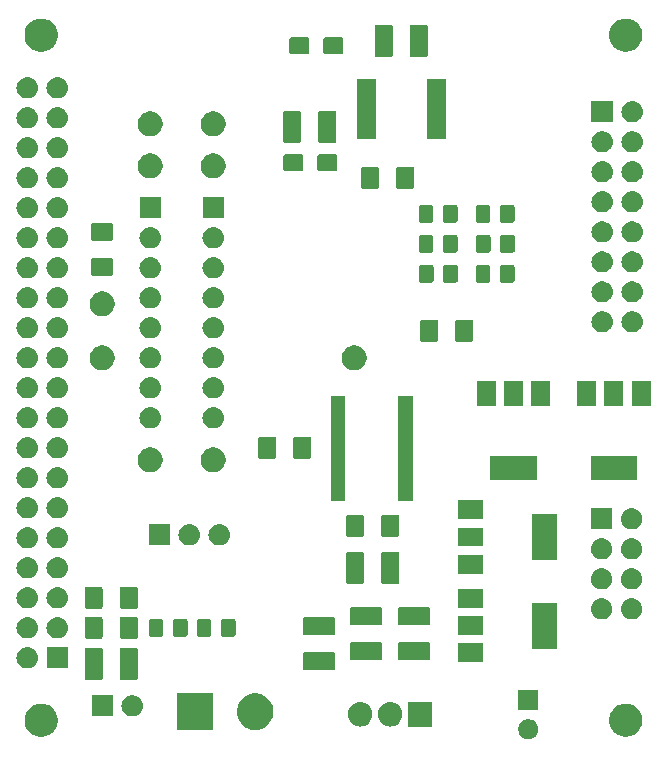
<source format=gbr>
%TF.GenerationSoftware,KiCad,Pcbnew,5.0.2-bee76a0~70~ubuntu18.04.1*%
%TF.CreationDate,2019-03-25T11:44:11-07:00*%
%TF.ProjectId,Pi_Breakout_Board,50695f42-7265-4616-9b6f-75745f426f61,rev?*%
%TF.SameCoordinates,Original*%
%TF.FileFunction,Soldermask,Top*%
%TF.FilePolarity,Negative*%
%FSLAX46Y46*%
G04 Gerber Fmt 4.6, Leading zero omitted, Abs format (unit mm)*
G04 Created by KiCad (PCBNEW 5.0.2-bee76a0~70~ubuntu18.04.1) date Mon 25 Mar 2019 11:44:11 AM PDT*
%MOMM*%
%LPD*%
G01*
G04 APERTURE LIST*
%ADD10C,0.100000*%
G04 APERTURE END LIST*
D10*
G36*
X94990228Y-146461703D02*
X95145100Y-146525853D01*
X95284481Y-146618985D01*
X95403015Y-146737519D01*
X95496147Y-146876900D01*
X95560297Y-147031772D01*
X95593000Y-147196184D01*
X95593000Y-147363816D01*
X95560297Y-147528228D01*
X95496147Y-147683100D01*
X95403015Y-147822481D01*
X95284481Y-147941015D01*
X95145100Y-148034147D01*
X94990228Y-148098297D01*
X94825816Y-148131000D01*
X94658184Y-148131000D01*
X94493772Y-148098297D01*
X94338900Y-148034147D01*
X94199519Y-147941015D01*
X94080985Y-147822481D01*
X93987853Y-147683100D01*
X93923703Y-147528228D01*
X93891000Y-147363816D01*
X93891000Y-147196184D01*
X93923703Y-147031772D01*
X93987853Y-146876900D01*
X94080985Y-146737519D01*
X94199519Y-146618985D01*
X94338900Y-146525853D01*
X94493772Y-146461703D01*
X94658184Y-146429000D01*
X94825816Y-146429000D01*
X94990228Y-146461703D01*
X94990228Y-146461703D01*
G37*
G36*
X103318433Y-145134893D02*
X103408657Y-145152839D01*
X103514267Y-145196585D01*
X103663621Y-145258449D01*
X103893089Y-145411774D01*
X104088226Y-145606911D01*
X104241551Y-145836379D01*
X104303415Y-145985733D01*
X104347161Y-146091343D01*
X104353745Y-146124443D01*
X104377570Y-146244219D01*
X104401000Y-146362014D01*
X104401000Y-146637986D01*
X104347161Y-146908657D01*
X104317983Y-146979099D01*
X104241551Y-147163621D01*
X104088226Y-147393089D01*
X103893089Y-147588226D01*
X103663621Y-147741551D01*
X103514267Y-147803415D01*
X103408657Y-147847161D01*
X103318433Y-147865107D01*
X103137988Y-147901000D01*
X102862012Y-147901000D01*
X102681567Y-147865107D01*
X102591343Y-147847161D01*
X102485733Y-147803415D01*
X102336379Y-147741551D01*
X102106911Y-147588226D01*
X101911774Y-147393089D01*
X101758449Y-147163621D01*
X101682017Y-146979099D01*
X101652839Y-146908657D01*
X101599000Y-146637986D01*
X101599000Y-146362014D01*
X101622431Y-146244219D01*
X101646255Y-146124443D01*
X101652839Y-146091343D01*
X101696585Y-145985733D01*
X101758449Y-145836379D01*
X101911774Y-145606911D01*
X102106911Y-145411774D01*
X102336379Y-145258449D01*
X102485733Y-145196585D01*
X102591343Y-145152839D01*
X102681567Y-145134893D01*
X102862012Y-145099000D01*
X103137988Y-145099000D01*
X103318433Y-145134893D01*
X103318433Y-145134893D01*
G37*
G36*
X53818433Y-145134893D02*
X53908657Y-145152839D01*
X54014267Y-145196585D01*
X54163621Y-145258449D01*
X54393089Y-145411774D01*
X54588226Y-145606911D01*
X54741551Y-145836379D01*
X54803415Y-145985733D01*
X54847161Y-146091343D01*
X54853745Y-146124443D01*
X54877570Y-146244219D01*
X54901000Y-146362014D01*
X54901000Y-146637986D01*
X54847161Y-146908657D01*
X54817983Y-146979099D01*
X54741551Y-147163621D01*
X54588226Y-147393089D01*
X54393089Y-147588226D01*
X54163621Y-147741551D01*
X54014267Y-147803415D01*
X53908657Y-147847161D01*
X53818433Y-147865107D01*
X53637988Y-147901000D01*
X53362012Y-147901000D01*
X53181567Y-147865107D01*
X53091343Y-147847161D01*
X52985733Y-147803415D01*
X52836379Y-147741551D01*
X52606911Y-147588226D01*
X52411774Y-147393089D01*
X52258449Y-147163621D01*
X52182017Y-146979099D01*
X52152839Y-146908657D01*
X52099000Y-146637986D01*
X52099000Y-146362014D01*
X52122431Y-146244219D01*
X52146255Y-146124443D01*
X52152839Y-146091343D01*
X52196585Y-145985733D01*
X52258449Y-145836379D01*
X52411774Y-145606911D01*
X52606911Y-145411774D01*
X52836379Y-145258449D01*
X52985733Y-145196585D01*
X53091343Y-145152839D01*
X53181567Y-145134893D01*
X53362012Y-145099000D01*
X53637988Y-145099000D01*
X53818433Y-145134893D01*
X53818433Y-145134893D01*
G37*
G36*
X71980527Y-144284736D02*
X72080410Y-144304604D01*
X72362674Y-144421521D01*
X72616705Y-144591259D01*
X72832741Y-144807295D01*
X73002479Y-145061326D01*
X73119396Y-145343590D01*
X73119396Y-145343591D01*
X73179000Y-145643238D01*
X73179000Y-145948762D01*
X73149554Y-146096794D01*
X73119396Y-146248410D01*
X73002479Y-146530674D01*
X72832741Y-146784705D01*
X72616705Y-147000741D01*
X72362674Y-147170479D01*
X72080410Y-147287396D01*
X71980527Y-147307264D01*
X71780762Y-147347000D01*
X71475238Y-147347000D01*
X71275473Y-147307264D01*
X71175590Y-147287396D01*
X70893326Y-147170479D01*
X70639295Y-147000741D01*
X70423259Y-146784705D01*
X70253521Y-146530674D01*
X70136604Y-146248410D01*
X70106446Y-146096794D01*
X70077000Y-145948762D01*
X70077000Y-145643238D01*
X70136604Y-145343591D01*
X70136604Y-145343590D01*
X70253521Y-145061326D01*
X70423259Y-144807295D01*
X70639295Y-144591259D01*
X70893326Y-144421521D01*
X71175590Y-144304604D01*
X71275473Y-144284736D01*
X71475238Y-144245000D01*
X71780762Y-144245000D01*
X71980527Y-144284736D01*
X71980527Y-144284736D01*
G37*
G36*
X68099000Y-147347000D02*
X64997000Y-147347000D01*
X64997000Y-144245000D01*
X68099000Y-144245000D01*
X68099000Y-147347000D01*
X68099000Y-147347000D01*
G37*
G36*
X83254720Y-144963520D02*
X83443881Y-145020901D01*
X83618212Y-145114083D01*
X83771015Y-145239485D01*
X83896417Y-145392288D01*
X83989599Y-145566620D01*
X84046980Y-145755781D01*
X84061500Y-145903207D01*
X84061500Y-146096794D01*
X84046980Y-146244220D01*
X83989599Y-146433381D01*
X83896417Y-146607712D01*
X83771015Y-146760515D01*
X83618212Y-146885917D01*
X83443880Y-146979099D01*
X83254719Y-147036480D01*
X83058000Y-147055855D01*
X82861280Y-147036480D01*
X82672119Y-146979099D01*
X82497788Y-146885917D01*
X82344985Y-146760515D01*
X82219583Y-146607712D01*
X82126401Y-146433380D01*
X82069020Y-146244219D01*
X82054500Y-146096793D01*
X82054500Y-145903206D01*
X82069020Y-145755780D01*
X82126401Y-145566619D01*
X82219583Y-145392288D01*
X82344985Y-145239485D01*
X82497788Y-145114083D01*
X82672120Y-145020901D01*
X82861281Y-144963520D01*
X83058000Y-144944145D01*
X83254720Y-144963520D01*
X83254720Y-144963520D01*
G37*
G36*
X80714720Y-144963520D02*
X80903881Y-145020901D01*
X81078212Y-145114083D01*
X81231015Y-145239485D01*
X81356417Y-145392288D01*
X81449599Y-145566620D01*
X81506980Y-145755781D01*
X81521500Y-145903207D01*
X81521500Y-146096794D01*
X81506980Y-146244220D01*
X81449599Y-146433381D01*
X81356417Y-146607712D01*
X81231015Y-146760515D01*
X81078212Y-146885917D01*
X80903880Y-146979099D01*
X80714719Y-147036480D01*
X80518000Y-147055855D01*
X80321280Y-147036480D01*
X80132119Y-146979099D01*
X79957788Y-146885917D01*
X79804985Y-146760515D01*
X79679583Y-146607712D01*
X79586401Y-146433380D01*
X79529020Y-146244219D01*
X79514500Y-146096793D01*
X79514500Y-145903206D01*
X79529020Y-145755780D01*
X79586401Y-145566619D01*
X79679583Y-145392288D01*
X79804985Y-145239485D01*
X79957788Y-145114083D01*
X80132120Y-145020901D01*
X80321281Y-144963520D01*
X80518000Y-144944145D01*
X80714720Y-144963520D01*
X80714720Y-144963520D01*
G37*
G36*
X86601500Y-147051000D02*
X84594500Y-147051000D01*
X84594500Y-144949000D01*
X86601500Y-144949000D01*
X86601500Y-147051000D01*
X86601500Y-147051000D01*
G37*
G36*
X59575000Y-146189000D02*
X57773000Y-146189000D01*
X57773000Y-144387000D01*
X59575000Y-144387000D01*
X59575000Y-146189000D01*
X59575000Y-146189000D01*
G37*
G36*
X61324443Y-144393519D02*
X61390627Y-144400037D01*
X61461450Y-144421521D01*
X61560467Y-144451557D01*
X61699087Y-144525652D01*
X61716991Y-144535222D01*
X61752729Y-144564552D01*
X61854186Y-144647814D01*
X61937448Y-144749271D01*
X61966778Y-144785009D01*
X61966779Y-144785011D01*
X62050443Y-144941533D01*
X62067616Y-144998147D01*
X62101963Y-145111373D01*
X62119359Y-145288000D01*
X62101963Y-145464627D01*
X62071025Y-145566615D01*
X62050443Y-145634467D01*
X61985599Y-145755780D01*
X61966778Y-145790991D01*
X61937448Y-145826729D01*
X61854186Y-145928186D01*
X61752729Y-146011448D01*
X61716991Y-146040778D01*
X61716989Y-146040779D01*
X61560467Y-146124443D01*
X61503853Y-146141616D01*
X61390627Y-146175963D01*
X61324443Y-146182481D01*
X61258260Y-146189000D01*
X61169740Y-146189000D01*
X61103557Y-146182481D01*
X61037373Y-146175963D01*
X60924147Y-146141616D01*
X60867533Y-146124443D01*
X60711011Y-146040779D01*
X60711009Y-146040778D01*
X60675271Y-146011448D01*
X60573814Y-145928186D01*
X60490552Y-145826729D01*
X60461222Y-145790991D01*
X60442401Y-145755780D01*
X60377557Y-145634467D01*
X60356975Y-145566615D01*
X60326037Y-145464627D01*
X60308641Y-145288000D01*
X60326037Y-145111373D01*
X60360384Y-144998147D01*
X60377557Y-144941533D01*
X60461221Y-144785011D01*
X60461222Y-144785009D01*
X60490552Y-144749271D01*
X60573814Y-144647814D01*
X60675271Y-144564552D01*
X60711009Y-144535222D01*
X60728913Y-144525652D01*
X60867533Y-144451557D01*
X60966550Y-144421521D01*
X61037373Y-144400037D01*
X61103557Y-144393519D01*
X61169740Y-144387000D01*
X61258260Y-144387000D01*
X61324443Y-144393519D01*
X61324443Y-144393519D01*
G37*
G36*
X95593000Y-145631000D02*
X93891000Y-145631000D01*
X93891000Y-143929000D01*
X95593000Y-143929000D01*
X95593000Y-145631000D01*
X95593000Y-145631000D01*
G37*
G36*
X58561562Y-140360181D02*
X58596477Y-140370773D01*
X58628665Y-140387978D01*
X58656873Y-140411127D01*
X58680022Y-140439335D01*
X58697227Y-140471523D01*
X58707819Y-140506438D01*
X58712000Y-140548895D01*
X58712000Y-142915105D01*
X58707819Y-142957562D01*
X58697227Y-142992477D01*
X58680022Y-143024665D01*
X58656873Y-143052873D01*
X58628665Y-143076022D01*
X58596477Y-143093227D01*
X58561562Y-143103819D01*
X58519105Y-143108000D01*
X57377895Y-143108000D01*
X57335438Y-143103819D01*
X57300523Y-143093227D01*
X57268335Y-143076022D01*
X57240127Y-143052873D01*
X57216978Y-143024665D01*
X57199773Y-142992477D01*
X57189181Y-142957562D01*
X57185000Y-142915105D01*
X57185000Y-140548895D01*
X57189181Y-140506438D01*
X57199773Y-140471523D01*
X57216978Y-140439335D01*
X57240127Y-140411127D01*
X57268335Y-140387978D01*
X57300523Y-140370773D01*
X57335438Y-140360181D01*
X57377895Y-140356000D01*
X58519105Y-140356000D01*
X58561562Y-140360181D01*
X58561562Y-140360181D01*
G37*
G36*
X61536562Y-140360181D02*
X61571477Y-140370773D01*
X61603665Y-140387978D01*
X61631873Y-140411127D01*
X61655022Y-140439335D01*
X61672227Y-140471523D01*
X61682819Y-140506438D01*
X61687000Y-140548895D01*
X61687000Y-142915105D01*
X61682819Y-142957562D01*
X61672227Y-142992477D01*
X61655022Y-143024665D01*
X61631873Y-143052873D01*
X61603665Y-143076022D01*
X61571477Y-143093227D01*
X61536562Y-143103819D01*
X61494105Y-143108000D01*
X60352895Y-143108000D01*
X60310438Y-143103819D01*
X60275523Y-143093227D01*
X60243335Y-143076022D01*
X60215127Y-143052873D01*
X60191978Y-143024665D01*
X60174773Y-142992477D01*
X60164181Y-142957562D01*
X60160000Y-142915105D01*
X60160000Y-140548895D01*
X60164181Y-140506438D01*
X60174773Y-140471523D01*
X60191978Y-140439335D01*
X60215127Y-140411127D01*
X60243335Y-140387978D01*
X60275523Y-140370773D01*
X60310438Y-140360181D01*
X60352895Y-140356000D01*
X61494105Y-140356000D01*
X61536562Y-140360181D01*
X61536562Y-140360181D01*
G37*
G36*
X78265562Y-140756681D02*
X78300477Y-140767273D01*
X78332665Y-140784478D01*
X78360873Y-140807627D01*
X78384022Y-140835835D01*
X78401227Y-140868023D01*
X78411819Y-140902938D01*
X78416000Y-140945395D01*
X78416000Y-142086605D01*
X78411819Y-142129062D01*
X78401227Y-142163977D01*
X78384022Y-142196165D01*
X78360873Y-142224373D01*
X78332665Y-142247522D01*
X78300477Y-142264727D01*
X78265562Y-142275319D01*
X78223105Y-142279500D01*
X75856895Y-142279500D01*
X75814438Y-142275319D01*
X75779523Y-142264727D01*
X75747335Y-142247522D01*
X75719127Y-142224373D01*
X75695978Y-142196165D01*
X75678773Y-142163977D01*
X75668181Y-142129062D01*
X75664000Y-142086605D01*
X75664000Y-140945395D01*
X75668181Y-140902938D01*
X75678773Y-140868023D01*
X75695978Y-140835835D01*
X75719127Y-140807627D01*
X75747335Y-140784478D01*
X75779523Y-140767273D01*
X75814438Y-140756681D01*
X75856895Y-140752500D01*
X78223105Y-140752500D01*
X78265562Y-140756681D01*
X78265562Y-140756681D01*
G37*
G36*
X55765000Y-142125000D02*
X53963000Y-142125000D01*
X53963000Y-140323000D01*
X55765000Y-140323000D01*
X55765000Y-142125000D01*
X55765000Y-142125000D01*
G37*
G36*
X52434442Y-140329518D02*
X52500627Y-140336037D01*
X52613853Y-140370384D01*
X52670467Y-140387557D01*
X52758224Y-140434465D01*
X52826991Y-140471222D01*
X52862729Y-140500552D01*
X52964186Y-140583814D01*
X53047448Y-140685271D01*
X53076778Y-140721009D01*
X53076779Y-140721011D01*
X53160443Y-140877533D01*
X53160443Y-140877534D01*
X53211963Y-141047373D01*
X53229359Y-141224000D01*
X53211963Y-141400627D01*
X53199109Y-141443000D01*
X53160443Y-141570467D01*
X53086348Y-141709087D01*
X53076778Y-141726991D01*
X53047448Y-141762729D01*
X52964186Y-141864186D01*
X52862729Y-141947448D01*
X52826991Y-141976778D01*
X52826989Y-141976779D01*
X52670467Y-142060443D01*
X52613853Y-142077616D01*
X52500627Y-142111963D01*
X52434443Y-142118481D01*
X52368260Y-142125000D01*
X52279740Y-142125000D01*
X52213557Y-142118481D01*
X52147373Y-142111963D01*
X52034147Y-142077616D01*
X51977533Y-142060443D01*
X51821011Y-141976779D01*
X51821009Y-141976778D01*
X51785271Y-141947448D01*
X51683814Y-141864186D01*
X51600552Y-141762729D01*
X51571222Y-141726991D01*
X51561652Y-141709087D01*
X51487557Y-141570467D01*
X51448891Y-141443000D01*
X51436037Y-141400627D01*
X51418641Y-141224000D01*
X51436037Y-141047373D01*
X51487557Y-140877534D01*
X51487557Y-140877533D01*
X51571221Y-140721011D01*
X51571222Y-140721009D01*
X51600552Y-140685271D01*
X51683814Y-140583814D01*
X51785271Y-140500552D01*
X51821009Y-140471222D01*
X51889776Y-140434465D01*
X51977533Y-140387557D01*
X52034147Y-140370384D01*
X52147373Y-140336037D01*
X52213558Y-140329518D01*
X52279740Y-140323000D01*
X52368260Y-140323000D01*
X52434442Y-140329518D01*
X52434442Y-140329518D01*
G37*
G36*
X90901000Y-141601000D02*
X88799000Y-141601000D01*
X88799000Y-139999000D01*
X90901000Y-139999000D01*
X90901000Y-141601000D01*
X90901000Y-141601000D01*
G37*
G36*
X86315562Y-139920181D02*
X86350477Y-139930773D01*
X86382665Y-139947978D01*
X86410873Y-139971127D01*
X86434022Y-139999335D01*
X86451227Y-140031523D01*
X86461819Y-140066438D01*
X86466000Y-140108895D01*
X86466000Y-141250105D01*
X86461819Y-141292562D01*
X86451227Y-141327477D01*
X86434022Y-141359665D01*
X86410873Y-141387873D01*
X86382665Y-141411022D01*
X86350477Y-141428227D01*
X86315562Y-141438819D01*
X86273105Y-141443000D01*
X83906895Y-141443000D01*
X83864438Y-141438819D01*
X83829523Y-141428227D01*
X83797335Y-141411022D01*
X83769127Y-141387873D01*
X83745978Y-141359665D01*
X83728773Y-141327477D01*
X83718181Y-141292562D01*
X83714000Y-141250105D01*
X83714000Y-140108895D01*
X83718181Y-140066438D01*
X83728773Y-140031523D01*
X83745978Y-139999335D01*
X83769127Y-139971127D01*
X83797335Y-139947978D01*
X83829523Y-139930773D01*
X83864438Y-139920181D01*
X83906895Y-139916000D01*
X86273105Y-139916000D01*
X86315562Y-139920181D01*
X86315562Y-139920181D01*
G37*
G36*
X82251562Y-139920181D02*
X82286477Y-139930773D01*
X82318665Y-139947978D01*
X82346873Y-139971127D01*
X82370022Y-139999335D01*
X82387227Y-140031523D01*
X82397819Y-140066438D01*
X82402000Y-140108895D01*
X82402000Y-141250105D01*
X82397819Y-141292562D01*
X82387227Y-141327477D01*
X82370022Y-141359665D01*
X82346873Y-141387873D01*
X82318665Y-141411022D01*
X82286477Y-141428227D01*
X82251562Y-141438819D01*
X82209105Y-141443000D01*
X79842895Y-141443000D01*
X79800438Y-141438819D01*
X79765523Y-141428227D01*
X79733335Y-141411022D01*
X79705127Y-141387873D01*
X79681978Y-141359665D01*
X79664773Y-141327477D01*
X79654181Y-141292562D01*
X79650000Y-141250105D01*
X79650000Y-140108895D01*
X79654181Y-140066438D01*
X79664773Y-140031523D01*
X79681978Y-139999335D01*
X79705127Y-139971127D01*
X79733335Y-139947978D01*
X79765523Y-139930773D01*
X79800438Y-139920181D01*
X79842895Y-139916000D01*
X82209105Y-139916000D01*
X82251562Y-139920181D01*
X82251562Y-139920181D01*
G37*
G36*
X97201000Y-140451000D02*
X95099000Y-140451000D01*
X95099000Y-136549000D01*
X97201000Y-136549000D01*
X97201000Y-140451000D01*
X97201000Y-140451000D01*
G37*
G36*
X61536562Y-137762181D02*
X61571477Y-137772773D01*
X61603665Y-137789978D01*
X61631873Y-137813127D01*
X61655022Y-137841335D01*
X61672227Y-137873523D01*
X61682819Y-137908438D01*
X61687000Y-137950895D01*
X61687000Y-139417105D01*
X61682819Y-139459562D01*
X61672227Y-139494477D01*
X61655022Y-139526665D01*
X61631873Y-139554873D01*
X61603665Y-139578022D01*
X61571477Y-139595227D01*
X61536562Y-139605819D01*
X61494105Y-139610000D01*
X60352895Y-139610000D01*
X60310438Y-139605819D01*
X60275523Y-139595227D01*
X60243335Y-139578022D01*
X60215127Y-139554873D01*
X60191978Y-139526665D01*
X60174773Y-139494477D01*
X60164181Y-139459562D01*
X60160000Y-139417105D01*
X60160000Y-137950895D01*
X60164181Y-137908438D01*
X60174773Y-137873523D01*
X60191978Y-137841335D01*
X60215127Y-137813127D01*
X60243335Y-137789978D01*
X60275523Y-137772773D01*
X60310438Y-137762181D01*
X60352895Y-137758000D01*
X61494105Y-137758000D01*
X61536562Y-137762181D01*
X61536562Y-137762181D01*
G37*
G36*
X58561562Y-137762181D02*
X58596477Y-137772773D01*
X58628665Y-137789978D01*
X58656873Y-137813127D01*
X58680022Y-137841335D01*
X58697227Y-137873523D01*
X58707819Y-137908438D01*
X58712000Y-137950895D01*
X58712000Y-139417105D01*
X58707819Y-139459562D01*
X58697227Y-139494477D01*
X58680022Y-139526665D01*
X58656873Y-139554873D01*
X58628665Y-139578022D01*
X58596477Y-139595227D01*
X58561562Y-139605819D01*
X58519105Y-139610000D01*
X57377895Y-139610000D01*
X57335438Y-139605819D01*
X57300523Y-139595227D01*
X57268335Y-139578022D01*
X57240127Y-139554873D01*
X57216978Y-139526665D01*
X57199773Y-139494477D01*
X57189181Y-139459562D01*
X57185000Y-139417105D01*
X57185000Y-137950895D01*
X57189181Y-137908438D01*
X57199773Y-137873523D01*
X57216978Y-137841335D01*
X57240127Y-137813127D01*
X57268335Y-137789978D01*
X57300523Y-137772773D01*
X57335438Y-137762181D01*
X57377895Y-137758000D01*
X58519105Y-137758000D01*
X58561562Y-137762181D01*
X58561562Y-137762181D01*
G37*
G36*
X54974443Y-137789519D02*
X55040627Y-137796037D01*
X55153853Y-137830384D01*
X55210467Y-137847557D01*
X55339342Y-137916443D01*
X55366991Y-137931222D01*
X55375530Y-137938230D01*
X55504186Y-138043814D01*
X55583665Y-138140661D01*
X55616778Y-138181009D01*
X55616779Y-138181011D01*
X55700443Y-138337533D01*
X55700443Y-138337534D01*
X55751963Y-138507373D01*
X55769359Y-138684000D01*
X55751963Y-138860627D01*
X55717616Y-138973853D01*
X55700443Y-139030467D01*
X55697162Y-139036605D01*
X55616778Y-139186991D01*
X55615148Y-139188977D01*
X55504186Y-139324186D01*
X55411154Y-139400534D01*
X55366991Y-139436778D01*
X55366989Y-139436779D01*
X55210467Y-139520443D01*
X55189955Y-139526665D01*
X55040627Y-139571963D01*
X54979108Y-139578022D01*
X54908260Y-139585000D01*
X54819740Y-139585000D01*
X54748892Y-139578022D01*
X54687373Y-139571963D01*
X54538045Y-139526665D01*
X54517533Y-139520443D01*
X54361011Y-139436779D01*
X54361009Y-139436778D01*
X54316846Y-139400534D01*
X54223814Y-139324186D01*
X54112852Y-139188977D01*
X54111222Y-139186991D01*
X54030838Y-139036605D01*
X54027557Y-139030467D01*
X54010384Y-138973853D01*
X53976037Y-138860627D01*
X53958641Y-138684000D01*
X53976037Y-138507373D01*
X54027557Y-138337534D01*
X54027557Y-138337533D01*
X54111221Y-138181011D01*
X54111222Y-138181009D01*
X54144335Y-138140661D01*
X54223814Y-138043814D01*
X54352470Y-137938230D01*
X54361009Y-137931222D01*
X54388658Y-137916443D01*
X54517533Y-137847557D01*
X54574147Y-137830384D01*
X54687373Y-137796037D01*
X54753557Y-137789519D01*
X54819740Y-137783000D01*
X54908260Y-137783000D01*
X54974443Y-137789519D01*
X54974443Y-137789519D01*
G37*
G36*
X52434443Y-137789519D02*
X52500627Y-137796037D01*
X52613853Y-137830384D01*
X52670467Y-137847557D01*
X52799342Y-137916443D01*
X52826991Y-137931222D01*
X52835530Y-137938230D01*
X52964186Y-138043814D01*
X53043665Y-138140661D01*
X53076778Y-138181009D01*
X53076779Y-138181011D01*
X53160443Y-138337533D01*
X53160443Y-138337534D01*
X53211963Y-138507373D01*
X53229359Y-138684000D01*
X53211963Y-138860627D01*
X53177616Y-138973853D01*
X53160443Y-139030467D01*
X53157162Y-139036605D01*
X53076778Y-139186991D01*
X53075148Y-139188977D01*
X52964186Y-139324186D01*
X52871154Y-139400534D01*
X52826991Y-139436778D01*
X52826989Y-139436779D01*
X52670467Y-139520443D01*
X52649955Y-139526665D01*
X52500627Y-139571963D01*
X52439108Y-139578022D01*
X52368260Y-139585000D01*
X52279740Y-139585000D01*
X52208892Y-139578022D01*
X52147373Y-139571963D01*
X51998045Y-139526665D01*
X51977533Y-139520443D01*
X51821011Y-139436779D01*
X51821009Y-139436778D01*
X51776846Y-139400534D01*
X51683814Y-139324186D01*
X51572852Y-139188977D01*
X51571222Y-139186991D01*
X51490838Y-139036605D01*
X51487557Y-139030467D01*
X51470384Y-138973853D01*
X51436037Y-138860627D01*
X51418641Y-138684000D01*
X51436037Y-138507373D01*
X51487557Y-138337534D01*
X51487557Y-138337533D01*
X51571221Y-138181011D01*
X51571222Y-138181009D01*
X51604335Y-138140661D01*
X51683814Y-138043814D01*
X51812470Y-137938230D01*
X51821009Y-137931222D01*
X51848658Y-137916443D01*
X51977533Y-137847557D01*
X52034147Y-137830384D01*
X52147373Y-137796037D01*
X52213557Y-137789519D01*
X52279740Y-137783000D01*
X52368260Y-137783000D01*
X52434443Y-137789519D01*
X52434443Y-137789519D01*
G37*
G36*
X69814677Y-137937465D02*
X69852364Y-137948898D01*
X69887103Y-137967466D01*
X69917548Y-137992452D01*
X69942534Y-138022897D01*
X69961102Y-138057636D01*
X69972535Y-138095323D01*
X69977000Y-138140661D01*
X69977000Y-139227339D01*
X69972535Y-139272677D01*
X69961102Y-139310364D01*
X69942534Y-139345103D01*
X69917548Y-139375548D01*
X69887103Y-139400534D01*
X69852364Y-139419102D01*
X69814677Y-139430535D01*
X69769339Y-139435000D01*
X68932661Y-139435000D01*
X68887323Y-139430535D01*
X68849636Y-139419102D01*
X68814897Y-139400534D01*
X68784452Y-139375548D01*
X68759466Y-139345103D01*
X68740898Y-139310364D01*
X68729465Y-139272677D01*
X68725000Y-139227339D01*
X68725000Y-138140661D01*
X68729465Y-138095323D01*
X68740898Y-138057636D01*
X68759466Y-138022897D01*
X68784452Y-137992452D01*
X68814897Y-137967466D01*
X68849636Y-137948898D01*
X68887323Y-137937465D01*
X68932661Y-137933000D01*
X69769339Y-137933000D01*
X69814677Y-137937465D01*
X69814677Y-137937465D01*
G37*
G36*
X63691678Y-137937465D02*
X63729365Y-137948898D01*
X63764104Y-137967466D01*
X63794549Y-137992452D01*
X63819535Y-138022897D01*
X63838103Y-138057636D01*
X63849536Y-138095323D01*
X63854001Y-138140661D01*
X63854001Y-139227339D01*
X63849536Y-139272677D01*
X63838103Y-139310364D01*
X63819535Y-139345103D01*
X63794549Y-139375548D01*
X63764104Y-139400534D01*
X63729365Y-139419102D01*
X63691678Y-139430535D01*
X63646340Y-139435000D01*
X62809662Y-139435000D01*
X62764324Y-139430535D01*
X62726637Y-139419102D01*
X62691898Y-139400534D01*
X62661453Y-139375548D01*
X62636467Y-139345103D01*
X62617899Y-139310364D01*
X62606466Y-139272677D01*
X62602001Y-139227339D01*
X62602001Y-138140661D01*
X62606466Y-138095323D01*
X62617899Y-138057636D01*
X62636467Y-138022897D01*
X62661453Y-137992452D01*
X62691898Y-137967466D01*
X62726637Y-137948898D01*
X62764324Y-137937465D01*
X62809662Y-137933000D01*
X63646340Y-137933000D01*
X63691678Y-137937465D01*
X63691678Y-137937465D01*
G37*
G36*
X67764677Y-137937465D02*
X67802364Y-137948898D01*
X67837103Y-137967466D01*
X67867548Y-137992452D01*
X67892534Y-138022897D01*
X67911102Y-138057636D01*
X67922535Y-138095323D01*
X67927000Y-138140661D01*
X67927000Y-139227339D01*
X67922535Y-139272677D01*
X67911102Y-139310364D01*
X67892534Y-139345103D01*
X67867548Y-139375548D01*
X67837103Y-139400534D01*
X67802364Y-139419102D01*
X67764677Y-139430535D01*
X67719339Y-139435000D01*
X66882661Y-139435000D01*
X66837323Y-139430535D01*
X66799636Y-139419102D01*
X66764897Y-139400534D01*
X66734452Y-139375548D01*
X66709466Y-139345103D01*
X66690898Y-139310364D01*
X66679465Y-139272677D01*
X66675000Y-139227339D01*
X66675000Y-138140661D01*
X66679465Y-138095323D01*
X66690898Y-138057636D01*
X66709466Y-138022897D01*
X66734452Y-137992452D01*
X66764897Y-137967466D01*
X66799636Y-137948898D01*
X66837323Y-137937465D01*
X66882661Y-137933000D01*
X67719339Y-137933000D01*
X67764677Y-137937465D01*
X67764677Y-137937465D01*
G37*
G36*
X65741678Y-137937465D02*
X65779365Y-137948898D01*
X65814104Y-137967466D01*
X65844549Y-137992452D01*
X65869535Y-138022897D01*
X65888103Y-138057636D01*
X65899536Y-138095323D01*
X65904001Y-138140661D01*
X65904001Y-139227339D01*
X65899536Y-139272677D01*
X65888103Y-139310364D01*
X65869535Y-139345103D01*
X65844549Y-139375548D01*
X65814104Y-139400534D01*
X65779365Y-139419102D01*
X65741678Y-139430535D01*
X65696340Y-139435000D01*
X64859662Y-139435000D01*
X64814324Y-139430535D01*
X64776637Y-139419102D01*
X64741898Y-139400534D01*
X64711453Y-139375548D01*
X64686467Y-139345103D01*
X64667899Y-139310364D01*
X64656466Y-139272677D01*
X64652001Y-139227339D01*
X64652001Y-138140661D01*
X64656466Y-138095323D01*
X64667899Y-138057636D01*
X64686467Y-138022897D01*
X64711453Y-137992452D01*
X64741898Y-137967466D01*
X64776637Y-137948898D01*
X64814324Y-137937465D01*
X64859662Y-137933000D01*
X65696340Y-137933000D01*
X65741678Y-137937465D01*
X65741678Y-137937465D01*
G37*
G36*
X78265562Y-137781681D02*
X78300477Y-137792273D01*
X78332665Y-137809478D01*
X78360873Y-137832627D01*
X78384022Y-137860835D01*
X78401227Y-137893023D01*
X78411819Y-137927938D01*
X78416000Y-137970395D01*
X78416000Y-139111605D01*
X78411819Y-139154062D01*
X78401227Y-139188977D01*
X78384022Y-139221165D01*
X78360873Y-139249373D01*
X78332665Y-139272522D01*
X78300477Y-139289727D01*
X78265562Y-139300319D01*
X78223105Y-139304500D01*
X75856895Y-139304500D01*
X75814438Y-139300319D01*
X75779523Y-139289727D01*
X75747335Y-139272522D01*
X75719127Y-139249373D01*
X75695978Y-139221165D01*
X75678773Y-139188977D01*
X75668181Y-139154062D01*
X75664000Y-139111605D01*
X75664000Y-137970395D01*
X75668181Y-137927938D01*
X75678773Y-137893023D01*
X75695978Y-137860835D01*
X75719127Y-137832627D01*
X75747335Y-137809478D01*
X75779523Y-137792273D01*
X75814438Y-137781681D01*
X75856895Y-137777500D01*
X78223105Y-137777500D01*
X78265562Y-137781681D01*
X78265562Y-137781681D01*
G37*
G36*
X90901000Y-139301000D02*
X88799000Y-139301000D01*
X88799000Y-137699000D01*
X90901000Y-137699000D01*
X90901000Y-139301000D01*
X90901000Y-139301000D01*
G37*
G36*
X86315562Y-136945181D02*
X86350477Y-136955773D01*
X86382665Y-136972978D01*
X86410873Y-136996127D01*
X86434022Y-137024335D01*
X86451227Y-137056523D01*
X86461819Y-137091438D01*
X86466000Y-137133895D01*
X86466000Y-138275105D01*
X86461819Y-138317562D01*
X86451227Y-138352477D01*
X86434022Y-138384665D01*
X86410873Y-138412873D01*
X86382665Y-138436022D01*
X86350477Y-138453227D01*
X86315562Y-138463819D01*
X86273105Y-138468000D01*
X83906895Y-138468000D01*
X83864438Y-138463819D01*
X83829523Y-138453227D01*
X83797335Y-138436022D01*
X83769127Y-138412873D01*
X83745978Y-138384665D01*
X83728773Y-138352477D01*
X83718181Y-138317562D01*
X83714000Y-138275105D01*
X83714000Y-137133895D01*
X83718181Y-137091438D01*
X83728773Y-137056523D01*
X83745978Y-137024335D01*
X83769127Y-136996127D01*
X83797335Y-136972978D01*
X83829523Y-136955773D01*
X83864438Y-136945181D01*
X83906895Y-136941000D01*
X86273105Y-136941000D01*
X86315562Y-136945181D01*
X86315562Y-136945181D01*
G37*
G36*
X82251562Y-136945181D02*
X82286477Y-136955773D01*
X82318665Y-136972978D01*
X82346873Y-136996127D01*
X82370022Y-137024335D01*
X82387227Y-137056523D01*
X82397819Y-137091438D01*
X82402000Y-137133895D01*
X82402000Y-138275105D01*
X82397819Y-138317562D01*
X82387227Y-138352477D01*
X82370022Y-138384665D01*
X82346873Y-138412873D01*
X82318665Y-138436022D01*
X82286477Y-138453227D01*
X82251562Y-138463819D01*
X82209105Y-138468000D01*
X79842895Y-138468000D01*
X79800438Y-138463819D01*
X79765523Y-138453227D01*
X79733335Y-138436022D01*
X79705127Y-138412873D01*
X79681978Y-138384665D01*
X79664773Y-138352477D01*
X79654181Y-138317562D01*
X79650000Y-138275105D01*
X79650000Y-137133895D01*
X79654181Y-137091438D01*
X79664773Y-137056523D01*
X79681978Y-137024335D01*
X79705127Y-136996127D01*
X79733335Y-136972978D01*
X79765523Y-136955773D01*
X79800438Y-136945181D01*
X79842895Y-136941000D01*
X82209105Y-136941000D01*
X82251562Y-136945181D01*
X82251562Y-136945181D01*
G37*
G36*
X103610442Y-136185518D02*
X103676627Y-136192037D01*
X103789853Y-136226384D01*
X103846467Y-136243557D01*
X103985087Y-136317652D01*
X104002991Y-136327222D01*
X104038729Y-136356552D01*
X104140186Y-136439814D01*
X104223448Y-136541271D01*
X104252778Y-136577009D01*
X104252779Y-136577011D01*
X104336443Y-136733533D01*
X104336443Y-136733534D01*
X104387963Y-136903373D01*
X104405359Y-137080000D01*
X104387963Y-137256627D01*
X104353616Y-137369853D01*
X104336443Y-137426467D01*
X104262348Y-137565087D01*
X104252778Y-137582991D01*
X104223448Y-137618729D01*
X104140186Y-137720186D01*
X104039095Y-137803148D01*
X104002991Y-137832778D01*
X104002989Y-137832779D01*
X103846467Y-137916443D01*
X103797746Y-137931222D01*
X103676627Y-137967963D01*
X103619078Y-137973631D01*
X103544260Y-137981000D01*
X103455740Y-137981000D01*
X103380922Y-137973631D01*
X103323373Y-137967963D01*
X103202254Y-137931222D01*
X103153533Y-137916443D01*
X102997011Y-137832779D01*
X102997009Y-137832778D01*
X102960905Y-137803148D01*
X102859814Y-137720186D01*
X102776552Y-137618729D01*
X102747222Y-137582991D01*
X102737652Y-137565087D01*
X102663557Y-137426467D01*
X102646384Y-137369853D01*
X102612037Y-137256627D01*
X102594641Y-137080000D01*
X102612037Y-136903373D01*
X102663557Y-136733534D01*
X102663557Y-136733533D01*
X102747221Y-136577011D01*
X102747222Y-136577009D01*
X102776552Y-136541271D01*
X102859814Y-136439814D01*
X102961271Y-136356552D01*
X102997009Y-136327222D01*
X103014913Y-136317652D01*
X103153533Y-136243557D01*
X103210147Y-136226384D01*
X103323373Y-136192037D01*
X103389558Y-136185518D01*
X103455740Y-136179000D01*
X103544260Y-136179000D01*
X103610442Y-136185518D01*
X103610442Y-136185518D01*
G37*
G36*
X101070442Y-136185518D02*
X101136627Y-136192037D01*
X101249853Y-136226384D01*
X101306467Y-136243557D01*
X101445087Y-136317652D01*
X101462991Y-136327222D01*
X101498729Y-136356552D01*
X101600186Y-136439814D01*
X101683448Y-136541271D01*
X101712778Y-136577009D01*
X101712779Y-136577011D01*
X101796443Y-136733533D01*
X101796443Y-136733534D01*
X101847963Y-136903373D01*
X101865359Y-137080000D01*
X101847963Y-137256627D01*
X101813616Y-137369853D01*
X101796443Y-137426467D01*
X101722348Y-137565087D01*
X101712778Y-137582991D01*
X101683448Y-137618729D01*
X101600186Y-137720186D01*
X101499095Y-137803148D01*
X101462991Y-137832778D01*
X101462989Y-137832779D01*
X101306467Y-137916443D01*
X101257746Y-137931222D01*
X101136627Y-137967963D01*
X101079078Y-137973631D01*
X101004260Y-137981000D01*
X100915740Y-137981000D01*
X100840922Y-137973631D01*
X100783373Y-137967963D01*
X100662254Y-137931222D01*
X100613533Y-137916443D01*
X100457011Y-137832779D01*
X100457009Y-137832778D01*
X100420905Y-137803148D01*
X100319814Y-137720186D01*
X100236552Y-137618729D01*
X100207222Y-137582991D01*
X100197652Y-137565087D01*
X100123557Y-137426467D01*
X100106384Y-137369853D01*
X100072037Y-137256627D01*
X100054641Y-137080000D01*
X100072037Y-136903373D01*
X100123557Y-136733534D01*
X100123557Y-136733533D01*
X100207221Y-136577011D01*
X100207222Y-136577009D01*
X100236552Y-136541271D01*
X100319814Y-136439814D01*
X100421271Y-136356552D01*
X100457009Y-136327222D01*
X100474913Y-136317652D01*
X100613533Y-136243557D01*
X100670147Y-136226384D01*
X100783373Y-136192037D01*
X100849558Y-136185518D01*
X100915740Y-136179000D01*
X101004260Y-136179000D01*
X101070442Y-136185518D01*
X101070442Y-136185518D01*
G37*
G36*
X61536562Y-135222181D02*
X61571477Y-135232773D01*
X61603665Y-135249978D01*
X61631873Y-135273127D01*
X61655022Y-135301335D01*
X61672227Y-135333523D01*
X61682819Y-135368438D01*
X61687000Y-135410895D01*
X61687000Y-136877105D01*
X61682819Y-136919562D01*
X61672227Y-136954477D01*
X61655022Y-136986665D01*
X61631873Y-137014873D01*
X61603665Y-137038022D01*
X61571477Y-137055227D01*
X61536562Y-137065819D01*
X61494105Y-137070000D01*
X60352895Y-137070000D01*
X60310438Y-137065819D01*
X60275523Y-137055227D01*
X60243335Y-137038022D01*
X60215127Y-137014873D01*
X60191978Y-136986665D01*
X60174773Y-136954477D01*
X60164181Y-136919562D01*
X60160000Y-136877105D01*
X60160000Y-135410895D01*
X60164181Y-135368438D01*
X60174773Y-135333523D01*
X60191978Y-135301335D01*
X60215127Y-135273127D01*
X60243335Y-135249978D01*
X60275523Y-135232773D01*
X60310438Y-135222181D01*
X60352895Y-135218000D01*
X61494105Y-135218000D01*
X61536562Y-135222181D01*
X61536562Y-135222181D01*
G37*
G36*
X58561562Y-135222181D02*
X58596477Y-135232773D01*
X58628665Y-135249978D01*
X58656873Y-135273127D01*
X58680022Y-135301335D01*
X58697227Y-135333523D01*
X58707819Y-135368438D01*
X58712000Y-135410895D01*
X58712000Y-136877105D01*
X58707819Y-136919562D01*
X58697227Y-136954477D01*
X58680022Y-136986665D01*
X58656873Y-137014873D01*
X58628665Y-137038022D01*
X58596477Y-137055227D01*
X58561562Y-137065819D01*
X58519105Y-137070000D01*
X57377895Y-137070000D01*
X57335438Y-137065819D01*
X57300523Y-137055227D01*
X57268335Y-137038022D01*
X57240127Y-137014873D01*
X57216978Y-136986665D01*
X57199773Y-136954477D01*
X57189181Y-136919562D01*
X57185000Y-136877105D01*
X57185000Y-135410895D01*
X57189181Y-135368438D01*
X57199773Y-135333523D01*
X57216978Y-135301335D01*
X57240127Y-135273127D01*
X57268335Y-135249978D01*
X57300523Y-135232773D01*
X57335438Y-135222181D01*
X57377895Y-135218000D01*
X58519105Y-135218000D01*
X58561562Y-135222181D01*
X58561562Y-135222181D01*
G37*
G36*
X54974443Y-135249519D02*
X55040627Y-135256037D01*
X55153853Y-135290384D01*
X55210467Y-135307557D01*
X55339342Y-135376443D01*
X55366991Y-135391222D01*
X55376468Y-135399000D01*
X55504186Y-135503814D01*
X55587448Y-135605271D01*
X55616778Y-135641009D01*
X55616779Y-135641011D01*
X55700443Y-135797533D01*
X55700443Y-135797534D01*
X55751963Y-135967373D01*
X55769359Y-136144000D01*
X55751963Y-136320627D01*
X55749962Y-136327222D01*
X55700443Y-136490467D01*
X55626348Y-136629087D01*
X55616778Y-136646991D01*
X55587448Y-136682729D01*
X55504186Y-136784186D01*
X55402729Y-136867448D01*
X55366991Y-136896778D01*
X55366989Y-136896779D01*
X55210467Y-136980443D01*
X55189955Y-136986665D01*
X55040627Y-137031963D01*
X54979108Y-137038022D01*
X54908260Y-137045000D01*
X54819740Y-137045000D01*
X54748892Y-137038022D01*
X54687373Y-137031963D01*
X54538045Y-136986665D01*
X54517533Y-136980443D01*
X54361011Y-136896779D01*
X54361009Y-136896778D01*
X54325271Y-136867448D01*
X54223814Y-136784186D01*
X54140552Y-136682729D01*
X54111222Y-136646991D01*
X54101652Y-136629087D01*
X54027557Y-136490467D01*
X53978038Y-136327222D01*
X53976037Y-136320627D01*
X53958641Y-136144000D01*
X53976037Y-135967373D01*
X54027557Y-135797534D01*
X54027557Y-135797533D01*
X54111221Y-135641011D01*
X54111222Y-135641009D01*
X54140552Y-135605271D01*
X54223814Y-135503814D01*
X54351532Y-135399000D01*
X54361009Y-135391222D01*
X54388658Y-135376443D01*
X54517533Y-135307557D01*
X54574147Y-135290384D01*
X54687373Y-135256037D01*
X54753557Y-135249519D01*
X54819740Y-135243000D01*
X54908260Y-135243000D01*
X54974443Y-135249519D01*
X54974443Y-135249519D01*
G37*
G36*
X52434443Y-135249519D02*
X52500627Y-135256037D01*
X52613853Y-135290384D01*
X52670467Y-135307557D01*
X52799342Y-135376443D01*
X52826991Y-135391222D01*
X52836468Y-135399000D01*
X52964186Y-135503814D01*
X53047448Y-135605271D01*
X53076778Y-135641009D01*
X53076779Y-135641011D01*
X53160443Y-135797533D01*
X53160443Y-135797534D01*
X53211963Y-135967373D01*
X53229359Y-136144000D01*
X53211963Y-136320627D01*
X53209962Y-136327222D01*
X53160443Y-136490467D01*
X53086348Y-136629087D01*
X53076778Y-136646991D01*
X53047448Y-136682729D01*
X52964186Y-136784186D01*
X52862729Y-136867448D01*
X52826991Y-136896778D01*
X52826989Y-136896779D01*
X52670467Y-136980443D01*
X52649955Y-136986665D01*
X52500627Y-137031963D01*
X52439108Y-137038022D01*
X52368260Y-137045000D01*
X52279740Y-137045000D01*
X52208892Y-137038022D01*
X52147373Y-137031963D01*
X51998045Y-136986665D01*
X51977533Y-136980443D01*
X51821011Y-136896779D01*
X51821009Y-136896778D01*
X51785271Y-136867448D01*
X51683814Y-136784186D01*
X51600552Y-136682729D01*
X51571222Y-136646991D01*
X51561652Y-136629087D01*
X51487557Y-136490467D01*
X51438038Y-136327222D01*
X51436037Y-136320627D01*
X51418641Y-136144000D01*
X51436037Y-135967373D01*
X51487557Y-135797534D01*
X51487557Y-135797533D01*
X51571221Y-135641011D01*
X51571222Y-135641009D01*
X51600552Y-135605271D01*
X51683814Y-135503814D01*
X51811532Y-135399000D01*
X51821009Y-135391222D01*
X51848658Y-135376443D01*
X51977533Y-135307557D01*
X52034147Y-135290384D01*
X52147373Y-135256037D01*
X52213557Y-135249519D01*
X52279740Y-135243000D01*
X52368260Y-135243000D01*
X52434443Y-135249519D01*
X52434443Y-135249519D01*
G37*
G36*
X90901000Y-137001000D02*
X88799000Y-137001000D01*
X88799000Y-135399000D01*
X90901000Y-135399000D01*
X90901000Y-137001000D01*
X90901000Y-137001000D01*
G37*
G36*
X101070443Y-133645519D02*
X101136627Y-133652037D01*
X101249853Y-133686384D01*
X101306467Y-133703557D01*
X101445087Y-133777652D01*
X101462991Y-133787222D01*
X101498729Y-133816552D01*
X101600186Y-133899814D01*
X101683448Y-134001271D01*
X101712778Y-134037009D01*
X101712779Y-134037011D01*
X101796443Y-134193533D01*
X101796443Y-134193534D01*
X101847963Y-134363373D01*
X101865359Y-134540000D01*
X101847963Y-134716627D01*
X101826584Y-134787105D01*
X101796443Y-134886467D01*
X101746448Y-134980000D01*
X101712778Y-135042991D01*
X101683448Y-135078729D01*
X101600186Y-135180186D01*
X101515143Y-135249978D01*
X101462991Y-135292778D01*
X101462989Y-135292779D01*
X101306467Y-135376443D01*
X101257746Y-135391222D01*
X101136627Y-135427963D01*
X101079078Y-135433631D01*
X101004260Y-135441000D01*
X100915740Y-135441000D01*
X100840922Y-135433631D01*
X100783373Y-135427963D01*
X100662254Y-135391222D01*
X100613533Y-135376443D01*
X100457011Y-135292779D01*
X100457009Y-135292778D01*
X100404857Y-135249978D01*
X100319814Y-135180186D01*
X100236552Y-135078729D01*
X100207222Y-135042991D01*
X100173552Y-134980000D01*
X100123557Y-134886467D01*
X100093416Y-134787105D01*
X100072037Y-134716627D01*
X100054641Y-134540000D01*
X100072037Y-134363373D01*
X100123557Y-134193534D01*
X100123557Y-134193533D01*
X100207221Y-134037011D01*
X100207222Y-134037009D01*
X100236552Y-134001271D01*
X100319814Y-133899814D01*
X100421271Y-133816552D01*
X100457009Y-133787222D01*
X100474913Y-133777652D01*
X100613533Y-133703557D01*
X100670147Y-133686384D01*
X100783373Y-133652037D01*
X100849557Y-133645519D01*
X100915740Y-133639000D01*
X101004260Y-133639000D01*
X101070443Y-133645519D01*
X101070443Y-133645519D01*
G37*
G36*
X103610443Y-133645519D02*
X103676627Y-133652037D01*
X103789853Y-133686384D01*
X103846467Y-133703557D01*
X103985087Y-133777652D01*
X104002991Y-133787222D01*
X104038729Y-133816552D01*
X104140186Y-133899814D01*
X104223448Y-134001271D01*
X104252778Y-134037009D01*
X104252779Y-134037011D01*
X104336443Y-134193533D01*
X104336443Y-134193534D01*
X104387963Y-134363373D01*
X104405359Y-134540000D01*
X104387963Y-134716627D01*
X104366584Y-134787105D01*
X104336443Y-134886467D01*
X104286448Y-134980000D01*
X104252778Y-135042991D01*
X104223448Y-135078729D01*
X104140186Y-135180186D01*
X104055143Y-135249978D01*
X104002991Y-135292778D01*
X104002989Y-135292779D01*
X103846467Y-135376443D01*
X103797746Y-135391222D01*
X103676627Y-135427963D01*
X103619078Y-135433631D01*
X103544260Y-135441000D01*
X103455740Y-135441000D01*
X103380922Y-135433631D01*
X103323373Y-135427963D01*
X103202254Y-135391222D01*
X103153533Y-135376443D01*
X102997011Y-135292779D01*
X102997009Y-135292778D01*
X102944857Y-135249978D01*
X102859814Y-135180186D01*
X102776552Y-135078729D01*
X102747222Y-135042991D01*
X102713552Y-134980000D01*
X102663557Y-134886467D01*
X102633416Y-134787105D01*
X102612037Y-134716627D01*
X102594641Y-134540000D01*
X102612037Y-134363373D01*
X102663557Y-134193534D01*
X102663557Y-134193533D01*
X102747221Y-134037011D01*
X102747222Y-134037009D01*
X102776552Y-134001271D01*
X102859814Y-133899814D01*
X102961271Y-133816552D01*
X102997009Y-133787222D01*
X103014913Y-133777652D01*
X103153533Y-133703557D01*
X103210147Y-133686384D01*
X103323373Y-133652037D01*
X103389557Y-133645519D01*
X103455740Y-133639000D01*
X103544260Y-133639000D01*
X103610443Y-133645519D01*
X103610443Y-133645519D01*
G37*
G36*
X83671062Y-132232181D02*
X83705977Y-132242773D01*
X83738165Y-132259978D01*
X83766373Y-132283127D01*
X83789522Y-132311335D01*
X83806727Y-132343523D01*
X83817319Y-132378438D01*
X83821500Y-132420895D01*
X83821500Y-134787105D01*
X83817319Y-134829562D01*
X83806727Y-134864477D01*
X83789522Y-134896665D01*
X83766373Y-134924873D01*
X83738165Y-134948022D01*
X83705977Y-134965227D01*
X83671062Y-134975819D01*
X83628605Y-134980000D01*
X82487395Y-134980000D01*
X82444938Y-134975819D01*
X82410023Y-134965227D01*
X82377835Y-134948022D01*
X82349627Y-134924873D01*
X82326478Y-134896665D01*
X82309273Y-134864477D01*
X82298681Y-134829562D01*
X82294500Y-134787105D01*
X82294500Y-132420895D01*
X82298681Y-132378438D01*
X82309273Y-132343523D01*
X82326478Y-132311335D01*
X82349627Y-132283127D01*
X82377835Y-132259978D01*
X82410023Y-132242773D01*
X82444938Y-132232181D01*
X82487395Y-132228000D01*
X83628605Y-132228000D01*
X83671062Y-132232181D01*
X83671062Y-132232181D01*
G37*
G36*
X80696062Y-132232181D02*
X80730977Y-132242773D01*
X80763165Y-132259978D01*
X80791373Y-132283127D01*
X80814522Y-132311335D01*
X80831727Y-132343523D01*
X80842319Y-132378438D01*
X80846500Y-132420895D01*
X80846500Y-134787105D01*
X80842319Y-134829562D01*
X80831727Y-134864477D01*
X80814522Y-134896665D01*
X80791373Y-134924873D01*
X80763165Y-134948022D01*
X80730977Y-134965227D01*
X80696062Y-134975819D01*
X80653605Y-134980000D01*
X79512395Y-134980000D01*
X79469938Y-134975819D01*
X79435023Y-134965227D01*
X79402835Y-134948022D01*
X79374627Y-134924873D01*
X79351478Y-134896665D01*
X79334273Y-134864477D01*
X79323681Y-134829562D01*
X79319500Y-134787105D01*
X79319500Y-132420895D01*
X79323681Y-132378438D01*
X79334273Y-132343523D01*
X79351478Y-132311335D01*
X79374627Y-132283127D01*
X79402835Y-132259978D01*
X79435023Y-132242773D01*
X79469938Y-132232181D01*
X79512395Y-132228000D01*
X80653605Y-132228000D01*
X80696062Y-132232181D01*
X80696062Y-132232181D01*
G37*
G36*
X54974442Y-132709518D02*
X55040627Y-132716037D01*
X55153853Y-132750384D01*
X55210467Y-132767557D01*
X55339342Y-132836443D01*
X55366991Y-132851222D01*
X55402729Y-132880552D01*
X55504186Y-132963814D01*
X55587448Y-133065271D01*
X55616778Y-133101009D01*
X55616779Y-133101011D01*
X55700443Y-133257533D01*
X55700443Y-133257534D01*
X55751963Y-133427373D01*
X55769359Y-133604000D01*
X55751963Y-133780627D01*
X55749962Y-133787222D01*
X55700443Y-133950467D01*
X55626348Y-134089087D01*
X55616778Y-134106991D01*
X55587448Y-134142729D01*
X55504186Y-134244186D01*
X55402729Y-134327448D01*
X55366991Y-134356778D01*
X55366989Y-134356779D01*
X55210467Y-134440443D01*
X55153853Y-134457616D01*
X55040627Y-134491963D01*
X54974442Y-134498482D01*
X54908260Y-134505000D01*
X54819740Y-134505000D01*
X54753558Y-134498482D01*
X54687373Y-134491963D01*
X54574147Y-134457616D01*
X54517533Y-134440443D01*
X54361011Y-134356779D01*
X54361009Y-134356778D01*
X54325271Y-134327448D01*
X54223814Y-134244186D01*
X54140552Y-134142729D01*
X54111222Y-134106991D01*
X54101652Y-134089087D01*
X54027557Y-133950467D01*
X53978038Y-133787222D01*
X53976037Y-133780627D01*
X53958641Y-133604000D01*
X53976037Y-133427373D01*
X54027557Y-133257534D01*
X54027557Y-133257533D01*
X54111221Y-133101011D01*
X54111222Y-133101009D01*
X54140552Y-133065271D01*
X54223814Y-132963814D01*
X54325271Y-132880552D01*
X54361009Y-132851222D01*
X54388658Y-132836443D01*
X54517533Y-132767557D01*
X54574147Y-132750384D01*
X54687373Y-132716037D01*
X54753558Y-132709518D01*
X54819740Y-132703000D01*
X54908260Y-132703000D01*
X54974442Y-132709518D01*
X54974442Y-132709518D01*
G37*
G36*
X52434442Y-132709518D02*
X52500627Y-132716037D01*
X52613853Y-132750384D01*
X52670467Y-132767557D01*
X52799342Y-132836443D01*
X52826991Y-132851222D01*
X52862729Y-132880552D01*
X52964186Y-132963814D01*
X53047448Y-133065271D01*
X53076778Y-133101009D01*
X53076779Y-133101011D01*
X53160443Y-133257533D01*
X53160443Y-133257534D01*
X53211963Y-133427373D01*
X53229359Y-133604000D01*
X53211963Y-133780627D01*
X53209962Y-133787222D01*
X53160443Y-133950467D01*
X53086348Y-134089087D01*
X53076778Y-134106991D01*
X53047448Y-134142729D01*
X52964186Y-134244186D01*
X52862729Y-134327448D01*
X52826991Y-134356778D01*
X52826989Y-134356779D01*
X52670467Y-134440443D01*
X52613853Y-134457616D01*
X52500627Y-134491963D01*
X52434442Y-134498482D01*
X52368260Y-134505000D01*
X52279740Y-134505000D01*
X52213558Y-134498482D01*
X52147373Y-134491963D01*
X52034147Y-134457616D01*
X51977533Y-134440443D01*
X51821011Y-134356779D01*
X51821009Y-134356778D01*
X51785271Y-134327448D01*
X51683814Y-134244186D01*
X51600552Y-134142729D01*
X51571222Y-134106991D01*
X51561652Y-134089087D01*
X51487557Y-133950467D01*
X51438038Y-133787222D01*
X51436037Y-133780627D01*
X51418641Y-133604000D01*
X51436037Y-133427373D01*
X51487557Y-133257534D01*
X51487557Y-133257533D01*
X51571221Y-133101011D01*
X51571222Y-133101009D01*
X51600552Y-133065271D01*
X51683814Y-132963814D01*
X51785271Y-132880552D01*
X51821009Y-132851222D01*
X51848658Y-132836443D01*
X51977533Y-132767557D01*
X52034147Y-132750384D01*
X52147373Y-132716037D01*
X52213558Y-132709518D01*
X52279740Y-132703000D01*
X52368260Y-132703000D01*
X52434442Y-132709518D01*
X52434442Y-132709518D01*
G37*
G36*
X90901000Y-134101000D02*
X88799000Y-134101000D01*
X88799000Y-132499000D01*
X90901000Y-132499000D01*
X90901000Y-134101000D01*
X90901000Y-134101000D01*
G37*
G36*
X97201000Y-132951000D02*
X95099000Y-132951000D01*
X95099000Y-129049000D01*
X97201000Y-129049000D01*
X97201000Y-132951000D01*
X97201000Y-132951000D01*
G37*
G36*
X103610442Y-131105518D02*
X103676627Y-131112037D01*
X103789853Y-131146384D01*
X103846467Y-131163557D01*
X103985087Y-131237652D01*
X104002991Y-131247222D01*
X104038729Y-131276552D01*
X104140186Y-131359814D01*
X104214350Y-131450185D01*
X104252778Y-131497009D01*
X104252779Y-131497011D01*
X104336443Y-131653533D01*
X104336443Y-131653534D01*
X104387963Y-131823373D01*
X104405359Y-132000000D01*
X104387963Y-132176627D01*
X104367898Y-132242773D01*
X104336443Y-132346467D01*
X104311369Y-132393376D01*
X104252778Y-132502991D01*
X104223448Y-132538729D01*
X104140186Y-132640186D01*
X104047760Y-132716037D01*
X104002991Y-132752778D01*
X104002989Y-132752779D01*
X103846467Y-132836443D01*
X103797746Y-132851222D01*
X103676627Y-132887963D01*
X103610443Y-132894481D01*
X103544260Y-132901000D01*
X103455740Y-132901000D01*
X103389557Y-132894481D01*
X103323373Y-132887963D01*
X103202254Y-132851222D01*
X103153533Y-132836443D01*
X102997011Y-132752779D01*
X102997009Y-132752778D01*
X102952240Y-132716037D01*
X102859814Y-132640186D01*
X102776552Y-132538729D01*
X102747222Y-132502991D01*
X102688631Y-132393376D01*
X102663557Y-132346467D01*
X102632102Y-132242773D01*
X102612037Y-132176627D01*
X102594641Y-132000000D01*
X102612037Y-131823373D01*
X102663557Y-131653534D01*
X102663557Y-131653533D01*
X102747221Y-131497011D01*
X102747222Y-131497009D01*
X102785650Y-131450185D01*
X102859814Y-131359814D01*
X102961271Y-131276552D01*
X102997009Y-131247222D01*
X103014913Y-131237652D01*
X103153533Y-131163557D01*
X103210147Y-131146384D01*
X103323373Y-131112037D01*
X103389558Y-131105518D01*
X103455740Y-131099000D01*
X103544260Y-131099000D01*
X103610442Y-131105518D01*
X103610442Y-131105518D01*
G37*
G36*
X101070442Y-131105518D02*
X101136627Y-131112037D01*
X101249853Y-131146384D01*
X101306467Y-131163557D01*
X101445087Y-131237652D01*
X101462991Y-131247222D01*
X101498729Y-131276552D01*
X101600186Y-131359814D01*
X101674350Y-131450185D01*
X101712778Y-131497009D01*
X101712779Y-131497011D01*
X101796443Y-131653533D01*
X101796443Y-131653534D01*
X101847963Y-131823373D01*
X101865359Y-132000000D01*
X101847963Y-132176627D01*
X101827898Y-132242773D01*
X101796443Y-132346467D01*
X101771369Y-132393376D01*
X101712778Y-132502991D01*
X101683448Y-132538729D01*
X101600186Y-132640186D01*
X101507760Y-132716037D01*
X101462991Y-132752778D01*
X101462989Y-132752779D01*
X101306467Y-132836443D01*
X101257746Y-132851222D01*
X101136627Y-132887963D01*
X101070443Y-132894481D01*
X101004260Y-132901000D01*
X100915740Y-132901000D01*
X100849557Y-132894481D01*
X100783373Y-132887963D01*
X100662254Y-132851222D01*
X100613533Y-132836443D01*
X100457011Y-132752779D01*
X100457009Y-132752778D01*
X100412240Y-132716037D01*
X100319814Y-132640186D01*
X100236552Y-132538729D01*
X100207222Y-132502991D01*
X100148631Y-132393376D01*
X100123557Y-132346467D01*
X100092102Y-132242773D01*
X100072037Y-132176627D01*
X100054641Y-132000000D01*
X100072037Y-131823373D01*
X100123557Y-131653534D01*
X100123557Y-131653533D01*
X100207221Y-131497011D01*
X100207222Y-131497009D01*
X100245650Y-131450185D01*
X100319814Y-131359814D01*
X100421271Y-131276552D01*
X100457009Y-131247222D01*
X100474913Y-131237652D01*
X100613533Y-131163557D01*
X100670147Y-131146384D01*
X100783373Y-131112037D01*
X100849558Y-131105518D01*
X100915740Y-131099000D01*
X101004260Y-131099000D01*
X101070442Y-131105518D01*
X101070442Y-131105518D01*
G37*
G36*
X54974442Y-130169518D02*
X55040627Y-130176037D01*
X55153853Y-130210384D01*
X55210467Y-130227557D01*
X55339342Y-130296443D01*
X55366991Y-130311222D01*
X55402729Y-130340552D01*
X55504186Y-130423814D01*
X55587448Y-130525271D01*
X55616778Y-130561009D01*
X55616779Y-130561011D01*
X55700443Y-130717533D01*
X55700443Y-130717534D01*
X55751963Y-130887373D01*
X55769359Y-131064000D01*
X55751963Y-131240627D01*
X55717616Y-131353853D01*
X55700443Y-131410467D01*
X55626348Y-131549087D01*
X55616778Y-131566991D01*
X55587448Y-131602729D01*
X55504186Y-131704186D01*
X55402729Y-131787448D01*
X55366991Y-131816778D01*
X55366989Y-131816779D01*
X55210467Y-131900443D01*
X55153853Y-131917616D01*
X55040627Y-131951963D01*
X54974443Y-131958481D01*
X54908260Y-131965000D01*
X54819740Y-131965000D01*
X54753557Y-131958481D01*
X54687373Y-131951963D01*
X54574147Y-131917616D01*
X54517533Y-131900443D01*
X54361011Y-131816779D01*
X54361009Y-131816778D01*
X54325271Y-131787448D01*
X54223814Y-131704186D01*
X54140552Y-131602729D01*
X54111222Y-131566991D01*
X54101652Y-131549087D01*
X54027557Y-131410467D01*
X54010384Y-131353853D01*
X53976037Y-131240627D01*
X53958641Y-131064000D01*
X53976037Y-130887373D01*
X54027557Y-130717534D01*
X54027557Y-130717533D01*
X54111221Y-130561011D01*
X54111222Y-130561009D01*
X54140552Y-130525271D01*
X54223814Y-130423814D01*
X54325271Y-130340552D01*
X54361009Y-130311222D01*
X54388658Y-130296443D01*
X54517533Y-130227557D01*
X54574147Y-130210384D01*
X54687373Y-130176037D01*
X54753558Y-130169518D01*
X54819740Y-130163000D01*
X54908260Y-130163000D01*
X54974442Y-130169518D01*
X54974442Y-130169518D01*
G37*
G36*
X52434442Y-130169518D02*
X52500627Y-130176037D01*
X52613853Y-130210384D01*
X52670467Y-130227557D01*
X52799342Y-130296443D01*
X52826991Y-130311222D01*
X52862729Y-130340552D01*
X52964186Y-130423814D01*
X53047448Y-130525271D01*
X53076778Y-130561009D01*
X53076779Y-130561011D01*
X53160443Y-130717533D01*
X53160443Y-130717534D01*
X53211963Y-130887373D01*
X53229359Y-131064000D01*
X53211963Y-131240627D01*
X53177616Y-131353853D01*
X53160443Y-131410467D01*
X53086348Y-131549087D01*
X53076778Y-131566991D01*
X53047448Y-131602729D01*
X52964186Y-131704186D01*
X52862729Y-131787448D01*
X52826991Y-131816778D01*
X52826989Y-131816779D01*
X52670467Y-131900443D01*
X52613853Y-131917616D01*
X52500627Y-131951963D01*
X52434443Y-131958481D01*
X52368260Y-131965000D01*
X52279740Y-131965000D01*
X52213557Y-131958481D01*
X52147373Y-131951963D01*
X52034147Y-131917616D01*
X51977533Y-131900443D01*
X51821011Y-131816779D01*
X51821009Y-131816778D01*
X51785271Y-131787448D01*
X51683814Y-131704186D01*
X51600552Y-131602729D01*
X51571222Y-131566991D01*
X51561652Y-131549087D01*
X51487557Y-131410467D01*
X51470384Y-131353853D01*
X51436037Y-131240627D01*
X51418641Y-131064000D01*
X51436037Y-130887373D01*
X51487557Y-130717534D01*
X51487557Y-130717533D01*
X51571221Y-130561011D01*
X51571222Y-130561009D01*
X51600552Y-130525271D01*
X51683814Y-130423814D01*
X51785271Y-130340552D01*
X51821009Y-130311222D01*
X51848658Y-130296443D01*
X51977533Y-130227557D01*
X52034147Y-130210384D01*
X52147373Y-130176037D01*
X52213558Y-130169518D01*
X52279740Y-130163000D01*
X52368260Y-130163000D01*
X52434442Y-130169518D01*
X52434442Y-130169518D01*
G37*
G36*
X90901000Y-131801000D02*
X88799000Y-131801000D01*
X88799000Y-130199000D01*
X90901000Y-130199000D01*
X90901000Y-131801000D01*
X90901000Y-131801000D01*
G37*
G36*
X66150442Y-129915518D02*
X66216627Y-129922037D01*
X66329853Y-129956384D01*
X66386467Y-129973557D01*
X66525087Y-130047652D01*
X66542991Y-130057222D01*
X66578729Y-130086552D01*
X66680186Y-130169814D01*
X66763448Y-130271271D01*
X66792778Y-130307009D01*
X66792779Y-130307011D01*
X66876443Y-130463533D01*
X66876443Y-130463534D01*
X66927963Y-130633373D01*
X66945359Y-130810000D01*
X66927963Y-130986627D01*
X66904492Y-131064000D01*
X66876443Y-131156467D01*
X66872653Y-131163557D01*
X66792778Y-131312991D01*
X66763448Y-131348729D01*
X66680186Y-131450186D01*
X66578729Y-131533448D01*
X66542991Y-131562778D01*
X66542989Y-131562779D01*
X66386467Y-131646443D01*
X66329853Y-131663616D01*
X66216627Y-131697963D01*
X66153453Y-131704185D01*
X66084260Y-131711000D01*
X65995740Y-131711000D01*
X65926547Y-131704185D01*
X65863373Y-131697963D01*
X65750147Y-131663616D01*
X65693533Y-131646443D01*
X65537011Y-131562779D01*
X65537009Y-131562778D01*
X65501271Y-131533448D01*
X65399814Y-131450186D01*
X65316552Y-131348729D01*
X65287222Y-131312991D01*
X65207347Y-131163557D01*
X65203557Y-131156467D01*
X65175508Y-131064000D01*
X65152037Y-130986627D01*
X65134641Y-130810000D01*
X65152037Y-130633373D01*
X65203557Y-130463534D01*
X65203557Y-130463533D01*
X65287221Y-130307011D01*
X65287222Y-130307009D01*
X65316552Y-130271271D01*
X65399814Y-130169814D01*
X65501271Y-130086552D01*
X65537009Y-130057222D01*
X65554913Y-130047652D01*
X65693533Y-129973557D01*
X65750147Y-129956384D01*
X65863373Y-129922037D01*
X65929558Y-129915518D01*
X65995740Y-129909000D01*
X66084260Y-129909000D01*
X66150442Y-129915518D01*
X66150442Y-129915518D01*
G37*
G36*
X64401000Y-131711000D02*
X62599000Y-131711000D01*
X62599000Y-129909000D01*
X64401000Y-129909000D01*
X64401000Y-131711000D01*
X64401000Y-131711000D01*
G37*
G36*
X68690442Y-129915518D02*
X68756627Y-129922037D01*
X68869853Y-129956384D01*
X68926467Y-129973557D01*
X69065087Y-130047652D01*
X69082991Y-130057222D01*
X69118729Y-130086552D01*
X69220186Y-130169814D01*
X69303448Y-130271271D01*
X69332778Y-130307009D01*
X69332779Y-130307011D01*
X69416443Y-130463533D01*
X69416443Y-130463534D01*
X69467963Y-130633373D01*
X69485359Y-130810000D01*
X69467963Y-130986627D01*
X69444492Y-131064000D01*
X69416443Y-131156467D01*
X69412653Y-131163557D01*
X69332778Y-131312991D01*
X69303448Y-131348729D01*
X69220186Y-131450186D01*
X69118729Y-131533448D01*
X69082991Y-131562778D01*
X69082989Y-131562779D01*
X68926467Y-131646443D01*
X68869853Y-131663616D01*
X68756627Y-131697963D01*
X68693453Y-131704185D01*
X68624260Y-131711000D01*
X68535740Y-131711000D01*
X68466547Y-131704185D01*
X68403373Y-131697963D01*
X68290147Y-131663616D01*
X68233533Y-131646443D01*
X68077011Y-131562779D01*
X68077009Y-131562778D01*
X68041271Y-131533448D01*
X67939814Y-131450186D01*
X67856552Y-131348729D01*
X67827222Y-131312991D01*
X67747347Y-131163557D01*
X67743557Y-131156467D01*
X67715508Y-131064000D01*
X67692037Y-130986627D01*
X67674641Y-130810000D01*
X67692037Y-130633373D01*
X67743557Y-130463534D01*
X67743557Y-130463533D01*
X67827221Y-130307011D01*
X67827222Y-130307009D01*
X67856552Y-130271271D01*
X67939814Y-130169814D01*
X68041271Y-130086552D01*
X68077009Y-130057222D01*
X68094913Y-130047652D01*
X68233533Y-129973557D01*
X68290147Y-129956384D01*
X68403373Y-129922037D01*
X68469558Y-129915518D01*
X68535740Y-129909000D01*
X68624260Y-129909000D01*
X68690442Y-129915518D01*
X68690442Y-129915518D01*
G37*
G36*
X83671062Y-129126181D02*
X83705977Y-129136773D01*
X83738165Y-129153978D01*
X83766373Y-129177127D01*
X83789522Y-129205335D01*
X83806727Y-129237523D01*
X83817319Y-129272438D01*
X83821500Y-129314895D01*
X83821500Y-130781105D01*
X83817319Y-130823562D01*
X83806727Y-130858477D01*
X83789522Y-130890665D01*
X83766373Y-130918873D01*
X83738165Y-130942022D01*
X83705977Y-130959227D01*
X83671062Y-130969819D01*
X83628605Y-130974000D01*
X82487395Y-130974000D01*
X82444938Y-130969819D01*
X82410023Y-130959227D01*
X82377835Y-130942022D01*
X82349627Y-130918873D01*
X82326478Y-130890665D01*
X82309273Y-130858477D01*
X82298681Y-130823562D01*
X82294500Y-130781105D01*
X82294500Y-129314895D01*
X82298681Y-129272438D01*
X82309273Y-129237523D01*
X82326478Y-129205335D01*
X82349627Y-129177127D01*
X82377835Y-129153978D01*
X82410023Y-129136773D01*
X82444938Y-129126181D01*
X82487395Y-129122000D01*
X83628605Y-129122000D01*
X83671062Y-129126181D01*
X83671062Y-129126181D01*
G37*
G36*
X80696062Y-129126181D02*
X80730977Y-129136773D01*
X80763165Y-129153978D01*
X80791373Y-129177127D01*
X80814522Y-129205335D01*
X80831727Y-129237523D01*
X80842319Y-129272438D01*
X80846500Y-129314895D01*
X80846500Y-130781105D01*
X80842319Y-130823562D01*
X80831727Y-130858477D01*
X80814522Y-130890665D01*
X80791373Y-130918873D01*
X80763165Y-130942022D01*
X80730977Y-130959227D01*
X80696062Y-130969819D01*
X80653605Y-130974000D01*
X79512395Y-130974000D01*
X79469938Y-130969819D01*
X79435023Y-130959227D01*
X79402835Y-130942022D01*
X79374627Y-130918873D01*
X79351478Y-130890665D01*
X79334273Y-130858477D01*
X79323681Y-130823562D01*
X79319500Y-130781105D01*
X79319500Y-129314895D01*
X79323681Y-129272438D01*
X79334273Y-129237523D01*
X79351478Y-129205335D01*
X79374627Y-129177127D01*
X79402835Y-129153978D01*
X79435023Y-129136773D01*
X79469938Y-129126181D01*
X79512395Y-129122000D01*
X80653605Y-129122000D01*
X80696062Y-129126181D01*
X80696062Y-129126181D01*
G37*
G36*
X103610442Y-128565518D02*
X103676627Y-128572037D01*
X103789853Y-128606384D01*
X103846467Y-128623557D01*
X103985087Y-128697652D01*
X104002991Y-128707222D01*
X104038729Y-128736552D01*
X104140186Y-128819814D01*
X104223448Y-128921271D01*
X104252778Y-128957009D01*
X104252779Y-128957011D01*
X104336443Y-129113533D01*
X104345197Y-129142392D01*
X104387963Y-129283373D01*
X104405359Y-129460000D01*
X104387963Y-129636627D01*
X104353616Y-129749853D01*
X104336443Y-129806467D01*
X104281637Y-129909000D01*
X104252778Y-129962991D01*
X104223448Y-129998729D01*
X104140186Y-130100186D01*
X104047760Y-130176037D01*
X104002991Y-130212778D01*
X104002989Y-130212779D01*
X103846467Y-130296443D01*
X103797746Y-130311222D01*
X103676627Y-130347963D01*
X103610442Y-130354482D01*
X103544260Y-130361000D01*
X103455740Y-130361000D01*
X103389558Y-130354482D01*
X103323373Y-130347963D01*
X103202254Y-130311222D01*
X103153533Y-130296443D01*
X102997011Y-130212779D01*
X102997009Y-130212778D01*
X102952240Y-130176037D01*
X102859814Y-130100186D01*
X102776552Y-129998729D01*
X102747222Y-129962991D01*
X102718363Y-129909000D01*
X102663557Y-129806467D01*
X102646384Y-129749853D01*
X102612037Y-129636627D01*
X102594641Y-129460000D01*
X102612037Y-129283373D01*
X102654803Y-129142392D01*
X102663557Y-129113533D01*
X102747221Y-128957011D01*
X102747222Y-128957009D01*
X102776552Y-128921271D01*
X102859814Y-128819814D01*
X102961271Y-128736552D01*
X102997009Y-128707222D01*
X103014913Y-128697652D01*
X103153533Y-128623557D01*
X103210147Y-128606384D01*
X103323373Y-128572037D01*
X103389558Y-128565518D01*
X103455740Y-128559000D01*
X103544260Y-128559000D01*
X103610442Y-128565518D01*
X103610442Y-128565518D01*
G37*
G36*
X101861000Y-130361000D02*
X100059000Y-130361000D01*
X100059000Y-128559000D01*
X101861000Y-128559000D01*
X101861000Y-130361000D01*
X101861000Y-130361000D01*
G37*
G36*
X90901000Y-129501000D02*
X88799000Y-129501000D01*
X88799000Y-127899000D01*
X90901000Y-127899000D01*
X90901000Y-129501000D01*
X90901000Y-129501000D01*
G37*
G36*
X54974442Y-127629518D02*
X55040627Y-127636037D01*
X55153853Y-127670384D01*
X55210467Y-127687557D01*
X55349087Y-127761652D01*
X55366991Y-127771222D01*
X55402729Y-127800552D01*
X55504186Y-127883814D01*
X55579840Y-127976000D01*
X55616778Y-128021009D01*
X55616779Y-128021011D01*
X55700443Y-128177533D01*
X55700443Y-128177534D01*
X55751963Y-128347373D01*
X55769359Y-128524000D01*
X55751963Y-128700627D01*
X55749962Y-128707222D01*
X55700443Y-128870467D01*
X55626348Y-129009087D01*
X55616778Y-129026991D01*
X55587448Y-129062729D01*
X55504186Y-129164186D01*
X55414823Y-129237523D01*
X55366991Y-129276778D01*
X55366989Y-129276779D01*
X55210467Y-129360443D01*
X55153853Y-129377616D01*
X55040627Y-129411963D01*
X54974443Y-129418481D01*
X54908260Y-129425000D01*
X54819740Y-129425000D01*
X54753557Y-129418481D01*
X54687373Y-129411963D01*
X54574147Y-129377616D01*
X54517533Y-129360443D01*
X54361011Y-129276779D01*
X54361009Y-129276778D01*
X54313177Y-129237523D01*
X54223814Y-129164186D01*
X54140552Y-129062729D01*
X54111222Y-129026991D01*
X54101652Y-129009087D01*
X54027557Y-128870467D01*
X53978038Y-128707222D01*
X53976037Y-128700627D01*
X53958641Y-128524000D01*
X53976037Y-128347373D01*
X54027557Y-128177534D01*
X54027557Y-128177533D01*
X54111221Y-128021011D01*
X54111222Y-128021009D01*
X54148160Y-127976000D01*
X54223814Y-127883814D01*
X54325271Y-127800552D01*
X54361009Y-127771222D01*
X54378913Y-127761652D01*
X54517533Y-127687557D01*
X54574147Y-127670384D01*
X54687373Y-127636037D01*
X54753558Y-127629518D01*
X54819740Y-127623000D01*
X54908260Y-127623000D01*
X54974442Y-127629518D01*
X54974442Y-127629518D01*
G37*
G36*
X52434442Y-127629518D02*
X52500627Y-127636037D01*
X52613853Y-127670384D01*
X52670467Y-127687557D01*
X52809087Y-127761652D01*
X52826991Y-127771222D01*
X52862729Y-127800552D01*
X52964186Y-127883814D01*
X53039840Y-127976000D01*
X53076778Y-128021009D01*
X53076779Y-128021011D01*
X53160443Y-128177533D01*
X53160443Y-128177534D01*
X53211963Y-128347373D01*
X53229359Y-128524000D01*
X53211963Y-128700627D01*
X53209962Y-128707222D01*
X53160443Y-128870467D01*
X53086348Y-129009087D01*
X53076778Y-129026991D01*
X53047448Y-129062729D01*
X52964186Y-129164186D01*
X52874823Y-129237523D01*
X52826991Y-129276778D01*
X52826989Y-129276779D01*
X52670467Y-129360443D01*
X52613853Y-129377616D01*
X52500627Y-129411963D01*
X52434443Y-129418481D01*
X52368260Y-129425000D01*
X52279740Y-129425000D01*
X52213557Y-129418481D01*
X52147373Y-129411963D01*
X52034147Y-129377616D01*
X51977533Y-129360443D01*
X51821011Y-129276779D01*
X51821009Y-129276778D01*
X51773177Y-129237523D01*
X51683814Y-129164186D01*
X51600552Y-129062729D01*
X51571222Y-129026991D01*
X51561652Y-129009087D01*
X51487557Y-128870467D01*
X51438038Y-128707222D01*
X51436037Y-128700627D01*
X51418641Y-128524000D01*
X51436037Y-128347373D01*
X51487557Y-128177534D01*
X51487557Y-128177533D01*
X51571221Y-128021011D01*
X51571222Y-128021009D01*
X51608160Y-127976000D01*
X51683814Y-127883814D01*
X51785271Y-127800552D01*
X51821009Y-127771222D01*
X51838913Y-127761652D01*
X51977533Y-127687557D01*
X52034147Y-127670384D01*
X52147373Y-127636037D01*
X52213558Y-127629518D01*
X52279740Y-127623000D01*
X52368260Y-127623000D01*
X52434442Y-127629518D01*
X52434442Y-127629518D01*
G37*
G36*
X79251000Y-127976000D02*
X78049000Y-127976000D01*
X78049000Y-119024000D01*
X79251000Y-119024000D01*
X79251000Y-127976000D01*
X79251000Y-127976000D01*
G37*
G36*
X84951000Y-127976000D02*
X83749000Y-127976000D01*
X83749000Y-119024000D01*
X84951000Y-119024000D01*
X84951000Y-127976000D01*
X84951000Y-127976000D01*
G37*
G36*
X54974442Y-125089518D02*
X55040627Y-125096037D01*
X55152499Y-125129973D01*
X55210467Y-125147557D01*
X55349087Y-125221652D01*
X55366991Y-125231222D01*
X55402729Y-125260552D01*
X55504186Y-125343814D01*
X55587448Y-125445271D01*
X55616778Y-125481009D01*
X55616779Y-125481011D01*
X55700443Y-125637533D01*
X55700443Y-125637534D01*
X55751963Y-125807373D01*
X55769359Y-125984000D01*
X55751963Y-126160627D01*
X55747906Y-126174000D01*
X55700443Y-126330467D01*
X55626348Y-126469087D01*
X55616778Y-126486991D01*
X55587448Y-126522729D01*
X55504186Y-126624186D01*
X55402729Y-126707448D01*
X55366991Y-126736778D01*
X55366989Y-126736779D01*
X55210467Y-126820443D01*
X55153853Y-126837616D01*
X55040627Y-126871963D01*
X54974442Y-126878482D01*
X54908260Y-126885000D01*
X54819740Y-126885000D01*
X54753558Y-126878482D01*
X54687373Y-126871963D01*
X54574147Y-126837616D01*
X54517533Y-126820443D01*
X54361011Y-126736779D01*
X54361009Y-126736778D01*
X54325271Y-126707448D01*
X54223814Y-126624186D01*
X54140552Y-126522729D01*
X54111222Y-126486991D01*
X54101652Y-126469087D01*
X54027557Y-126330467D01*
X53980094Y-126174000D01*
X53976037Y-126160627D01*
X53958641Y-125984000D01*
X53976037Y-125807373D01*
X54027557Y-125637534D01*
X54027557Y-125637533D01*
X54111221Y-125481011D01*
X54111222Y-125481009D01*
X54140552Y-125445271D01*
X54223814Y-125343814D01*
X54325271Y-125260552D01*
X54361009Y-125231222D01*
X54378913Y-125221652D01*
X54517533Y-125147557D01*
X54575501Y-125129973D01*
X54687373Y-125096037D01*
X54753558Y-125089518D01*
X54819740Y-125083000D01*
X54908260Y-125083000D01*
X54974442Y-125089518D01*
X54974442Y-125089518D01*
G37*
G36*
X52434442Y-125089518D02*
X52500627Y-125096037D01*
X52612499Y-125129973D01*
X52670467Y-125147557D01*
X52809087Y-125221652D01*
X52826991Y-125231222D01*
X52862729Y-125260552D01*
X52964186Y-125343814D01*
X53047448Y-125445271D01*
X53076778Y-125481009D01*
X53076779Y-125481011D01*
X53160443Y-125637533D01*
X53160443Y-125637534D01*
X53211963Y-125807373D01*
X53229359Y-125984000D01*
X53211963Y-126160627D01*
X53207906Y-126174000D01*
X53160443Y-126330467D01*
X53086348Y-126469087D01*
X53076778Y-126486991D01*
X53047448Y-126522729D01*
X52964186Y-126624186D01*
X52862729Y-126707448D01*
X52826991Y-126736778D01*
X52826989Y-126736779D01*
X52670467Y-126820443D01*
X52613853Y-126837616D01*
X52500627Y-126871963D01*
X52434442Y-126878482D01*
X52368260Y-126885000D01*
X52279740Y-126885000D01*
X52213558Y-126878482D01*
X52147373Y-126871963D01*
X52034147Y-126837616D01*
X51977533Y-126820443D01*
X51821011Y-126736779D01*
X51821009Y-126736778D01*
X51785271Y-126707448D01*
X51683814Y-126624186D01*
X51600552Y-126522729D01*
X51571222Y-126486991D01*
X51561652Y-126469087D01*
X51487557Y-126330467D01*
X51440094Y-126174000D01*
X51436037Y-126160627D01*
X51418641Y-125984000D01*
X51436037Y-125807373D01*
X51487557Y-125637534D01*
X51487557Y-125637533D01*
X51571221Y-125481011D01*
X51571222Y-125481009D01*
X51600552Y-125445271D01*
X51683814Y-125343814D01*
X51785271Y-125260552D01*
X51821009Y-125231222D01*
X51838913Y-125221652D01*
X51977533Y-125147557D01*
X52035501Y-125129973D01*
X52147373Y-125096037D01*
X52213558Y-125089518D01*
X52279740Y-125083000D01*
X52368260Y-125083000D01*
X52434442Y-125089518D01*
X52434442Y-125089518D01*
G37*
G36*
X95451000Y-126201000D02*
X91549000Y-126201000D01*
X91549000Y-124099000D01*
X95451000Y-124099000D01*
X95451000Y-126201000D01*
X95451000Y-126201000D01*
G37*
G36*
X103951000Y-126201000D02*
X100049000Y-126201000D01*
X100049000Y-124099000D01*
X103951000Y-124099000D01*
X103951000Y-126201000D01*
X103951000Y-126201000D01*
G37*
G36*
X63044565Y-123449389D02*
X63235834Y-123528615D01*
X63407976Y-123643637D01*
X63554363Y-123790024D01*
X63669385Y-123962166D01*
X63748611Y-124153435D01*
X63789000Y-124356484D01*
X63789000Y-124563516D01*
X63748611Y-124766565D01*
X63669385Y-124957834D01*
X63554363Y-125129976D01*
X63407976Y-125276363D01*
X63235834Y-125391385D01*
X63044565Y-125470611D01*
X62841516Y-125511000D01*
X62634484Y-125511000D01*
X62431435Y-125470611D01*
X62240166Y-125391385D01*
X62068024Y-125276363D01*
X61921637Y-125129976D01*
X61806615Y-124957834D01*
X61727389Y-124766565D01*
X61687000Y-124563516D01*
X61687000Y-124356484D01*
X61727389Y-124153435D01*
X61806615Y-123962166D01*
X61921637Y-123790024D01*
X62068024Y-123643637D01*
X62240166Y-123528615D01*
X62431435Y-123449389D01*
X62634484Y-123409000D01*
X62841516Y-123409000D01*
X63044565Y-123449389D01*
X63044565Y-123449389D01*
G37*
G36*
X68378565Y-123449389D02*
X68569834Y-123528615D01*
X68741976Y-123643637D01*
X68888363Y-123790024D01*
X69003385Y-123962166D01*
X69082611Y-124153435D01*
X69123000Y-124356484D01*
X69123000Y-124563516D01*
X69082611Y-124766565D01*
X69003385Y-124957834D01*
X68888363Y-125129976D01*
X68741976Y-125276363D01*
X68569834Y-125391385D01*
X68378565Y-125470611D01*
X68175516Y-125511000D01*
X67968484Y-125511000D01*
X67765435Y-125470611D01*
X67574166Y-125391385D01*
X67402024Y-125276363D01*
X67255637Y-125129976D01*
X67140615Y-124957834D01*
X67061389Y-124766565D01*
X67021000Y-124563516D01*
X67021000Y-124356484D01*
X67061389Y-124153435D01*
X67140615Y-123962166D01*
X67255637Y-123790024D01*
X67402024Y-123643637D01*
X67574166Y-123528615D01*
X67765435Y-123449389D01*
X67968484Y-123409000D01*
X68175516Y-123409000D01*
X68378565Y-123449389D01*
X68378565Y-123449389D01*
G37*
G36*
X76232062Y-122522181D02*
X76266977Y-122532773D01*
X76299165Y-122549978D01*
X76327373Y-122573127D01*
X76350522Y-122601335D01*
X76367727Y-122633523D01*
X76378319Y-122668438D01*
X76382500Y-122710895D01*
X76382500Y-124177105D01*
X76378319Y-124219562D01*
X76367727Y-124254477D01*
X76350522Y-124286665D01*
X76327373Y-124314873D01*
X76299165Y-124338022D01*
X76266977Y-124355227D01*
X76232062Y-124365819D01*
X76189605Y-124370000D01*
X75048395Y-124370000D01*
X75005938Y-124365819D01*
X74971023Y-124355227D01*
X74938835Y-124338022D01*
X74910627Y-124314873D01*
X74887478Y-124286665D01*
X74870273Y-124254477D01*
X74859681Y-124219562D01*
X74855500Y-124177105D01*
X74855500Y-122710895D01*
X74859681Y-122668438D01*
X74870273Y-122633523D01*
X74887478Y-122601335D01*
X74910627Y-122573127D01*
X74938835Y-122549978D01*
X74971023Y-122532773D01*
X75005938Y-122522181D01*
X75048395Y-122518000D01*
X76189605Y-122518000D01*
X76232062Y-122522181D01*
X76232062Y-122522181D01*
G37*
G36*
X73257062Y-122522181D02*
X73291977Y-122532773D01*
X73324165Y-122549978D01*
X73352373Y-122573127D01*
X73375522Y-122601335D01*
X73392727Y-122633523D01*
X73403319Y-122668438D01*
X73407500Y-122710895D01*
X73407500Y-124177105D01*
X73403319Y-124219562D01*
X73392727Y-124254477D01*
X73375522Y-124286665D01*
X73352373Y-124314873D01*
X73324165Y-124338022D01*
X73291977Y-124355227D01*
X73257062Y-124365819D01*
X73214605Y-124370000D01*
X72073395Y-124370000D01*
X72030938Y-124365819D01*
X71996023Y-124355227D01*
X71963835Y-124338022D01*
X71935627Y-124314873D01*
X71912478Y-124286665D01*
X71895273Y-124254477D01*
X71884681Y-124219562D01*
X71880500Y-124177105D01*
X71880500Y-122710895D01*
X71884681Y-122668438D01*
X71895273Y-122633523D01*
X71912478Y-122601335D01*
X71935627Y-122573127D01*
X71963835Y-122549978D01*
X71996023Y-122532773D01*
X72030938Y-122522181D01*
X72073395Y-122518000D01*
X73214605Y-122518000D01*
X73257062Y-122522181D01*
X73257062Y-122522181D01*
G37*
G36*
X52434443Y-122549519D02*
X52500627Y-122556037D01*
X52613853Y-122590384D01*
X52670467Y-122607557D01*
X52809087Y-122681652D01*
X52826991Y-122691222D01*
X52850962Y-122710895D01*
X52964186Y-122803814D01*
X53047448Y-122905271D01*
X53076778Y-122941009D01*
X53076779Y-122941011D01*
X53160443Y-123097533D01*
X53160443Y-123097534D01*
X53211963Y-123267373D01*
X53229359Y-123444000D01*
X53211963Y-123620627D01*
X53204983Y-123643637D01*
X53160443Y-123790467D01*
X53086348Y-123929087D01*
X53076778Y-123946991D01*
X53064325Y-123962165D01*
X52964186Y-124084186D01*
X52862729Y-124167448D01*
X52826991Y-124196778D01*
X52826989Y-124196779D01*
X52670467Y-124280443D01*
X52649955Y-124286665D01*
X52500627Y-124331963D01*
X52439108Y-124338022D01*
X52368260Y-124345000D01*
X52279740Y-124345000D01*
X52208892Y-124338022D01*
X52147373Y-124331963D01*
X51998045Y-124286665D01*
X51977533Y-124280443D01*
X51821011Y-124196779D01*
X51821009Y-124196778D01*
X51785271Y-124167448D01*
X51683814Y-124084186D01*
X51583675Y-123962165D01*
X51571222Y-123946991D01*
X51561652Y-123929087D01*
X51487557Y-123790467D01*
X51443017Y-123643637D01*
X51436037Y-123620627D01*
X51418641Y-123444000D01*
X51436037Y-123267373D01*
X51487557Y-123097534D01*
X51487557Y-123097533D01*
X51571221Y-122941011D01*
X51571222Y-122941009D01*
X51600552Y-122905271D01*
X51683814Y-122803814D01*
X51797038Y-122710895D01*
X51821009Y-122691222D01*
X51838913Y-122681652D01*
X51977533Y-122607557D01*
X52034147Y-122590384D01*
X52147373Y-122556037D01*
X52213557Y-122549519D01*
X52279740Y-122543000D01*
X52368260Y-122543000D01*
X52434443Y-122549519D01*
X52434443Y-122549519D01*
G37*
G36*
X54974443Y-122549519D02*
X55040627Y-122556037D01*
X55153853Y-122590384D01*
X55210467Y-122607557D01*
X55349087Y-122681652D01*
X55366991Y-122691222D01*
X55390962Y-122710895D01*
X55504186Y-122803814D01*
X55587448Y-122905271D01*
X55616778Y-122941009D01*
X55616779Y-122941011D01*
X55700443Y-123097533D01*
X55700443Y-123097534D01*
X55751963Y-123267373D01*
X55769359Y-123444000D01*
X55751963Y-123620627D01*
X55744983Y-123643637D01*
X55700443Y-123790467D01*
X55626348Y-123929087D01*
X55616778Y-123946991D01*
X55604325Y-123962165D01*
X55504186Y-124084186D01*
X55402729Y-124167448D01*
X55366991Y-124196778D01*
X55366989Y-124196779D01*
X55210467Y-124280443D01*
X55189955Y-124286665D01*
X55040627Y-124331963D01*
X54979108Y-124338022D01*
X54908260Y-124345000D01*
X54819740Y-124345000D01*
X54748892Y-124338022D01*
X54687373Y-124331963D01*
X54538045Y-124286665D01*
X54517533Y-124280443D01*
X54361011Y-124196779D01*
X54361009Y-124196778D01*
X54325271Y-124167448D01*
X54223814Y-124084186D01*
X54123675Y-123962165D01*
X54111222Y-123946991D01*
X54101652Y-123929087D01*
X54027557Y-123790467D01*
X53983017Y-123643637D01*
X53976037Y-123620627D01*
X53958641Y-123444000D01*
X53976037Y-123267373D01*
X54027557Y-123097534D01*
X54027557Y-123097533D01*
X54111221Y-122941011D01*
X54111222Y-122941009D01*
X54140552Y-122905271D01*
X54223814Y-122803814D01*
X54337038Y-122710895D01*
X54361009Y-122691222D01*
X54378913Y-122681652D01*
X54517533Y-122607557D01*
X54574147Y-122590384D01*
X54687373Y-122556037D01*
X54753557Y-122549519D01*
X54819740Y-122543000D01*
X54908260Y-122543000D01*
X54974443Y-122549519D01*
X54974443Y-122549519D01*
G37*
G36*
X68182443Y-120009519D02*
X68248627Y-120016037D01*
X68361853Y-120050384D01*
X68418467Y-120067557D01*
X68557087Y-120141652D01*
X68574991Y-120151222D01*
X68605183Y-120176000D01*
X68712186Y-120263814D01*
X68795448Y-120365271D01*
X68824778Y-120401009D01*
X68824779Y-120401011D01*
X68908443Y-120557533D01*
X68908443Y-120557534D01*
X68959963Y-120727373D01*
X68977359Y-120904000D01*
X68959963Y-121080627D01*
X68925616Y-121193853D01*
X68908443Y-121250467D01*
X68834348Y-121389087D01*
X68824778Y-121406991D01*
X68795448Y-121442729D01*
X68712186Y-121544186D01*
X68614931Y-121624000D01*
X68574991Y-121656778D01*
X68574989Y-121656779D01*
X68418467Y-121740443D01*
X68361853Y-121757616D01*
X68248627Y-121791963D01*
X68182442Y-121798482D01*
X68116260Y-121805000D01*
X68027740Y-121805000D01*
X67961558Y-121798482D01*
X67895373Y-121791963D01*
X67782147Y-121757616D01*
X67725533Y-121740443D01*
X67569011Y-121656779D01*
X67569009Y-121656778D01*
X67529069Y-121624000D01*
X67431814Y-121544186D01*
X67348552Y-121442729D01*
X67319222Y-121406991D01*
X67309652Y-121389087D01*
X67235557Y-121250467D01*
X67218384Y-121193853D01*
X67184037Y-121080627D01*
X67166641Y-120904000D01*
X67184037Y-120727373D01*
X67235557Y-120557534D01*
X67235557Y-120557533D01*
X67319221Y-120401011D01*
X67319222Y-120401009D01*
X67348552Y-120365271D01*
X67431814Y-120263814D01*
X67538817Y-120176000D01*
X67569009Y-120151222D01*
X67586913Y-120141652D01*
X67725533Y-120067557D01*
X67782147Y-120050384D01*
X67895373Y-120016037D01*
X67961557Y-120009519D01*
X68027740Y-120003000D01*
X68116260Y-120003000D01*
X68182443Y-120009519D01*
X68182443Y-120009519D01*
G37*
G36*
X54974443Y-120009519D02*
X55040627Y-120016037D01*
X55153853Y-120050384D01*
X55210467Y-120067557D01*
X55349087Y-120141652D01*
X55366991Y-120151222D01*
X55397183Y-120176000D01*
X55504186Y-120263814D01*
X55587448Y-120365271D01*
X55616778Y-120401009D01*
X55616779Y-120401011D01*
X55700443Y-120557533D01*
X55700443Y-120557534D01*
X55751963Y-120727373D01*
X55769359Y-120904000D01*
X55751963Y-121080627D01*
X55717616Y-121193853D01*
X55700443Y-121250467D01*
X55626348Y-121389087D01*
X55616778Y-121406991D01*
X55587448Y-121442729D01*
X55504186Y-121544186D01*
X55406931Y-121624000D01*
X55366991Y-121656778D01*
X55366989Y-121656779D01*
X55210467Y-121740443D01*
X55153853Y-121757616D01*
X55040627Y-121791963D01*
X54974442Y-121798482D01*
X54908260Y-121805000D01*
X54819740Y-121805000D01*
X54753558Y-121798482D01*
X54687373Y-121791963D01*
X54574147Y-121757616D01*
X54517533Y-121740443D01*
X54361011Y-121656779D01*
X54361009Y-121656778D01*
X54321069Y-121624000D01*
X54223814Y-121544186D01*
X54140552Y-121442729D01*
X54111222Y-121406991D01*
X54101652Y-121389087D01*
X54027557Y-121250467D01*
X54010384Y-121193853D01*
X53976037Y-121080627D01*
X53958641Y-120904000D01*
X53976037Y-120727373D01*
X54027557Y-120557534D01*
X54027557Y-120557533D01*
X54111221Y-120401011D01*
X54111222Y-120401009D01*
X54140552Y-120365271D01*
X54223814Y-120263814D01*
X54330817Y-120176000D01*
X54361009Y-120151222D01*
X54378913Y-120141652D01*
X54517533Y-120067557D01*
X54574147Y-120050384D01*
X54687373Y-120016037D01*
X54753557Y-120009519D01*
X54819740Y-120003000D01*
X54908260Y-120003000D01*
X54974443Y-120009519D01*
X54974443Y-120009519D01*
G37*
G36*
X52434443Y-120009519D02*
X52500627Y-120016037D01*
X52613853Y-120050384D01*
X52670467Y-120067557D01*
X52809087Y-120141652D01*
X52826991Y-120151222D01*
X52857183Y-120176000D01*
X52964186Y-120263814D01*
X53047448Y-120365271D01*
X53076778Y-120401009D01*
X53076779Y-120401011D01*
X53160443Y-120557533D01*
X53160443Y-120557534D01*
X53211963Y-120727373D01*
X53229359Y-120904000D01*
X53211963Y-121080627D01*
X53177616Y-121193853D01*
X53160443Y-121250467D01*
X53086348Y-121389087D01*
X53076778Y-121406991D01*
X53047448Y-121442729D01*
X52964186Y-121544186D01*
X52866931Y-121624000D01*
X52826991Y-121656778D01*
X52826989Y-121656779D01*
X52670467Y-121740443D01*
X52613853Y-121757616D01*
X52500627Y-121791963D01*
X52434442Y-121798482D01*
X52368260Y-121805000D01*
X52279740Y-121805000D01*
X52213558Y-121798482D01*
X52147373Y-121791963D01*
X52034147Y-121757616D01*
X51977533Y-121740443D01*
X51821011Y-121656779D01*
X51821009Y-121656778D01*
X51781069Y-121624000D01*
X51683814Y-121544186D01*
X51600552Y-121442729D01*
X51571222Y-121406991D01*
X51561652Y-121389087D01*
X51487557Y-121250467D01*
X51470384Y-121193853D01*
X51436037Y-121080627D01*
X51418641Y-120904000D01*
X51436037Y-120727373D01*
X51487557Y-120557534D01*
X51487557Y-120557533D01*
X51571221Y-120401011D01*
X51571222Y-120401009D01*
X51600552Y-120365271D01*
X51683814Y-120263814D01*
X51790817Y-120176000D01*
X51821009Y-120151222D01*
X51838913Y-120141652D01*
X51977533Y-120067557D01*
X52034147Y-120050384D01*
X52147373Y-120016037D01*
X52213557Y-120009519D01*
X52279740Y-120003000D01*
X52368260Y-120003000D01*
X52434443Y-120009519D01*
X52434443Y-120009519D01*
G37*
G36*
X62848443Y-120009519D02*
X62914627Y-120016037D01*
X63027853Y-120050384D01*
X63084467Y-120067557D01*
X63223087Y-120141652D01*
X63240991Y-120151222D01*
X63271183Y-120176000D01*
X63378186Y-120263814D01*
X63461448Y-120365271D01*
X63490778Y-120401009D01*
X63490779Y-120401011D01*
X63574443Y-120557533D01*
X63574443Y-120557534D01*
X63625963Y-120727373D01*
X63643359Y-120904000D01*
X63625963Y-121080627D01*
X63591616Y-121193853D01*
X63574443Y-121250467D01*
X63500348Y-121389087D01*
X63490778Y-121406991D01*
X63461448Y-121442729D01*
X63378186Y-121544186D01*
X63280931Y-121624000D01*
X63240991Y-121656778D01*
X63240989Y-121656779D01*
X63084467Y-121740443D01*
X63027853Y-121757616D01*
X62914627Y-121791963D01*
X62848442Y-121798482D01*
X62782260Y-121805000D01*
X62693740Y-121805000D01*
X62627558Y-121798482D01*
X62561373Y-121791963D01*
X62448147Y-121757616D01*
X62391533Y-121740443D01*
X62235011Y-121656779D01*
X62235009Y-121656778D01*
X62195069Y-121624000D01*
X62097814Y-121544186D01*
X62014552Y-121442729D01*
X61985222Y-121406991D01*
X61975652Y-121389087D01*
X61901557Y-121250467D01*
X61884384Y-121193853D01*
X61850037Y-121080627D01*
X61832641Y-120904000D01*
X61850037Y-120727373D01*
X61901557Y-120557534D01*
X61901557Y-120557533D01*
X61985221Y-120401011D01*
X61985222Y-120401009D01*
X62014552Y-120365271D01*
X62097814Y-120263814D01*
X62204817Y-120176000D01*
X62235009Y-120151222D01*
X62252913Y-120141652D01*
X62391533Y-120067557D01*
X62448147Y-120050384D01*
X62561373Y-120016037D01*
X62627557Y-120009519D01*
X62693740Y-120003000D01*
X62782260Y-120003000D01*
X62848443Y-120009519D01*
X62848443Y-120009519D01*
G37*
G36*
X105101000Y-119901000D02*
X103499000Y-119901000D01*
X103499000Y-117799000D01*
X105101000Y-117799000D01*
X105101000Y-119901000D01*
X105101000Y-119901000D01*
G37*
G36*
X102801000Y-119901000D02*
X101199000Y-119901000D01*
X101199000Y-117799000D01*
X102801000Y-117799000D01*
X102801000Y-119901000D01*
X102801000Y-119901000D01*
G37*
G36*
X100501000Y-119901000D02*
X98899000Y-119901000D01*
X98899000Y-117799000D01*
X100501000Y-117799000D01*
X100501000Y-119901000D01*
X100501000Y-119901000D01*
G37*
G36*
X92001000Y-119901000D02*
X90399000Y-119901000D01*
X90399000Y-117799000D01*
X92001000Y-117799000D01*
X92001000Y-119901000D01*
X92001000Y-119901000D01*
G37*
G36*
X96601000Y-119901000D02*
X94999000Y-119901000D01*
X94999000Y-117799000D01*
X96601000Y-117799000D01*
X96601000Y-119901000D01*
X96601000Y-119901000D01*
G37*
G36*
X94301000Y-119901000D02*
X92699000Y-119901000D01*
X92699000Y-117799000D01*
X94301000Y-117799000D01*
X94301000Y-119901000D01*
X94301000Y-119901000D01*
G37*
G36*
X52434442Y-117469518D02*
X52500627Y-117476037D01*
X52613853Y-117510384D01*
X52670467Y-117527557D01*
X52809087Y-117601652D01*
X52826991Y-117611222D01*
X52862729Y-117640552D01*
X52964186Y-117723814D01*
X53047448Y-117825271D01*
X53076778Y-117861009D01*
X53076779Y-117861011D01*
X53160443Y-118017533D01*
X53160443Y-118017534D01*
X53211963Y-118187373D01*
X53229359Y-118364000D01*
X53211963Y-118540627D01*
X53177616Y-118653853D01*
X53160443Y-118710467D01*
X53086348Y-118849087D01*
X53076778Y-118866991D01*
X53047448Y-118902729D01*
X52964186Y-119004186D01*
X52862729Y-119087448D01*
X52826991Y-119116778D01*
X52826989Y-119116779D01*
X52670467Y-119200443D01*
X52613853Y-119217616D01*
X52500627Y-119251963D01*
X52434443Y-119258481D01*
X52368260Y-119265000D01*
X52279740Y-119265000D01*
X52213557Y-119258481D01*
X52147373Y-119251963D01*
X52034147Y-119217616D01*
X51977533Y-119200443D01*
X51821011Y-119116779D01*
X51821009Y-119116778D01*
X51785271Y-119087448D01*
X51683814Y-119004186D01*
X51600552Y-118902729D01*
X51571222Y-118866991D01*
X51561652Y-118849087D01*
X51487557Y-118710467D01*
X51470384Y-118653853D01*
X51436037Y-118540627D01*
X51418641Y-118364000D01*
X51436037Y-118187373D01*
X51487557Y-118017534D01*
X51487557Y-118017533D01*
X51571221Y-117861011D01*
X51571222Y-117861009D01*
X51600552Y-117825271D01*
X51683814Y-117723814D01*
X51785271Y-117640552D01*
X51821009Y-117611222D01*
X51838913Y-117601652D01*
X51977533Y-117527557D01*
X52034147Y-117510384D01*
X52147373Y-117476037D01*
X52213558Y-117469518D01*
X52279740Y-117463000D01*
X52368260Y-117463000D01*
X52434442Y-117469518D01*
X52434442Y-117469518D01*
G37*
G36*
X54974442Y-117469518D02*
X55040627Y-117476037D01*
X55153853Y-117510384D01*
X55210467Y-117527557D01*
X55349087Y-117601652D01*
X55366991Y-117611222D01*
X55402729Y-117640552D01*
X55504186Y-117723814D01*
X55587448Y-117825271D01*
X55616778Y-117861009D01*
X55616779Y-117861011D01*
X55700443Y-118017533D01*
X55700443Y-118017534D01*
X55751963Y-118187373D01*
X55769359Y-118364000D01*
X55751963Y-118540627D01*
X55717616Y-118653853D01*
X55700443Y-118710467D01*
X55626348Y-118849087D01*
X55616778Y-118866991D01*
X55587448Y-118902729D01*
X55504186Y-119004186D01*
X55402729Y-119087448D01*
X55366991Y-119116778D01*
X55366989Y-119116779D01*
X55210467Y-119200443D01*
X55153853Y-119217616D01*
X55040627Y-119251963D01*
X54974443Y-119258481D01*
X54908260Y-119265000D01*
X54819740Y-119265000D01*
X54753557Y-119258481D01*
X54687373Y-119251963D01*
X54574147Y-119217616D01*
X54517533Y-119200443D01*
X54361011Y-119116779D01*
X54361009Y-119116778D01*
X54325271Y-119087448D01*
X54223814Y-119004186D01*
X54140552Y-118902729D01*
X54111222Y-118866991D01*
X54101652Y-118849087D01*
X54027557Y-118710467D01*
X54010384Y-118653853D01*
X53976037Y-118540627D01*
X53958641Y-118364000D01*
X53976037Y-118187373D01*
X54027557Y-118017534D01*
X54027557Y-118017533D01*
X54111221Y-117861011D01*
X54111222Y-117861009D01*
X54140552Y-117825271D01*
X54223814Y-117723814D01*
X54325271Y-117640552D01*
X54361009Y-117611222D01*
X54378913Y-117601652D01*
X54517533Y-117527557D01*
X54574147Y-117510384D01*
X54687373Y-117476037D01*
X54753558Y-117469518D01*
X54819740Y-117463000D01*
X54908260Y-117463000D01*
X54974442Y-117469518D01*
X54974442Y-117469518D01*
G37*
G36*
X62848442Y-117469518D02*
X62914627Y-117476037D01*
X63027853Y-117510384D01*
X63084467Y-117527557D01*
X63223087Y-117601652D01*
X63240991Y-117611222D01*
X63276729Y-117640552D01*
X63378186Y-117723814D01*
X63461448Y-117825271D01*
X63490778Y-117861009D01*
X63490779Y-117861011D01*
X63574443Y-118017533D01*
X63574443Y-118017534D01*
X63625963Y-118187373D01*
X63643359Y-118364000D01*
X63625963Y-118540627D01*
X63591616Y-118653853D01*
X63574443Y-118710467D01*
X63500348Y-118849087D01*
X63490778Y-118866991D01*
X63461448Y-118902729D01*
X63378186Y-119004186D01*
X63276729Y-119087448D01*
X63240991Y-119116778D01*
X63240989Y-119116779D01*
X63084467Y-119200443D01*
X63027853Y-119217616D01*
X62914627Y-119251963D01*
X62848443Y-119258481D01*
X62782260Y-119265000D01*
X62693740Y-119265000D01*
X62627557Y-119258481D01*
X62561373Y-119251963D01*
X62448147Y-119217616D01*
X62391533Y-119200443D01*
X62235011Y-119116779D01*
X62235009Y-119116778D01*
X62199271Y-119087448D01*
X62097814Y-119004186D01*
X62014552Y-118902729D01*
X61985222Y-118866991D01*
X61975652Y-118849087D01*
X61901557Y-118710467D01*
X61884384Y-118653853D01*
X61850037Y-118540627D01*
X61832641Y-118364000D01*
X61850037Y-118187373D01*
X61901557Y-118017534D01*
X61901557Y-118017533D01*
X61985221Y-117861011D01*
X61985222Y-117861009D01*
X62014552Y-117825271D01*
X62097814Y-117723814D01*
X62199271Y-117640552D01*
X62235009Y-117611222D01*
X62252913Y-117601652D01*
X62391533Y-117527557D01*
X62448147Y-117510384D01*
X62561373Y-117476037D01*
X62627558Y-117469518D01*
X62693740Y-117463000D01*
X62782260Y-117463000D01*
X62848442Y-117469518D01*
X62848442Y-117469518D01*
G37*
G36*
X68182442Y-117469518D02*
X68248627Y-117476037D01*
X68361853Y-117510384D01*
X68418467Y-117527557D01*
X68557087Y-117601652D01*
X68574991Y-117611222D01*
X68610729Y-117640552D01*
X68712186Y-117723814D01*
X68795448Y-117825271D01*
X68824778Y-117861009D01*
X68824779Y-117861011D01*
X68908443Y-118017533D01*
X68908443Y-118017534D01*
X68959963Y-118187373D01*
X68977359Y-118364000D01*
X68959963Y-118540627D01*
X68925616Y-118653853D01*
X68908443Y-118710467D01*
X68834348Y-118849087D01*
X68824778Y-118866991D01*
X68795448Y-118902729D01*
X68712186Y-119004186D01*
X68610729Y-119087448D01*
X68574991Y-119116778D01*
X68574989Y-119116779D01*
X68418467Y-119200443D01*
X68361853Y-119217616D01*
X68248627Y-119251963D01*
X68182443Y-119258481D01*
X68116260Y-119265000D01*
X68027740Y-119265000D01*
X67961557Y-119258481D01*
X67895373Y-119251963D01*
X67782147Y-119217616D01*
X67725533Y-119200443D01*
X67569011Y-119116779D01*
X67569009Y-119116778D01*
X67533271Y-119087448D01*
X67431814Y-119004186D01*
X67348552Y-118902729D01*
X67319222Y-118866991D01*
X67309652Y-118849087D01*
X67235557Y-118710467D01*
X67218384Y-118653853D01*
X67184037Y-118540627D01*
X67166641Y-118364000D01*
X67184037Y-118187373D01*
X67235557Y-118017534D01*
X67235557Y-118017533D01*
X67319221Y-117861011D01*
X67319222Y-117861009D01*
X67348552Y-117825271D01*
X67431814Y-117723814D01*
X67533271Y-117640552D01*
X67569009Y-117611222D01*
X67586913Y-117601652D01*
X67725533Y-117527557D01*
X67782147Y-117510384D01*
X67895373Y-117476037D01*
X67961558Y-117469518D01*
X68027740Y-117463000D01*
X68116260Y-117463000D01*
X68182442Y-117469518D01*
X68182442Y-117469518D01*
G37*
G36*
X58980565Y-114813389D02*
X59171834Y-114892615D01*
X59343976Y-115007637D01*
X59490363Y-115154024D01*
X59605385Y-115326166D01*
X59684611Y-115517435D01*
X59725000Y-115720484D01*
X59725000Y-115927516D01*
X59684611Y-116130565D01*
X59605385Y-116321834D01*
X59490363Y-116493976D01*
X59343976Y-116640363D01*
X59171834Y-116755385D01*
X58980565Y-116834611D01*
X58777516Y-116875000D01*
X58570484Y-116875000D01*
X58367435Y-116834611D01*
X58176166Y-116755385D01*
X58004024Y-116640363D01*
X57857637Y-116493976D01*
X57742615Y-116321834D01*
X57663389Y-116130565D01*
X57623000Y-115927516D01*
X57623000Y-115720484D01*
X57663389Y-115517435D01*
X57742615Y-115326166D01*
X57857637Y-115154024D01*
X58004024Y-115007637D01*
X58176166Y-114892615D01*
X58367435Y-114813389D01*
X58570484Y-114773000D01*
X58777516Y-114773000D01*
X58980565Y-114813389D01*
X58980565Y-114813389D01*
G37*
G36*
X80316565Y-114813389D02*
X80507834Y-114892615D01*
X80679976Y-115007637D01*
X80826363Y-115154024D01*
X80941385Y-115326166D01*
X81020611Y-115517435D01*
X81061000Y-115720484D01*
X81061000Y-115927516D01*
X81020611Y-116130565D01*
X80941385Y-116321834D01*
X80826363Y-116493976D01*
X80679976Y-116640363D01*
X80507834Y-116755385D01*
X80316565Y-116834611D01*
X80113516Y-116875000D01*
X79906484Y-116875000D01*
X79703435Y-116834611D01*
X79512166Y-116755385D01*
X79340024Y-116640363D01*
X79193637Y-116493976D01*
X79078615Y-116321834D01*
X78999389Y-116130565D01*
X78959000Y-115927516D01*
X78959000Y-115720484D01*
X78999389Y-115517435D01*
X79078615Y-115326166D01*
X79193637Y-115154024D01*
X79340024Y-115007637D01*
X79512166Y-114892615D01*
X79703435Y-114813389D01*
X79906484Y-114773000D01*
X80113516Y-114773000D01*
X80316565Y-114813389D01*
X80316565Y-114813389D01*
G37*
G36*
X62848443Y-114929519D02*
X62914627Y-114936037D01*
X63027853Y-114970384D01*
X63084467Y-114987557D01*
X63122033Y-115007637D01*
X63240991Y-115071222D01*
X63276729Y-115100552D01*
X63378186Y-115183814D01*
X63461448Y-115285271D01*
X63490778Y-115321009D01*
X63490779Y-115321011D01*
X63574443Y-115477533D01*
X63574443Y-115477534D01*
X63625963Y-115647373D01*
X63643359Y-115824000D01*
X63625963Y-116000627D01*
X63591616Y-116113853D01*
X63574443Y-116170467D01*
X63500348Y-116309087D01*
X63490778Y-116326991D01*
X63461448Y-116362729D01*
X63378186Y-116464186D01*
X63276729Y-116547448D01*
X63240991Y-116576778D01*
X63240989Y-116576779D01*
X63084467Y-116660443D01*
X63027853Y-116677616D01*
X62914627Y-116711963D01*
X62848443Y-116718481D01*
X62782260Y-116725000D01*
X62693740Y-116725000D01*
X62627557Y-116718481D01*
X62561373Y-116711963D01*
X62448147Y-116677616D01*
X62391533Y-116660443D01*
X62235011Y-116576779D01*
X62235009Y-116576778D01*
X62199271Y-116547448D01*
X62097814Y-116464186D01*
X62014552Y-116362729D01*
X61985222Y-116326991D01*
X61975652Y-116309087D01*
X61901557Y-116170467D01*
X61884384Y-116113853D01*
X61850037Y-116000627D01*
X61832641Y-115824000D01*
X61850037Y-115647373D01*
X61901557Y-115477534D01*
X61901557Y-115477533D01*
X61985221Y-115321011D01*
X61985222Y-115321009D01*
X62014552Y-115285271D01*
X62097814Y-115183814D01*
X62199271Y-115100552D01*
X62235009Y-115071222D01*
X62353967Y-115007637D01*
X62391533Y-114987557D01*
X62448147Y-114970384D01*
X62561373Y-114936037D01*
X62627557Y-114929519D01*
X62693740Y-114923000D01*
X62782260Y-114923000D01*
X62848443Y-114929519D01*
X62848443Y-114929519D01*
G37*
G36*
X54974443Y-114929519D02*
X55040627Y-114936037D01*
X55153853Y-114970384D01*
X55210467Y-114987557D01*
X55248033Y-115007637D01*
X55366991Y-115071222D01*
X55402729Y-115100552D01*
X55504186Y-115183814D01*
X55587448Y-115285271D01*
X55616778Y-115321009D01*
X55616779Y-115321011D01*
X55700443Y-115477533D01*
X55700443Y-115477534D01*
X55751963Y-115647373D01*
X55769359Y-115824000D01*
X55751963Y-116000627D01*
X55717616Y-116113853D01*
X55700443Y-116170467D01*
X55626348Y-116309087D01*
X55616778Y-116326991D01*
X55587448Y-116362729D01*
X55504186Y-116464186D01*
X55402729Y-116547448D01*
X55366991Y-116576778D01*
X55366989Y-116576779D01*
X55210467Y-116660443D01*
X55153853Y-116677616D01*
X55040627Y-116711963D01*
X54974443Y-116718481D01*
X54908260Y-116725000D01*
X54819740Y-116725000D01*
X54753557Y-116718481D01*
X54687373Y-116711963D01*
X54574147Y-116677616D01*
X54517533Y-116660443D01*
X54361011Y-116576779D01*
X54361009Y-116576778D01*
X54325271Y-116547448D01*
X54223814Y-116464186D01*
X54140552Y-116362729D01*
X54111222Y-116326991D01*
X54101652Y-116309087D01*
X54027557Y-116170467D01*
X54010384Y-116113853D01*
X53976037Y-116000627D01*
X53958641Y-115824000D01*
X53976037Y-115647373D01*
X54027557Y-115477534D01*
X54027557Y-115477533D01*
X54111221Y-115321011D01*
X54111222Y-115321009D01*
X54140552Y-115285271D01*
X54223814Y-115183814D01*
X54325271Y-115100552D01*
X54361009Y-115071222D01*
X54479967Y-115007637D01*
X54517533Y-114987557D01*
X54574147Y-114970384D01*
X54687373Y-114936037D01*
X54753557Y-114929519D01*
X54819740Y-114923000D01*
X54908260Y-114923000D01*
X54974443Y-114929519D01*
X54974443Y-114929519D01*
G37*
G36*
X68182443Y-114929519D02*
X68248627Y-114936037D01*
X68361853Y-114970384D01*
X68418467Y-114987557D01*
X68456033Y-115007637D01*
X68574991Y-115071222D01*
X68610729Y-115100552D01*
X68712186Y-115183814D01*
X68795448Y-115285271D01*
X68824778Y-115321009D01*
X68824779Y-115321011D01*
X68908443Y-115477533D01*
X68908443Y-115477534D01*
X68959963Y-115647373D01*
X68977359Y-115824000D01*
X68959963Y-116000627D01*
X68925616Y-116113853D01*
X68908443Y-116170467D01*
X68834348Y-116309087D01*
X68824778Y-116326991D01*
X68795448Y-116362729D01*
X68712186Y-116464186D01*
X68610729Y-116547448D01*
X68574991Y-116576778D01*
X68574989Y-116576779D01*
X68418467Y-116660443D01*
X68361853Y-116677616D01*
X68248627Y-116711963D01*
X68182443Y-116718481D01*
X68116260Y-116725000D01*
X68027740Y-116725000D01*
X67961557Y-116718481D01*
X67895373Y-116711963D01*
X67782147Y-116677616D01*
X67725533Y-116660443D01*
X67569011Y-116576779D01*
X67569009Y-116576778D01*
X67533271Y-116547448D01*
X67431814Y-116464186D01*
X67348552Y-116362729D01*
X67319222Y-116326991D01*
X67309652Y-116309087D01*
X67235557Y-116170467D01*
X67218384Y-116113853D01*
X67184037Y-116000627D01*
X67166641Y-115824000D01*
X67184037Y-115647373D01*
X67235557Y-115477534D01*
X67235557Y-115477533D01*
X67319221Y-115321011D01*
X67319222Y-115321009D01*
X67348552Y-115285271D01*
X67431814Y-115183814D01*
X67533271Y-115100552D01*
X67569009Y-115071222D01*
X67687967Y-115007637D01*
X67725533Y-114987557D01*
X67782147Y-114970384D01*
X67895373Y-114936037D01*
X67961557Y-114929519D01*
X68027740Y-114923000D01*
X68116260Y-114923000D01*
X68182443Y-114929519D01*
X68182443Y-114929519D01*
G37*
G36*
X52434443Y-114929519D02*
X52500627Y-114936037D01*
X52613853Y-114970384D01*
X52670467Y-114987557D01*
X52708033Y-115007637D01*
X52826991Y-115071222D01*
X52862729Y-115100552D01*
X52964186Y-115183814D01*
X53047448Y-115285271D01*
X53076778Y-115321009D01*
X53076779Y-115321011D01*
X53160443Y-115477533D01*
X53160443Y-115477534D01*
X53211963Y-115647373D01*
X53229359Y-115824000D01*
X53211963Y-116000627D01*
X53177616Y-116113853D01*
X53160443Y-116170467D01*
X53086348Y-116309087D01*
X53076778Y-116326991D01*
X53047448Y-116362729D01*
X52964186Y-116464186D01*
X52862729Y-116547448D01*
X52826991Y-116576778D01*
X52826989Y-116576779D01*
X52670467Y-116660443D01*
X52613853Y-116677616D01*
X52500627Y-116711963D01*
X52434443Y-116718481D01*
X52368260Y-116725000D01*
X52279740Y-116725000D01*
X52213557Y-116718481D01*
X52147373Y-116711963D01*
X52034147Y-116677616D01*
X51977533Y-116660443D01*
X51821011Y-116576779D01*
X51821009Y-116576778D01*
X51785271Y-116547448D01*
X51683814Y-116464186D01*
X51600552Y-116362729D01*
X51571222Y-116326991D01*
X51561652Y-116309087D01*
X51487557Y-116170467D01*
X51470384Y-116113853D01*
X51436037Y-116000627D01*
X51418641Y-115824000D01*
X51436037Y-115647373D01*
X51487557Y-115477534D01*
X51487557Y-115477533D01*
X51571221Y-115321011D01*
X51571222Y-115321009D01*
X51600552Y-115285271D01*
X51683814Y-115183814D01*
X51785271Y-115100552D01*
X51821009Y-115071222D01*
X51939967Y-115007637D01*
X51977533Y-114987557D01*
X52034147Y-114970384D01*
X52147373Y-114936037D01*
X52213557Y-114929519D01*
X52279740Y-114923000D01*
X52368260Y-114923000D01*
X52434443Y-114929519D01*
X52434443Y-114929519D01*
G37*
G36*
X89948062Y-112616181D02*
X89982977Y-112626773D01*
X90015165Y-112643978D01*
X90043373Y-112667127D01*
X90066522Y-112695335D01*
X90083727Y-112727523D01*
X90094319Y-112762438D01*
X90098500Y-112804895D01*
X90098500Y-114271105D01*
X90094319Y-114313562D01*
X90083727Y-114348477D01*
X90066522Y-114380665D01*
X90043373Y-114408873D01*
X90015165Y-114432022D01*
X89982977Y-114449227D01*
X89948062Y-114459819D01*
X89905605Y-114464000D01*
X88764395Y-114464000D01*
X88721938Y-114459819D01*
X88687023Y-114449227D01*
X88654835Y-114432022D01*
X88626627Y-114408873D01*
X88603478Y-114380665D01*
X88586273Y-114348477D01*
X88575681Y-114313562D01*
X88571500Y-114271105D01*
X88571500Y-112804895D01*
X88575681Y-112762438D01*
X88586273Y-112727523D01*
X88603478Y-112695335D01*
X88626627Y-112667127D01*
X88654835Y-112643978D01*
X88687023Y-112626773D01*
X88721938Y-112616181D01*
X88764395Y-112612000D01*
X89905605Y-112612000D01*
X89948062Y-112616181D01*
X89948062Y-112616181D01*
G37*
G36*
X86973062Y-112616181D02*
X87007977Y-112626773D01*
X87040165Y-112643978D01*
X87068373Y-112667127D01*
X87091522Y-112695335D01*
X87108727Y-112727523D01*
X87119319Y-112762438D01*
X87123500Y-112804895D01*
X87123500Y-114271105D01*
X87119319Y-114313562D01*
X87108727Y-114348477D01*
X87091522Y-114380665D01*
X87068373Y-114408873D01*
X87040165Y-114432022D01*
X87007977Y-114449227D01*
X86973062Y-114459819D01*
X86930605Y-114464000D01*
X85789395Y-114464000D01*
X85746938Y-114459819D01*
X85712023Y-114449227D01*
X85679835Y-114432022D01*
X85651627Y-114408873D01*
X85628478Y-114380665D01*
X85611273Y-114348477D01*
X85600681Y-114313562D01*
X85596500Y-114271105D01*
X85596500Y-112804895D01*
X85600681Y-112762438D01*
X85611273Y-112727523D01*
X85628478Y-112695335D01*
X85651627Y-112667127D01*
X85679835Y-112643978D01*
X85712023Y-112626773D01*
X85746938Y-112616181D01*
X85789395Y-112612000D01*
X86930605Y-112612000D01*
X86973062Y-112616181D01*
X86973062Y-112616181D01*
G37*
G36*
X62848443Y-112389519D02*
X62914627Y-112396037D01*
X63027853Y-112430384D01*
X63084467Y-112447557D01*
X63223087Y-112521652D01*
X63240991Y-112531222D01*
X63276729Y-112560552D01*
X63378186Y-112643814D01*
X63461448Y-112745271D01*
X63490778Y-112781009D01*
X63490779Y-112781011D01*
X63574443Y-112937533D01*
X63574443Y-112937534D01*
X63625963Y-113107373D01*
X63643359Y-113284000D01*
X63625963Y-113460627D01*
X63604076Y-113532778D01*
X63574443Y-113630467D01*
X63547432Y-113681000D01*
X63490778Y-113786991D01*
X63461448Y-113822729D01*
X63378186Y-113924186D01*
X63276729Y-114007448D01*
X63240991Y-114036778D01*
X63240989Y-114036779D01*
X63084467Y-114120443D01*
X63027853Y-114137616D01*
X62914627Y-114171963D01*
X62848442Y-114178482D01*
X62782260Y-114185000D01*
X62693740Y-114185000D01*
X62627558Y-114178482D01*
X62561373Y-114171963D01*
X62448147Y-114137616D01*
X62391533Y-114120443D01*
X62235011Y-114036779D01*
X62235009Y-114036778D01*
X62199271Y-114007448D01*
X62097814Y-113924186D01*
X62014552Y-113822729D01*
X61985222Y-113786991D01*
X61928568Y-113681000D01*
X61901557Y-113630467D01*
X61871924Y-113532778D01*
X61850037Y-113460627D01*
X61832641Y-113284000D01*
X61850037Y-113107373D01*
X61901557Y-112937534D01*
X61901557Y-112937533D01*
X61985221Y-112781011D01*
X61985222Y-112781009D01*
X62014552Y-112745271D01*
X62097814Y-112643814D01*
X62199271Y-112560552D01*
X62235009Y-112531222D01*
X62252913Y-112521652D01*
X62391533Y-112447557D01*
X62448147Y-112430384D01*
X62561373Y-112396037D01*
X62627557Y-112389519D01*
X62693740Y-112383000D01*
X62782260Y-112383000D01*
X62848443Y-112389519D01*
X62848443Y-112389519D01*
G37*
G36*
X68182443Y-112389519D02*
X68248627Y-112396037D01*
X68361853Y-112430384D01*
X68418467Y-112447557D01*
X68557087Y-112521652D01*
X68574991Y-112531222D01*
X68610729Y-112560552D01*
X68712186Y-112643814D01*
X68795448Y-112745271D01*
X68824778Y-112781009D01*
X68824779Y-112781011D01*
X68908443Y-112937533D01*
X68908443Y-112937534D01*
X68959963Y-113107373D01*
X68977359Y-113284000D01*
X68959963Y-113460627D01*
X68938076Y-113532778D01*
X68908443Y-113630467D01*
X68881432Y-113681000D01*
X68824778Y-113786991D01*
X68795448Y-113822729D01*
X68712186Y-113924186D01*
X68610729Y-114007448D01*
X68574991Y-114036778D01*
X68574989Y-114036779D01*
X68418467Y-114120443D01*
X68361853Y-114137616D01*
X68248627Y-114171963D01*
X68182442Y-114178482D01*
X68116260Y-114185000D01*
X68027740Y-114185000D01*
X67961558Y-114178482D01*
X67895373Y-114171963D01*
X67782147Y-114137616D01*
X67725533Y-114120443D01*
X67569011Y-114036779D01*
X67569009Y-114036778D01*
X67533271Y-114007448D01*
X67431814Y-113924186D01*
X67348552Y-113822729D01*
X67319222Y-113786991D01*
X67262568Y-113681000D01*
X67235557Y-113630467D01*
X67205924Y-113532778D01*
X67184037Y-113460627D01*
X67166641Y-113284000D01*
X67184037Y-113107373D01*
X67235557Y-112937534D01*
X67235557Y-112937533D01*
X67319221Y-112781011D01*
X67319222Y-112781009D01*
X67348552Y-112745271D01*
X67431814Y-112643814D01*
X67533271Y-112560552D01*
X67569009Y-112531222D01*
X67586913Y-112521652D01*
X67725533Y-112447557D01*
X67782147Y-112430384D01*
X67895373Y-112396037D01*
X67961557Y-112389519D01*
X68027740Y-112383000D01*
X68116260Y-112383000D01*
X68182443Y-112389519D01*
X68182443Y-112389519D01*
G37*
G36*
X54974443Y-112389519D02*
X55040627Y-112396037D01*
X55153853Y-112430384D01*
X55210467Y-112447557D01*
X55349087Y-112521652D01*
X55366991Y-112531222D01*
X55402729Y-112560552D01*
X55504186Y-112643814D01*
X55587448Y-112745271D01*
X55616778Y-112781009D01*
X55616779Y-112781011D01*
X55700443Y-112937533D01*
X55700443Y-112937534D01*
X55751963Y-113107373D01*
X55769359Y-113284000D01*
X55751963Y-113460627D01*
X55730076Y-113532778D01*
X55700443Y-113630467D01*
X55673432Y-113681000D01*
X55616778Y-113786991D01*
X55587448Y-113822729D01*
X55504186Y-113924186D01*
X55402729Y-114007448D01*
X55366991Y-114036778D01*
X55366989Y-114036779D01*
X55210467Y-114120443D01*
X55153853Y-114137616D01*
X55040627Y-114171963D01*
X54974442Y-114178482D01*
X54908260Y-114185000D01*
X54819740Y-114185000D01*
X54753558Y-114178482D01*
X54687373Y-114171963D01*
X54574147Y-114137616D01*
X54517533Y-114120443D01*
X54361011Y-114036779D01*
X54361009Y-114036778D01*
X54325271Y-114007448D01*
X54223814Y-113924186D01*
X54140552Y-113822729D01*
X54111222Y-113786991D01*
X54054568Y-113681000D01*
X54027557Y-113630467D01*
X53997924Y-113532778D01*
X53976037Y-113460627D01*
X53958641Y-113284000D01*
X53976037Y-113107373D01*
X54027557Y-112937534D01*
X54027557Y-112937533D01*
X54111221Y-112781011D01*
X54111222Y-112781009D01*
X54140552Y-112745271D01*
X54223814Y-112643814D01*
X54325271Y-112560552D01*
X54361009Y-112531222D01*
X54378913Y-112521652D01*
X54517533Y-112447557D01*
X54574147Y-112430384D01*
X54687373Y-112396037D01*
X54753557Y-112389519D01*
X54819740Y-112383000D01*
X54908260Y-112383000D01*
X54974443Y-112389519D01*
X54974443Y-112389519D01*
G37*
G36*
X52434443Y-112389519D02*
X52500627Y-112396037D01*
X52613853Y-112430384D01*
X52670467Y-112447557D01*
X52809087Y-112521652D01*
X52826991Y-112531222D01*
X52862729Y-112560552D01*
X52964186Y-112643814D01*
X53047448Y-112745271D01*
X53076778Y-112781009D01*
X53076779Y-112781011D01*
X53160443Y-112937533D01*
X53160443Y-112937534D01*
X53211963Y-113107373D01*
X53229359Y-113284000D01*
X53211963Y-113460627D01*
X53190076Y-113532778D01*
X53160443Y-113630467D01*
X53133432Y-113681000D01*
X53076778Y-113786991D01*
X53047448Y-113822729D01*
X52964186Y-113924186D01*
X52862729Y-114007448D01*
X52826991Y-114036778D01*
X52826989Y-114036779D01*
X52670467Y-114120443D01*
X52613853Y-114137616D01*
X52500627Y-114171963D01*
X52434442Y-114178482D01*
X52368260Y-114185000D01*
X52279740Y-114185000D01*
X52213558Y-114178482D01*
X52147373Y-114171963D01*
X52034147Y-114137616D01*
X51977533Y-114120443D01*
X51821011Y-114036779D01*
X51821009Y-114036778D01*
X51785271Y-114007448D01*
X51683814Y-113924186D01*
X51600552Y-113822729D01*
X51571222Y-113786991D01*
X51514568Y-113681000D01*
X51487557Y-113630467D01*
X51457924Y-113532778D01*
X51436037Y-113460627D01*
X51418641Y-113284000D01*
X51436037Y-113107373D01*
X51487557Y-112937534D01*
X51487557Y-112937533D01*
X51571221Y-112781011D01*
X51571222Y-112781009D01*
X51600552Y-112745271D01*
X51683814Y-112643814D01*
X51785271Y-112560552D01*
X51821009Y-112531222D01*
X51838913Y-112521652D01*
X51977533Y-112447557D01*
X52034147Y-112430384D01*
X52147373Y-112396037D01*
X52213557Y-112389519D01*
X52279740Y-112383000D01*
X52368260Y-112383000D01*
X52434443Y-112389519D01*
X52434443Y-112389519D01*
G37*
G36*
X101110442Y-111885518D02*
X101176627Y-111892037D01*
X101275313Y-111921973D01*
X101346467Y-111943557D01*
X101485087Y-112017652D01*
X101502991Y-112027222D01*
X101538729Y-112056552D01*
X101640186Y-112139814D01*
X101723448Y-112241271D01*
X101752778Y-112277009D01*
X101752779Y-112277011D01*
X101836443Y-112433533D01*
X101836443Y-112433534D01*
X101887963Y-112603373D01*
X101905359Y-112780000D01*
X101887963Y-112956627D01*
X101853616Y-113069853D01*
X101836443Y-113126467D01*
X101762348Y-113265087D01*
X101752778Y-113282991D01*
X101723448Y-113318729D01*
X101640186Y-113420186D01*
X101538729Y-113503448D01*
X101502991Y-113532778D01*
X101502989Y-113532779D01*
X101346467Y-113616443D01*
X101300238Y-113630466D01*
X101176627Y-113667963D01*
X101110443Y-113674481D01*
X101044260Y-113681000D01*
X100955740Y-113681000D01*
X100889557Y-113674481D01*
X100823373Y-113667963D01*
X100699762Y-113630466D01*
X100653533Y-113616443D01*
X100497011Y-113532779D01*
X100497009Y-113532778D01*
X100461271Y-113503448D01*
X100359814Y-113420186D01*
X100276552Y-113318729D01*
X100247222Y-113282991D01*
X100237652Y-113265087D01*
X100163557Y-113126467D01*
X100146384Y-113069853D01*
X100112037Y-112956627D01*
X100094641Y-112780000D01*
X100112037Y-112603373D01*
X100163557Y-112433534D01*
X100163557Y-112433533D01*
X100247221Y-112277011D01*
X100247222Y-112277009D01*
X100276552Y-112241271D01*
X100359814Y-112139814D01*
X100461271Y-112056552D01*
X100497009Y-112027222D01*
X100514913Y-112017652D01*
X100653533Y-111943557D01*
X100724687Y-111921973D01*
X100823373Y-111892037D01*
X100889558Y-111885518D01*
X100955740Y-111879000D01*
X101044260Y-111879000D01*
X101110442Y-111885518D01*
X101110442Y-111885518D01*
G37*
G36*
X103650442Y-111885518D02*
X103716627Y-111892037D01*
X103815313Y-111921973D01*
X103886467Y-111943557D01*
X104025087Y-112017652D01*
X104042991Y-112027222D01*
X104078729Y-112056552D01*
X104180186Y-112139814D01*
X104263448Y-112241271D01*
X104292778Y-112277009D01*
X104292779Y-112277011D01*
X104376443Y-112433533D01*
X104376443Y-112433534D01*
X104427963Y-112603373D01*
X104445359Y-112780000D01*
X104427963Y-112956627D01*
X104393616Y-113069853D01*
X104376443Y-113126467D01*
X104302348Y-113265087D01*
X104292778Y-113282991D01*
X104263448Y-113318729D01*
X104180186Y-113420186D01*
X104078729Y-113503448D01*
X104042991Y-113532778D01*
X104042989Y-113532779D01*
X103886467Y-113616443D01*
X103840238Y-113630466D01*
X103716627Y-113667963D01*
X103650443Y-113674481D01*
X103584260Y-113681000D01*
X103495740Y-113681000D01*
X103429557Y-113674481D01*
X103363373Y-113667963D01*
X103239762Y-113630466D01*
X103193533Y-113616443D01*
X103037011Y-113532779D01*
X103037009Y-113532778D01*
X103001271Y-113503448D01*
X102899814Y-113420186D01*
X102816552Y-113318729D01*
X102787222Y-113282991D01*
X102777652Y-113265087D01*
X102703557Y-113126467D01*
X102686384Y-113069853D01*
X102652037Y-112956627D01*
X102634641Y-112780000D01*
X102652037Y-112603373D01*
X102703557Y-112433534D01*
X102703557Y-112433533D01*
X102787221Y-112277011D01*
X102787222Y-112277009D01*
X102816552Y-112241271D01*
X102899814Y-112139814D01*
X103001271Y-112056552D01*
X103037009Y-112027222D01*
X103054913Y-112017652D01*
X103193533Y-111943557D01*
X103264687Y-111921973D01*
X103363373Y-111892037D01*
X103429558Y-111885518D01*
X103495740Y-111879000D01*
X103584260Y-111879000D01*
X103650442Y-111885518D01*
X103650442Y-111885518D01*
G37*
G36*
X58980565Y-110241389D02*
X59171834Y-110320615D01*
X59343976Y-110435637D01*
X59490363Y-110582024D01*
X59605385Y-110754166D01*
X59684611Y-110945435D01*
X59725000Y-111148484D01*
X59725000Y-111355516D01*
X59684611Y-111558565D01*
X59605385Y-111749834D01*
X59490363Y-111921976D01*
X59343976Y-112068363D01*
X59171834Y-112183385D01*
X58980565Y-112262611D01*
X58777516Y-112303000D01*
X58570484Y-112303000D01*
X58367435Y-112262611D01*
X58176166Y-112183385D01*
X58004024Y-112068363D01*
X57857637Y-111921976D01*
X57742615Y-111749834D01*
X57663389Y-111558565D01*
X57623000Y-111355516D01*
X57623000Y-111148484D01*
X57663389Y-110945435D01*
X57742615Y-110754166D01*
X57857637Y-110582024D01*
X58004024Y-110435637D01*
X58176166Y-110320615D01*
X58367435Y-110241389D01*
X58570484Y-110201000D01*
X58777516Y-110201000D01*
X58980565Y-110241389D01*
X58980565Y-110241389D01*
G37*
G36*
X52434443Y-109849519D02*
X52500627Y-109856037D01*
X52613853Y-109890384D01*
X52670467Y-109907557D01*
X52809087Y-109981652D01*
X52826991Y-109991222D01*
X52862729Y-110020552D01*
X52964186Y-110103814D01*
X53043943Y-110201000D01*
X53076778Y-110241009D01*
X53076779Y-110241011D01*
X53160443Y-110397533D01*
X53160443Y-110397534D01*
X53211963Y-110567373D01*
X53229359Y-110744000D01*
X53211963Y-110920627D01*
X53190076Y-110992778D01*
X53160443Y-111090467D01*
X53086348Y-111229087D01*
X53076778Y-111246991D01*
X53047448Y-111282729D01*
X52964186Y-111384186D01*
X52862729Y-111467448D01*
X52826991Y-111496778D01*
X52826989Y-111496779D01*
X52670467Y-111580443D01*
X52613853Y-111597616D01*
X52500627Y-111631963D01*
X52434443Y-111638481D01*
X52368260Y-111645000D01*
X52279740Y-111645000D01*
X52213557Y-111638481D01*
X52147373Y-111631963D01*
X52034147Y-111597616D01*
X51977533Y-111580443D01*
X51821011Y-111496779D01*
X51821009Y-111496778D01*
X51785271Y-111467448D01*
X51683814Y-111384186D01*
X51600552Y-111282729D01*
X51571222Y-111246991D01*
X51561652Y-111229087D01*
X51487557Y-111090467D01*
X51457924Y-110992778D01*
X51436037Y-110920627D01*
X51418641Y-110744000D01*
X51436037Y-110567373D01*
X51487557Y-110397534D01*
X51487557Y-110397533D01*
X51571221Y-110241011D01*
X51571222Y-110241009D01*
X51604057Y-110201000D01*
X51683814Y-110103814D01*
X51785271Y-110020552D01*
X51821009Y-109991222D01*
X51838913Y-109981652D01*
X51977533Y-109907557D01*
X52034147Y-109890384D01*
X52147373Y-109856037D01*
X52213557Y-109849519D01*
X52279740Y-109843000D01*
X52368260Y-109843000D01*
X52434443Y-109849519D01*
X52434443Y-109849519D01*
G37*
G36*
X62848443Y-109849519D02*
X62914627Y-109856037D01*
X63027853Y-109890384D01*
X63084467Y-109907557D01*
X63223087Y-109981652D01*
X63240991Y-109991222D01*
X63276729Y-110020552D01*
X63378186Y-110103814D01*
X63457943Y-110201000D01*
X63490778Y-110241009D01*
X63490779Y-110241011D01*
X63574443Y-110397533D01*
X63574443Y-110397534D01*
X63625963Y-110567373D01*
X63643359Y-110744000D01*
X63625963Y-110920627D01*
X63604076Y-110992778D01*
X63574443Y-111090467D01*
X63500348Y-111229087D01*
X63490778Y-111246991D01*
X63461448Y-111282729D01*
X63378186Y-111384186D01*
X63276729Y-111467448D01*
X63240991Y-111496778D01*
X63240989Y-111496779D01*
X63084467Y-111580443D01*
X63027853Y-111597616D01*
X62914627Y-111631963D01*
X62848443Y-111638481D01*
X62782260Y-111645000D01*
X62693740Y-111645000D01*
X62627557Y-111638481D01*
X62561373Y-111631963D01*
X62448147Y-111597616D01*
X62391533Y-111580443D01*
X62235011Y-111496779D01*
X62235009Y-111496778D01*
X62199271Y-111467448D01*
X62097814Y-111384186D01*
X62014552Y-111282729D01*
X61985222Y-111246991D01*
X61975652Y-111229087D01*
X61901557Y-111090467D01*
X61871924Y-110992778D01*
X61850037Y-110920627D01*
X61832641Y-110744000D01*
X61850037Y-110567373D01*
X61901557Y-110397534D01*
X61901557Y-110397533D01*
X61985221Y-110241011D01*
X61985222Y-110241009D01*
X62018057Y-110201000D01*
X62097814Y-110103814D01*
X62199271Y-110020552D01*
X62235009Y-109991222D01*
X62252913Y-109981652D01*
X62391533Y-109907557D01*
X62448147Y-109890384D01*
X62561373Y-109856037D01*
X62627557Y-109849519D01*
X62693740Y-109843000D01*
X62782260Y-109843000D01*
X62848443Y-109849519D01*
X62848443Y-109849519D01*
G37*
G36*
X54974443Y-109849519D02*
X55040627Y-109856037D01*
X55153853Y-109890384D01*
X55210467Y-109907557D01*
X55349087Y-109981652D01*
X55366991Y-109991222D01*
X55402729Y-110020552D01*
X55504186Y-110103814D01*
X55583943Y-110201000D01*
X55616778Y-110241009D01*
X55616779Y-110241011D01*
X55700443Y-110397533D01*
X55700443Y-110397534D01*
X55751963Y-110567373D01*
X55769359Y-110744000D01*
X55751963Y-110920627D01*
X55730076Y-110992778D01*
X55700443Y-111090467D01*
X55626348Y-111229087D01*
X55616778Y-111246991D01*
X55587448Y-111282729D01*
X55504186Y-111384186D01*
X55402729Y-111467448D01*
X55366991Y-111496778D01*
X55366989Y-111496779D01*
X55210467Y-111580443D01*
X55153853Y-111597616D01*
X55040627Y-111631963D01*
X54974443Y-111638481D01*
X54908260Y-111645000D01*
X54819740Y-111645000D01*
X54753557Y-111638481D01*
X54687373Y-111631963D01*
X54574147Y-111597616D01*
X54517533Y-111580443D01*
X54361011Y-111496779D01*
X54361009Y-111496778D01*
X54325271Y-111467448D01*
X54223814Y-111384186D01*
X54140552Y-111282729D01*
X54111222Y-111246991D01*
X54101652Y-111229087D01*
X54027557Y-111090467D01*
X53997924Y-110992778D01*
X53976037Y-110920627D01*
X53958641Y-110744000D01*
X53976037Y-110567373D01*
X54027557Y-110397534D01*
X54027557Y-110397533D01*
X54111221Y-110241011D01*
X54111222Y-110241009D01*
X54144057Y-110201000D01*
X54223814Y-110103814D01*
X54325271Y-110020552D01*
X54361009Y-109991222D01*
X54378913Y-109981652D01*
X54517533Y-109907557D01*
X54574147Y-109890384D01*
X54687373Y-109856037D01*
X54753557Y-109849519D01*
X54819740Y-109843000D01*
X54908260Y-109843000D01*
X54974443Y-109849519D01*
X54974443Y-109849519D01*
G37*
G36*
X68182443Y-109849519D02*
X68248627Y-109856037D01*
X68361853Y-109890384D01*
X68418467Y-109907557D01*
X68557087Y-109981652D01*
X68574991Y-109991222D01*
X68610729Y-110020552D01*
X68712186Y-110103814D01*
X68791943Y-110201000D01*
X68824778Y-110241009D01*
X68824779Y-110241011D01*
X68908443Y-110397533D01*
X68908443Y-110397534D01*
X68959963Y-110567373D01*
X68977359Y-110744000D01*
X68959963Y-110920627D01*
X68938076Y-110992778D01*
X68908443Y-111090467D01*
X68834348Y-111229087D01*
X68824778Y-111246991D01*
X68795448Y-111282729D01*
X68712186Y-111384186D01*
X68610729Y-111467448D01*
X68574991Y-111496778D01*
X68574989Y-111496779D01*
X68418467Y-111580443D01*
X68361853Y-111597616D01*
X68248627Y-111631963D01*
X68182443Y-111638481D01*
X68116260Y-111645000D01*
X68027740Y-111645000D01*
X67961557Y-111638481D01*
X67895373Y-111631963D01*
X67782147Y-111597616D01*
X67725533Y-111580443D01*
X67569011Y-111496779D01*
X67569009Y-111496778D01*
X67533271Y-111467448D01*
X67431814Y-111384186D01*
X67348552Y-111282729D01*
X67319222Y-111246991D01*
X67309652Y-111229087D01*
X67235557Y-111090467D01*
X67205924Y-110992778D01*
X67184037Y-110920627D01*
X67166641Y-110744000D01*
X67184037Y-110567373D01*
X67235557Y-110397534D01*
X67235557Y-110397533D01*
X67319221Y-110241011D01*
X67319222Y-110241009D01*
X67352057Y-110201000D01*
X67431814Y-110103814D01*
X67533271Y-110020552D01*
X67569009Y-109991222D01*
X67586913Y-109981652D01*
X67725533Y-109907557D01*
X67782147Y-109890384D01*
X67895373Y-109856037D01*
X67961557Y-109849519D01*
X68027740Y-109843000D01*
X68116260Y-109843000D01*
X68182443Y-109849519D01*
X68182443Y-109849519D01*
G37*
G36*
X103650443Y-109345519D02*
X103716627Y-109352037D01*
X103786072Y-109373103D01*
X103886467Y-109403557D01*
X103987891Y-109457770D01*
X104042991Y-109487222D01*
X104078729Y-109516552D01*
X104180186Y-109599814D01*
X104263448Y-109701271D01*
X104292778Y-109737009D01*
X104292779Y-109737011D01*
X104376443Y-109893533D01*
X104376443Y-109893534D01*
X104427963Y-110063373D01*
X104445359Y-110240000D01*
X104427963Y-110416627D01*
X104422196Y-110435637D01*
X104376443Y-110586467D01*
X104302348Y-110725087D01*
X104292778Y-110742991D01*
X104263448Y-110778729D01*
X104180186Y-110880186D01*
X104078729Y-110963448D01*
X104042991Y-110992778D01*
X104042989Y-110992779D01*
X103886467Y-111076443D01*
X103840238Y-111090466D01*
X103716627Y-111127963D01*
X103650443Y-111134481D01*
X103584260Y-111141000D01*
X103495740Y-111141000D01*
X103429557Y-111134481D01*
X103363373Y-111127963D01*
X103239762Y-111090466D01*
X103193533Y-111076443D01*
X103037011Y-110992779D01*
X103037009Y-110992778D01*
X103001271Y-110963448D01*
X102899814Y-110880186D01*
X102816552Y-110778729D01*
X102787222Y-110742991D01*
X102777652Y-110725087D01*
X102703557Y-110586467D01*
X102657804Y-110435637D01*
X102652037Y-110416627D01*
X102634641Y-110240000D01*
X102652037Y-110063373D01*
X102703557Y-109893534D01*
X102703557Y-109893533D01*
X102787221Y-109737011D01*
X102787222Y-109737009D01*
X102816552Y-109701271D01*
X102899814Y-109599814D01*
X103001271Y-109516552D01*
X103037009Y-109487222D01*
X103092109Y-109457770D01*
X103193533Y-109403557D01*
X103293928Y-109373103D01*
X103363373Y-109352037D01*
X103429557Y-109345519D01*
X103495740Y-109339000D01*
X103584260Y-109339000D01*
X103650443Y-109345519D01*
X103650443Y-109345519D01*
G37*
G36*
X101110443Y-109345519D02*
X101176627Y-109352037D01*
X101246072Y-109373103D01*
X101346467Y-109403557D01*
X101447891Y-109457770D01*
X101502991Y-109487222D01*
X101538729Y-109516552D01*
X101640186Y-109599814D01*
X101723448Y-109701271D01*
X101752778Y-109737009D01*
X101752779Y-109737011D01*
X101836443Y-109893533D01*
X101836443Y-109893534D01*
X101887963Y-110063373D01*
X101905359Y-110240000D01*
X101887963Y-110416627D01*
X101882196Y-110435637D01*
X101836443Y-110586467D01*
X101762348Y-110725087D01*
X101752778Y-110742991D01*
X101723448Y-110778729D01*
X101640186Y-110880186D01*
X101538729Y-110963448D01*
X101502991Y-110992778D01*
X101502989Y-110992779D01*
X101346467Y-111076443D01*
X101300238Y-111090466D01*
X101176627Y-111127963D01*
X101110443Y-111134481D01*
X101044260Y-111141000D01*
X100955740Y-111141000D01*
X100889557Y-111134481D01*
X100823373Y-111127963D01*
X100699762Y-111090466D01*
X100653533Y-111076443D01*
X100497011Y-110992779D01*
X100497009Y-110992778D01*
X100461271Y-110963448D01*
X100359814Y-110880186D01*
X100276552Y-110778729D01*
X100247222Y-110742991D01*
X100237652Y-110725087D01*
X100163557Y-110586467D01*
X100117804Y-110435637D01*
X100112037Y-110416627D01*
X100094641Y-110240000D01*
X100112037Y-110063373D01*
X100163557Y-109893534D01*
X100163557Y-109893533D01*
X100247221Y-109737011D01*
X100247222Y-109737009D01*
X100276552Y-109701271D01*
X100359814Y-109599814D01*
X100461271Y-109516552D01*
X100497009Y-109487222D01*
X100552109Y-109457770D01*
X100653533Y-109403557D01*
X100753928Y-109373103D01*
X100823373Y-109352037D01*
X100889557Y-109345519D01*
X100955740Y-109339000D01*
X101044260Y-109339000D01*
X101110443Y-109345519D01*
X101110443Y-109345519D01*
G37*
G36*
X86569677Y-107965465D02*
X86607364Y-107976898D01*
X86642103Y-107995466D01*
X86672548Y-108020452D01*
X86697534Y-108050897D01*
X86716102Y-108085636D01*
X86727535Y-108123323D01*
X86732000Y-108168661D01*
X86732000Y-109255339D01*
X86727535Y-109300677D01*
X86716102Y-109338364D01*
X86697534Y-109373103D01*
X86672548Y-109403548D01*
X86642103Y-109428534D01*
X86607364Y-109447102D01*
X86569677Y-109458535D01*
X86524339Y-109463000D01*
X85687661Y-109463000D01*
X85642323Y-109458535D01*
X85604636Y-109447102D01*
X85569897Y-109428534D01*
X85539452Y-109403548D01*
X85514466Y-109373103D01*
X85495898Y-109338364D01*
X85484465Y-109300677D01*
X85480000Y-109255339D01*
X85480000Y-108168661D01*
X85484465Y-108123323D01*
X85495898Y-108085636D01*
X85514466Y-108050897D01*
X85539452Y-108020452D01*
X85569897Y-107995466D01*
X85604636Y-107976898D01*
X85642323Y-107965465D01*
X85687661Y-107961000D01*
X86524339Y-107961000D01*
X86569677Y-107965465D01*
X86569677Y-107965465D01*
G37*
G36*
X93436677Y-107965465D02*
X93474364Y-107976898D01*
X93509103Y-107995466D01*
X93539548Y-108020452D01*
X93564534Y-108050897D01*
X93583102Y-108085636D01*
X93594535Y-108123323D01*
X93599000Y-108168661D01*
X93599000Y-109255339D01*
X93594535Y-109300677D01*
X93583102Y-109338364D01*
X93564534Y-109373103D01*
X93539548Y-109403548D01*
X93509103Y-109428534D01*
X93474364Y-109447102D01*
X93436677Y-109458535D01*
X93391339Y-109463000D01*
X92554661Y-109463000D01*
X92509323Y-109458535D01*
X92471636Y-109447102D01*
X92436897Y-109428534D01*
X92406452Y-109403548D01*
X92381466Y-109373103D01*
X92362898Y-109338364D01*
X92351465Y-109300677D01*
X92347000Y-109255339D01*
X92347000Y-108168661D01*
X92351465Y-108123323D01*
X92362898Y-108085636D01*
X92381466Y-108050897D01*
X92406452Y-108020452D01*
X92436897Y-107995466D01*
X92471636Y-107976898D01*
X92509323Y-107965465D01*
X92554661Y-107961000D01*
X93391339Y-107961000D01*
X93436677Y-107965465D01*
X93436677Y-107965465D01*
G37*
G36*
X91386677Y-107965465D02*
X91424364Y-107976898D01*
X91459103Y-107995466D01*
X91489548Y-108020452D01*
X91514534Y-108050897D01*
X91533102Y-108085636D01*
X91544535Y-108123323D01*
X91549000Y-108168661D01*
X91549000Y-109255339D01*
X91544535Y-109300677D01*
X91533102Y-109338364D01*
X91514534Y-109373103D01*
X91489548Y-109403548D01*
X91459103Y-109428534D01*
X91424364Y-109447102D01*
X91386677Y-109458535D01*
X91341339Y-109463000D01*
X90504661Y-109463000D01*
X90459323Y-109458535D01*
X90421636Y-109447102D01*
X90386897Y-109428534D01*
X90356452Y-109403548D01*
X90331466Y-109373103D01*
X90312898Y-109338364D01*
X90301465Y-109300677D01*
X90297000Y-109255339D01*
X90297000Y-108168661D01*
X90301465Y-108123323D01*
X90312898Y-108085636D01*
X90331466Y-108050897D01*
X90356452Y-108020452D01*
X90386897Y-107995466D01*
X90421636Y-107976898D01*
X90459323Y-107965465D01*
X90504661Y-107961000D01*
X91341339Y-107961000D01*
X91386677Y-107965465D01*
X91386677Y-107965465D01*
G37*
G36*
X88619677Y-107965465D02*
X88657364Y-107976898D01*
X88692103Y-107995466D01*
X88722548Y-108020452D01*
X88747534Y-108050897D01*
X88766102Y-108085636D01*
X88777535Y-108123323D01*
X88782000Y-108168661D01*
X88782000Y-109255339D01*
X88777535Y-109300677D01*
X88766102Y-109338364D01*
X88747534Y-109373103D01*
X88722548Y-109403548D01*
X88692103Y-109428534D01*
X88657364Y-109447102D01*
X88619677Y-109458535D01*
X88574339Y-109463000D01*
X87737661Y-109463000D01*
X87692323Y-109458535D01*
X87654636Y-109447102D01*
X87619897Y-109428534D01*
X87589452Y-109403548D01*
X87564466Y-109373103D01*
X87545898Y-109338364D01*
X87534465Y-109300677D01*
X87530000Y-109255339D01*
X87530000Y-108168661D01*
X87534465Y-108123323D01*
X87545898Y-108085636D01*
X87564466Y-108050897D01*
X87589452Y-108020452D01*
X87619897Y-107995466D01*
X87654636Y-107976898D01*
X87692323Y-107965465D01*
X87737661Y-107961000D01*
X88574339Y-107961000D01*
X88619677Y-107965465D01*
X88619677Y-107965465D01*
G37*
G36*
X62848442Y-107309518D02*
X62914627Y-107316037D01*
X63027853Y-107350384D01*
X63084467Y-107367557D01*
X63144186Y-107399478D01*
X63240991Y-107451222D01*
X63276729Y-107480552D01*
X63378186Y-107563814D01*
X63436930Y-107635395D01*
X63490778Y-107701009D01*
X63490779Y-107701011D01*
X63574443Y-107857533D01*
X63574443Y-107857534D01*
X63625963Y-108027373D01*
X63643359Y-108204000D01*
X63625963Y-108380627D01*
X63604076Y-108452778D01*
X63574443Y-108550467D01*
X63547432Y-108601000D01*
X63490778Y-108706991D01*
X63472614Y-108729124D01*
X63378186Y-108844186D01*
X63276729Y-108927448D01*
X63240991Y-108956778D01*
X63240989Y-108956779D01*
X63084467Y-109040443D01*
X63027853Y-109057616D01*
X62914627Y-109091963D01*
X62848443Y-109098481D01*
X62782260Y-109105000D01*
X62693740Y-109105000D01*
X62627557Y-109098481D01*
X62561373Y-109091963D01*
X62448147Y-109057616D01*
X62391533Y-109040443D01*
X62235011Y-108956779D01*
X62235009Y-108956778D01*
X62199271Y-108927448D01*
X62097814Y-108844186D01*
X62003386Y-108729124D01*
X61985222Y-108706991D01*
X61928568Y-108601000D01*
X61901557Y-108550467D01*
X61871924Y-108452778D01*
X61850037Y-108380627D01*
X61832641Y-108204000D01*
X61850037Y-108027373D01*
X61901557Y-107857534D01*
X61901557Y-107857533D01*
X61985221Y-107701011D01*
X61985222Y-107701009D01*
X62039070Y-107635395D01*
X62097814Y-107563814D01*
X62199271Y-107480552D01*
X62235009Y-107451222D01*
X62331814Y-107399478D01*
X62391533Y-107367557D01*
X62448147Y-107350384D01*
X62561373Y-107316037D01*
X62627558Y-107309518D01*
X62693740Y-107303000D01*
X62782260Y-107303000D01*
X62848442Y-107309518D01*
X62848442Y-107309518D01*
G37*
G36*
X54974442Y-107309518D02*
X55040627Y-107316037D01*
X55153853Y-107350384D01*
X55210467Y-107367557D01*
X55270186Y-107399478D01*
X55366991Y-107451222D01*
X55402729Y-107480552D01*
X55504186Y-107563814D01*
X55562930Y-107635395D01*
X55616778Y-107701009D01*
X55616779Y-107701011D01*
X55700443Y-107857533D01*
X55700443Y-107857534D01*
X55751963Y-108027373D01*
X55769359Y-108204000D01*
X55751963Y-108380627D01*
X55730076Y-108452778D01*
X55700443Y-108550467D01*
X55673432Y-108601000D01*
X55616778Y-108706991D01*
X55598614Y-108729124D01*
X55504186Y-108844186D01*
X55402729Y-108927448D01*
X55366991Y-108956778D01*
X55366989Y-108956779D01*
X55210467Y-109040443D01*
X55153853Y-109057616D01*
X55040627Y-109091963D01*
X54974443Y-109098481D01*
X54908260Y-109105000D01*
X54819740Y-109105000D01*
X54753557Y-109098481D01*
X54687373Y-109091963D01*
X54574147Y-109057616D01*
X54517533Y-109040443D01*
X54361011Y-108956779D01*
X54361009Y-108956778D01*
X54325271Y-108927448D01*
X54223814Y-108844186D01*
X54129386Y-108729124D01*
X54111222Y-108706991D01*
X54054568Y-108601000D01*
X54027557Y-108550467D01*
X53997924Y-108452778D01*
X53976037Y-108380627D01*
X53958641Y-108204000D01*
X53976037Y-108027373D01*
X54027557Y-107857534D01*
X54027557Y-107857533D01*
X54111221Y-107701011D01*
X54111222Y-107701009D01*
X54165070Y-107635395D01*
X54223814Y-107563814D01*
X54325271Y-107480552D01*
X54361009Y-107451222D01*
X54457814Y-107399478D01*
X54517533Y-107367557D01*
X54574147Y-107350384D01*
X54687373Y-107316037D01*
X54753558Y-107309518D01*
X54819740Y-107303000D01*
X54908260Y-107303000D01*
X54974442Y-107309518D01*
X54974442Y-107309518D01*
G37*
G36*
X52434442Y-107309518D02*
X52500627Y-107316037D01*
X52613853Y-107350384D01*
X52670467Y-107367557D01*
X52730186Y-107399478D01*
X52826991Y-107451222D01*
X52862729Y-107480552D01*
X52964186Y-107563814D01*
X53022930Y-107635395D01*
X53076778Y-107701009D01*
X53076779Y-107701011D01*
X53160443Y-107857533D01*
X53160443Y-107857534D01*
X53211963Y-108027373D01*
X53229359Y-108204000D01*
X53211963Y-108380627D01*
X53190076Y-108452778D01*
X53160443Y-108550467D01*
X53133432Y-108601000D01*
X53076778Y-108706991D01*
X53058614Y-108729124D01*
X52964186Y-108844186D01*
X52862729Y-108927448D01*
X52826991Y-108956778D01*
X52826989Y-108956779D01*
X52670467Y-109040443D01*
X52613853Y-109057616D01*
X52500627Y-109091963D01*
X52434443Y-109098481D01*
X52368260Y-109105000D01*
X52279740Y-109105000D01*
X52213557Y-109098481D01*
X52147373Y-109091963D01*
X52034147Y-109057616D01*
X51977533Y-109040443D01*
X51821011Y-108956779D01*
X51821009Y-108956778D01*
X51785271Y-108927448D01*
X51683814Y-108844186D01*
X51589386Y-108729124D01*
X51571222Y-108706991D01*
X51514568Y-108601000D01*
X51487557Y-108550467D01*
X51457924Y-108452778D01*
X51436037Y-108380627D01*
X51418641Y-108204000D01*
X51436037Y-108027373D01*
X51487557Y-107857534D01*
X51487557Y-107857533D01*
X51571221Y-107701011D01*
X51571222Y-107701009D01*
X51625070Y-107635395D01*
X51683814Y-107563814D01*
X51785271Y-107480552D01*
X51821009Y-107451222D01*
X51917814Y-107399478D01*
X51977533Y-107367557D01*
X52034147Y-107350384D01*
X52147373Y-107316037D01*
X52213558Y-107309518D01*
X52279740Y-107303000D01*
X52368260Y-107303000D01*
X52434442Y-107309518D01*
X52434442Y-107309518D01*
G37*
G36*
X68182442Y-107309518D02*
X68248627Y-107316037D01*
X68361853Y-107350384D01*
X68418467Y-107367557D01*
X68478186Y-107399478D01*
X68574991Y-107451222D01*
X68610729Y-107480552D01*
X68712186Y-107563814D01*
X68770930Y-107635395D01*
X68824778Y-107701009D01*
X68824779Y-107701011D01*
X68908443Y-107857533D01*
X68908443Y-107857534D01*
X68959963Y-108027373D01*
X68977359Y-108204000D01*
X68959963Y-108380627D01*
X68938076Y-108452778D01*
X68908443Y-108550467D01*
X68881432Y-108601000D01*
X68824778Y-108706991D01*
X68806614Y-108729124D01*
X68712186Y-108844186D01*
X68610729Y-108927448D01*
X68574991Y-108956778D01*
X68574989Y-108956779D01*
X68418467Y-109040443D01*
X68361853Y-109057616D01*
X68248627Y-109091963D01*
X68182443Y-109098481D01*
X68116260Y-109105000D01*
X68027740Y-109105000D01*
X67961557Y-109098481D01*
X67895373Y-109091963D01*
X67782147Y-109057616D01*
X67725533Y-109040443D01*
X67569011Y-108956779D01*
X67569009Y-108956778D01*
X67533271Y-108927448D01*
X67431814Y-108844186D01*
X67337386Y-108729124D01*
X67319222Y-108706991D01*
X67262568Y-108601000D01*
X67235557Y-108550467D01*
X67205924Y-108452778D01*
X67184037Y-108380627D01*
X67166641Y-108204000D01*
X67184037Y-108027373D01*
X67235557Y-107857534D01*
X67235557Y-107857533D01*
X67319221Y-107701011D01*
X67319222Y-107701009D01*
X67373070Y-107635395D01*
X67431814Y-107563814D01*
X67533271Y-107480552D01*
X67569009Y-107451222D01*
X67665814Y-107399478D01*
X67725533Y-107367557D01*
X67782147Y-107350384D01*
X67895373Y-107316037D01*
X67961558Y-107309518D01*
X68027740Y-107303000D01*
X68116260Y-107303000D01*
X68182442Y-107309518D01*
X68182442Y-107309518D01*
G37*
G36*
X59449562Y-107371681D02*
X59484477Y-107382273D01*
X59516665Y-107399478D01*
X59544873Y-107422627D01*
X59568022Y-107450835D01*
X59585227Y-107483023D01*
X59595819Y-107517938D01*
X59600000Y-107560395D01*
X59600000Y-108701605D01*
X59595819Y-108744062D01*
X59585227Y-108778977D01*
X59568022Y-108811165D01*
X59544873Y-108839373D01*
X59516665Y-108862522D01*
X59484477Y-108879727D01*
X59449562Y-108890319D01*
X59407105Y-108894500D01*
X57940895Y-108894500D01*
X57898438Y-108890319D01*
X57863523Y-108879727D01*
X57831335Y-108862522D01*
X57803127Y-108839373D01*
X57779978Y-108811165D01*
X57762773Y-108778977D01*
X57752181Y-108744062D01*
X57748000Y-108701605D01*
X57748000Y-107560395D01*
X57752181Y-107517938D01*
X57762773Y-107483023D01*
X57779978Y-107450835D01*
X57803127Y-107422627D01*
X57831335Y-107399478D01*
X57863523Y-107382273D01*
X57898438Y-107371681D01*
X57940895Y-107367500D01*
X59407105Y-107367500D01*
X59449562Y-107371681D01*
X59449562Y-107371681D01*
G37*
G36*
X101110443Y-106805519D02*
X101176627Y-106812037D01*
X101246072Y-106833103D01*
X101346467Y-106863557D01*
X101447891Y-106917770D01*
X101502991Y-106947222D01*
X101538729Y-106976552D01*
X101640186Y-107059814D01*
X101723448Y-107161271D01*
X101752778Y-107197009D01*
X101752779Y-107197011D01*
X101836443Y-107353533D01*
X101836443Y-107353534D01*
X101887963Y-107523373D01*
X101905359Y-107700000D01*
X101887963Y-107876627D01*
X101862369Y-107961000D01*
X101836443Y-108046467D01*
X101834075Y-108050897D01*
X101752778Y-108202991D01*
X101728008Y-108233173D01*
X101640186Y-108340186D01*
X101538729Y-108423448D01*
X101502991Y-108452778D01*
X101502989Y-108452779D01*
X101346467Y-108536443D01*
X101300238Y-108550466D01*
X101176627Y-108587963D01*
X101110443Y-108594481D01*
X101044260Y-108601000D01*
X100955740Y-108601000D01*
X100889557Y-108594481D01*
X100823373Y-108587963D01*
X100699762Y-108550466D01*
X100653533Y-108536443D01*
X100497011Y-108452779D01*
X100497009Y-108452778D01*
X100461271Y-108423448D01*
X100359814Y-108340186D01*
X100271992Y-108233173D01*
X100247222Y-108202991D01*
X100165925Y-108050897D01*
X100163557Y-108046467D01*
X100137631Y-107961000D01*
X100112037Y-107876627D01*
X100094641Y-107700000D01*
X100112037Y-107523373D01*
X100163557Y-107353534D01*
X100163557Y-107353533D01*
X100247221Y-107197011D01*
X100247222Y-107197009D01*
X100276552Y-107161271D01*
X100359814Y-107059814D01*
X100461271Y-106976552D01*
X100497009Y-106947222D01*
X100552109Y-106917770D01*
X100653533Y-106863557D01*
X100753928Y-106833103D01*
X100823373Y-106812037D01*
X100889557Y-106805519D01*
X100955740Y-106799000D01*
X101044260Y-106799000D01*
X101110443Y-106805519D01*
X101110443Y-106805519D01*
G37*
G36*
X103650443Y-106805519D02*
X103716627Y-106812037D01*
X103786072Y-106833103D01*
X103886467Y-106863557D01*
X103987891Y-106917770D01*
X104042991Y-106947222D01*
X104078729Y-106976552D01*
X104180186Y-107059814D01*
X104263448Y-107161271D01*
X104292778Y-107197009D01*
X104292779Y-107197011D01*
X104376443Y-107353533D01*
X104376443Y-107353534D01*
X104427963Y-107523373D01*
X104445359Y-107700000D01*
X104427963Y-107876627D01*
X104402369Y-107961000D01*
X104376443Y-108046467D01*
X104374075Y-108050897D01*
X104292778Y-108202991D01*
X104268008Y-108233173D01*
X104180186Y-108340186D01*
X104078729Y-108423448D01*
X104042991Y-108452778D01*
X104042989Y-108452779D01*
X103886467Y-108536443D01*
X103840238Y-108550466D01*
X103716627Y-108587963D01*
X103650443Y-108594481D01*
X103584260Y-108601000D01*
X103495740Y-108601000D01*
X103429557Y-108594481D01*
X103363373Y-108587963D01*
X103239762Y-108550466D01*
X103193533Y-108536443D01*
X103037011Y-108452779D01*
X103037009Y-108452778D01*
X103001271Y-108423448D01*
X102899814Y-108340186D01*
X102811992Y-108233173D01*
X102787222Y-108202991D01*
X102705925Y-108050897D01*
X102703557Y-108046467D01*
X102677631Y-107961000D01*
X102652037Y-107876627D01*
X102634641Y-107700000D01*
X102652037Y-107523373D01*
X102703557Y-107353534D01*
X102703557Y-107353533D01*
X102787221Y-107197011D01*
X102787222Y-107197009D01*
X102816552Y-107161271D01*
X102899814Y-107059814D01*
X103001271Y-106976552D01*
X103037009Y-106947222D01*
X103092109Y-106917770D01*
X103193533Y-106863557D01*
X103293928Y-106833103D01*
X103363373Y-106812037D01*
X103429557Y-106805519D01*
X103495740Y-106799000D01*
X103584260Y-106799000D01*
X103650443Y-106805519D01*
X103650443Y-106805519D01*
G37*
G36*
X86551677Y-105425465D02*
X86589364Y-105436898D01*
X86624103Y-105455466D01*
X86654548Y-105480452D01*
X86679534Y-105510897D01*
X86698102Y-105545636D01*
X86709535Y-105583323D01*
X86714000Y-105628661D01*
X86714000Y-106715339D01*
X86709535Y-106760677D01*
X86698102Y-106798364D01*
X86679534Y-106833103D01*
X86654548Y-106863548D01*
X86624103Y-106888534D01*
X86589364Y-106907102D01*
X86551677Y-106918535D01*
X86506339Y-106923000D01*
X85669661Y-106923000D01*
X85624323Y-106918535D01*
X85586636Y-106907102D01*
X85551897Y-106888534D01*
X85521452Y-106863548D01*
X85496466Y-106833103D01*
X85477898Y-106798364D01*
X85466465Y-106760677D01*
X85462000Y-106715339D01*
X85462000Y-105628661D01*
X85466465Y-105583323D01*
X85477898Y-105545636D01*
X85496466Y-105510897D01*
X85521452Y-105480452D01*
X85551897Y-105455466D01*
X85586636Y-105436898D01*
X85624323Y-105425465D01*
X85669661Y-105421000D01*
X86506339Y-105421000D01*
X86551677Y-105425465D01*
X86551677Y-105425465D01*
G37*
G36*
X93445677Y-105425465D02*
X93483364Y-105436898D01*
X93518103Y-105455466D01*
X93548548Y-105480452D01*
X93573534Y-105510897D01*
X93592102Y-105545636D01*
X93603535Y-105583323D01*
X93608000Y-105628661D01*
X93608000Y-106715339D01*
X93603535Y-106760677D01*
X93592102Y-106798364D01*
X93573534Y-106833103D01*
X93548548Y-106863548D01*
X93518103Y-106888534D01*
X93483364Y-106907102D01*
X93445677Y-106918535D01*
X93400339Y-106923000D01*
X92563661Y-106923000D01*
X92518323Y-106918535D01*
X92480636Y-106907102D01*
X92445897Y-106888534D01*
X92415452Y-106863548D01*
X92390466Y-106833103D01*
X92371898Y-106798364D01*
X92360465Y-106760677D01*
X92356000Y-106715339D01*
X92356000Y-105628661D01*
X92360465Y-105583323D01*
X92371898Y-105545636D01*
X92390466Y-105510897D01*
X92415452Y-105480452D01*
X92445897Y-105455466D01*
X92480636Y-105436898D01*
X92518323Y-105425465D01*
X92563661Y-105421000D01*
X93400339Y-105421000D01*
X93445677Y-105425465D01*
X93445677Y-105425465D01*
G37*
G36*
X91395677Y-105425465D02*
X91433364Y-105436898D01*
X91468103Y-105455466D01*
X91498548Y-105480452D01*
X91523534Y-105510897D01*
X91542102Y-105545636D01*
X91553535Y-105583323D01*
X91558000Y-105628661D01*
X91558000Y-106715339D01*
X91553535Y-106760677D01*
X91542102Y-106798364D01*
X91523534Y-106833103D01*
X91498548Y-106863548D01*
X91468103Y-106888534D01*
X91433364Y-106907102D01*
X91395677Y-106918535D01*
X91350339Y-106923000D01*
X90513661Y-106923000D01*
X90468323Y-106918535D01*
X90430636Y-106907102D01*
X90395897Y-106888534D01*
X90365452Y-106863548D01*
X90340466Y-106833103D01*
X90321898Y-106798364D01*
X90310465Y-106760677D01*
X90306000Y-106715339D01*
X90306000Y-105628661D01*
X90310465Y-105583323D01*
X90321898Y-105545636D01*
X90340466Y-105510897D01*
X90365452Y-105480452D01*
X90395897Y-105455466D01*
X90430636Y-105436898D01*
X90468323Y-105425465D01*
X90513661Y-105421000D01*
X91350339Y-105421000D01*
X91395677Y-105425465D01*
X91395677Y-105425465D01*
G37*
G36*
X88601677Y-105425465D02*
X88639364Y-105436898D01*
X88674103Y-105455466D01*
X88704548Y-105480452D01*
X88729534Y-105510897D01*
X88748102Y-105545636D01*
X88759535Y-105583323D01*
X88764000Y-105628661D01*
X88764000Y-106715339D01*
X88759535Y-106760677D01*
X88748102Y-106798364D01*
X88729534Y-106833103D01*
X88704548Y-106863548D01*
X88674103Y-106888534D01*
X88639364Y-106907102D01*
X88601677Y-106918535D01*
X88556339Y-106923000D01*
X87719661Y-106923000D01*
X87674323Y-106918535D01*
X87636636Y-106907102D01*
X87601897Y-106888534D01*
X87571452Y-106863548D01*
X87546466Y-106833103D01*
X87527898Y-106798364D01*
X87516465Y-106760677D01*
X87512000Y-106715339D01*
X87512000Y-105628661D01*
X87516465Y-105583323D01*
X87527898Y-105545636D01*
X87546466Y-105510897D01*
X87571452Y-105480452D01*
X87601897Y-105455466D01*
X87636636Y-105436898D01*
X87674323Y-105425465D01*
X87719661Y-105421000D01*
X88556339Y-105421000D01*
X88601677Y-105425465D01*
X88601677Y-105425465D01*
G37*
G36*
X52434442Y-104769518D02*
X52500627Y-104776037D01*
X52613853Y-104810384D01*
X52670467Y-104827557D01*
X52809087Y-104901652D01*
X52826991Y-104911222D01*
X52862729Y-104940552D01*
X52964186Y-105023814D01*
X53047448Y-105125271D01*
X53076778Y-105161009D01*
X53076779Y-105161011D01*
X53160443Y-105317533D01*
X53160443Y-105317534D01*
X53211963Y-105487373D01*
X53229359Y-105664000D01*
X53211963Y-105840627D01*
X53190076Y-105912778D01*
X53160443Y-106010467D01*
X53133432Y-106061000D01*
X53076778Y-106166991D01*
X53047448Y-106202729D01*
X52964186Y-106304186D01*
X52862729Y-106387448D01*
X52826991Y-106416778D01*
X52826989Y-106416779D01*
X52670467Y-106500443D01*
X52613853Y-106517616D01*
X52500627Y-106551963D01*
X52434442Y-106558482D01*
X52368260Y-106565000D01*
X52279740Y-106565000D01*
X52213558Y-106558482D01*
X52147373Y-106551963D01*
X52034147Y-106517616D01*
X51977533Y-106500443D01*
X51821011Y-106416779D01*
X51821009Y-106416778D01*
X51785271Y-106387448D01*
X51683814Y-106304186D01*
X51600552Y-106202729D01*
X51571222Y-106166991D01*
X51514568Y-106061000D01*
X51487557Y-106010467D01*
X51457924Y-105912778D01*
X51436037Y-105840627D01*
X51418641Y-105664000D01*
X51436037Y-105487373D01*
X51487557Y-105317534D01*
X51487557Y-105317533D01*
X51571221Y-105161011D01*
X51571222Y-105161009D01*
X51600552Y-105125271D01*
X51683814Y-105023814D01*
X51785271Y-104940552D01*
X51821009Y-104911222D01*
X51838913Y-104901652D01*
X51977533Y-104827557D01*
X52034147Y-104810384D01*
X52147373Y-104776037D01*
X52213558Y-104769518D01*
X52279740Y-104763000D01*
X52368260Y-104763000D01*
X52434442Y-104769518D01*
X52434442Y-104769518D01*
G37*
G36*
X54974442Y-104769518D02*
X55040627Y-104776037D01*
X55153853Y-104810384D01*
X55210467Y-104827557D01*
X55349087Y-104901652D01*
X55366991Y-104911222D01*
X55402729Y-104940552D01*
X55504186Y-105023814D01*
X55587448Y-105125271D01*
X55616778Y-105161009D01*
X55616779Y-105161011D01*
X55700443Y-105317533D01*
X55700443Y-105317534D01*
X55751963Y-105487373D01*
X55769359Y-105664000D01*
X55751963Y-105840627D01*
X55730076Y-105912778D01*
X55700443Y-106010467D01*
X55673432Y-106061000D01*
X55616778Y-106166991D01*
X55587448Y-106202729D01*
X55504186Y-106304186D01*
X55402729Y-106387448D01*
X55366991Y-106416778D01*
X55366989Y-106416779D01*
X55210467Y-106500443D01*
X55153853Y-106517616D01*
X55040627Y-106551963D01*
X54974442Y-106558482D01*
X54908260Y-106565000D01*
X54819740Y-106565000D01*
X54753558Y-106558482D01*
X54687373Y-106551963D01*
X54574147Y-106517616D01*
X54517533Y-106500443D01*
X54361011Y-106416779D01*
X54361009Y-106416778D01*
X54325271Y-106387448D01*
X54223814Y-106304186D01*
X54140552Y-106202729D01*
X54111222Y-106166991D01*
X54054568Y-106061000D01*
X54027557Y-106010467D01*
X53997924Y-105912778D01*
X53976037Y-105840627D01*
X53958641Y-105664000D01*
X53976037Y-105487373D01*
X54027557Y-105317534D01*
X54027557Y-105317533D01*
X54111221Y-105161011D01*
X54111222Y-105161009D01*
X54140552Y-105125271D01*
X54223814Y-105023814D01*
X54325271Y-104940552D01*
X54361009Y-104911222D01*
X54378913Y-104901652D01*
X54517533Y-104827557D01*
X54574147Y-104810384D01*
X54687373Y-104776037D01*
X54753558Y-104769518D01*
X54819740Y-104763000D01*
X54908260Y-104763000D01*
X54974442Y-104769518D01*
X54974442Y-104769518D01*
G37*
G36*
X62848442Y-104769518D02*
X62914627Y-104776037D01*
X63027853Y-104810384D01*
X63084467Y-104827557D01*
X63223087Y-104901652D01*
X63240991Y-104911222D01*
X63276729Y-104940552D01*
X63378186Y-105023814D01*
X63461448Y-105125271D01*
X63490778Y-105161009D01*
X63490779Y-105161011D01*
X63574443Y-105317533D01*
X63574443Y-105317534D01*
X63625963Y-105487373D01*
X63643359Y-105664000D01*
X63625963Y-105840627D01*
X63604076Y-105912778D01*
X63574443Y-106010467D01*
X63547432Y-106061000D01*
X63490778Y-106166991D01*
X63461448Y-106202729D01*
X63378186Y-106304186D01*
X63276729Y-106387448D01*
X63240991Y-106416778D01*
X63240989Y-106416779D01*
X63084467Y-106500443D01*
X63027853Y-106517616D01*
X62914627Y-106551963D01*
X62848442Y-106558482D01*
X62782260Y-106565000D01*
X62693740Y-106565000D01*
X62627558Y-106558482D01*
X62561373Y-106551963D01*
X62448147Y-106517616D01*
X62391533Y-106500443D01*
X62235011Y-106416779D01*
X62235009Y-106416778D01*
X62199271Y-106387448D01*
X62097814Y-106304186D01*
X62014552Y-106202729D01*
X61985222Y-106166991D01*
X61928568Y-106061000D01*
X61901557Y-106010467D01*
X61871924Y-105912778D01*
X61850037Y-105840627D01*
X61832641Y-105664000D01*
X61850037Y-105487373D01*
X61901557Y-105317534D01*
X61901557Y-105317533D01*
X61985221Y-105161011D01*
X61985222Y-105161009D01*
X62014552Y-105125271D01*
X62097814Y-105023814D01*
X62199271Y-104940552D01*
X62235009Y-104911222D01*
X62252913Y-104901652D01*
X62391533Y-104827557D01*
X62448147Y-104810384D01*
X62561373Y-104776037D01*
X62627558Y-104769518D01*
X62693740Y-104763000D01*
X62782260Y-104763000D01*
X62848442Y-104769518D01*
X62848442Y-104769518D01*
G37*
G36*
X68182442Y-104769518D02*
X68248627Y-104776037D01*
X68361853Y-104810384D01*
X68418467Y-104827557D01*
X68557087Y-104901652D01*
X68574991Y-104911222D01*
X68610729Y-104940552D01*
X68712186Y-105023814D01*
X68795448Y-105125271D01*
X68824778Y-105161009D01*
X68824779Y-105161011D01*
X68908443Y-105317533D01*
X68908443Y-105317534D01*
X68959963Y-105487373D01*
X68977359Y-105664000D01*
X68959963Y-105840627D01*
X68938076Y-105912778D01*
X68908443Y-106010467D01*
X68881432Y-106061000D01*
X68824778Y-106166991D01*
X68795448Y-106202729D01*
X68712186Y-106304186D01*
X68610729Y-106387448D01*
X68574991Y-106416778D01*
X68574989Y-106416779D01*
X68418467Y-106500443D01*
X68361853Y-106517616D01*
X68248627Y-106551963D01*
X68182442Y-106558482D01*
X68116260Y-106565000D01*
X68027740Y-106565000D01*
X67961558Y-106558482D01*
X67895373Y-106551963D01*
X67782147Y-106517616D01*
X67725533Y-106500443D01*
X67569011Y-106416779D01*
X67569009Y-106416778D01*
X67533271Y-106387448D01*
X67431814Y-106304186D01*
X67348552Y-106202729D01*
X67319222Y-106166991D01*
X67262568Y-106061000D01*
X67235557Y-106010467D01*
X67205924Y-105912778D01*
X67184037Y-105840627D01*
X67166641Y-105664000D01*
X67184037Y-105487373D01*
X67235557Y-105317534D01*
X67235557Y-105317533D01*
X67319221Y-105161011D01*
X67319222Y-105161009D01*
X67348552Y-105125271D01*
X67431814Y-105023814D01*
X67533271Y-104940552D01*
X67569009Y-104911222D01*
X67586913Y-104901652D01*
X67725533Y-104827557D01*
X67782147Y-104810384D01*
X67895373Y-104776037D01*
X67961558Y-104769518D01*
X68027740Y-104763000D01*
X68116260Y-104763000D01*
X68182442Y-104769518D01*
X68182442Y-104769518D01*
G37*
G36*
X103650442Y-104265518D02*
X103716627Y-104272037D01*
X103786072Y-104293103D01*
X103886467Y-104323557D01*
X103987891Y-104377770D01*
X104042991Y-104407222D01*
X104064017Y-104424478D01*
X104180186Y-104519814D01*
X104252665Y-104608131D01*
X104292778Y-104657009D01*
X104292779Y-104657011D01*
X104376443Y-104813533D01*
X104376443Y-104813534D01*
X104427963Y-104983373D01*
X104445359Y-105160000D01*
X104427963Y-105336627D01*
X104402369Y-105421000D01*
X104376443Y-105506467D01*
X104374075Y-105510897D01*
X104292778Y-105662991D01*
X104268008Y-105693173D01*
X104180186Y-105800186D01*
X104089813Y-105874352D01*
X104042991Y-105912778D01*
X104042989Y-105912779D01*
X103886467Y-105996443D01*
X103840238Y-106010466D01*
X103716627Y-106047963D01*
X103650442Y-106054482D01*
X103584260Y-106061000D01*
X103495740Y-106061000D01*
X103429558Y-106054482D01*
X103363373Y-106047963D01*
X103239762Y-106010466D01*
X103193533Y-105996443D01*
X103037011Y-105912779D01*
X103037009Y-105912778D01*
X102990187Y-105874352D01*
X102899814Y-105800186D01*
X102811992Y-105693173D01*
X102787222Y-105662991D01*
X102705925Y-105510897D01*
X102703557Y-105506467D01*
X102677631Y-105421000D01*
X102652037Y-105336627D01*
X102634641Y-105160000D01*
X102652037Y-104983373D01*
X102703557Y-104813534D01*
X102703557Y-104813533D01*
X102787221Y-104657011D01*
X102787222Y-104657009D01*
X102827335Y-104608131D01*
X102899814Y-104519814D01*
X103015983Y-104424478D01*
X103037009Y-104407222D01*
X103092109Y-104377770D01*
X103193533Y-104323557D01*
X103293928Y-104293103D01*
X103363373Y-104272037D01*
X103429558Y-104265518D01*
X103495740Y-104259000D01*
X103584260Y-104259000D01*
X103650442Y-104265518D01*
X103650442Y-104265518D01*
G37*
G36*
X101110442Y-104265518D02*
X101176627Y-104272037D01*
X101246072Y-104293103D01*
X101346467Y-104323557D01*
X101447891Y-104377770D01*
X101502991Y-104407222D01*
X101524017Y-104424478D01*
X101640186Y-104519814D01*
X101712665Y-104608131D01*
X101752778Y-104657009D01*
X101752779Y-104657011D01*
X101836443Y-104813533D01*
X101836443Y-104813534D01*
X101887963Y-104983373D01*
X101905359Y-105160000D01*
X101887963Y-105336627D01*
X101862369Y-105421000D01*
X101836443Y-105506467D01*
X101834075Y-105510897D01*
X101752778Y-105662991D01*
X101728008Y-105693173D01*
X101640186Y-105800186D01*
X101549813Y-105874352D01*
X101502991Y-105912778D01*
X101502989Y-105912779D01*
X101346467Y-105996443D01*
X101300238Y-106010466D01*
X101176627Y-106047963D01*
X101110442Y-106054482D01*
X101044260Y-106061000D01*
X100955740Y-106061000D01*
X100889558Y-106054482D01*
X100823373Y-106047963D01*
X100699762Y-106010466D01*
X100653533Y-105996443D01*
X100497011Y-105912779D01*
X100497009Y-105912778D01*
X100450187Y-105874352D01*
X100359814Y-105800186D01*
X100271992Y-105693173D01*
X100247222Y-105662991D01*
X100165925Y-105510897D01*
X100163557Y-105506467D01*
X100137631Y-105421000D01*
X100112037Y-105336627D01*
X100094641Y-105160000D01*
X100112037Y-104983373D01*
X100163557Y-104813534D01*
X100163557Y-104813533D01*
X100247221Y-104657011D01*
X100247222Y-104657009D01*
X100287335Y-104608131D01*
X100359814Y-104519814D01*
X100475983Y-104424478D01*
X100497009Y-104407222D01*
X100552109Y-104377770D01*
X100653533Y-104323557D01*
X100753928Y-104293103D01*
X100823373Y-104272037D01*
X100889558Y-104265518D01*
X100955740Y-104259000D01*
X101044260Y-104259000D01*
X101110442Y-104265518D01*
X101110442Y-104265518D01*
G37*
G36*
X59449562Y-104396681D02*
X59484477Y-104407273D01*
X59516665Y-104424478D01*
X59544873Y-104447627D01*
X59568022Y-104475835D01*
X59585227Y-104508023D01*
X59595819Y-104542938D01*
X59600000Y-104585395D01*
X59600000Y-105726605D01*
X59595819Y-105769062D01*
X59585227Y-105803977D01*
X59568022Y-105836165D01*
X59544873Y-105864373D01*
X59516665Y-105887522D01*
X59484477Y-105904727D01*
X59449562Y-105915319D01*
X59407105Y-105919500D01*
X57940895Y-105919500D01*
X57898438Y-105915319D01*
X57863523Y-105904727D01*
X57831335Y-105887522D01*
X57803127Y-105864373D01*
X57779978Y-105836165D01*
X57762773Y-105803977D01*
X57752181Y-105769062D01*
X57748000Y-105726605D01*
X57748000Y-104585395D01*
X57752181Y-104542938D01*
X57762773Y-104508023D01*
X57779978Y-104475835D01*
X57803127Y-104447627D01*
X57831335Y-104424478D01*
X57863523Y-104407273D01*
X57898438Y-104396681D01*
X57940895Y-104392500D01*
X59407105Y-104392500D01*
X59449562Y-104396681D01*
X59449562Y-104396681D01*
G37*
G36*
X86551677Y-102885465D02*
X86589364Y-102896898D01*
X86624103Y-102915466D01*
X86654548Y-102940452D01*
X86679534Y-102970897D01*
X86698102Y-103005636D01*
X86709535Y-103043323D01*
X86714000Y-103088661D01*
X86714000Y-104175339D01*
X86709535Y-104220677D01*
X86698102Y-104258364D01*
X86679534Y-104293103D01*
X86654548Y-104323548D01*
X86624103Y-104348534D01*
X86589364Y-104367102D01*
X86551677Y-104378535D01*
X86506339Y-104383000D01*
X85669661Y-104383000D01*
X85624323Y-104378535D01*
X85586636Y-104367102D01*
X85551897Y-104348534D01*
X85521452Y-104323548D01*
X85496466Y-104293103D01*
X85477898Y-104258364D01*
X85466465Y-104220677D01*
X85462000Y-104175339D01*
X85462000Y-103088661D01*
X85466465Y-103043323D01*
X85477898Y-103005636D01*
X85496466Y-102970897D01*
X85521452Y-102940452D01*
X85551897Y-102915466D01*
X85586636Y-102896898D01*
X85624323Y-102885465D01*
X85669661Y-102881000D01*
X86506339Y-102881000D01*
X86551677Y-102885465D01*
X86551677Y-102885465D01*
G37*
G36*
X88601677Y-102885465D02*
X88639364Y-102896898D01*
X88674103Y-102915466D01*
X88704548Y-102940452D01*
X88729534Y-102970897D01*
X88748102Y-103005636D01*
X88759535Y-103043323D01*
X88764000Y-103088661D01*
X88764000Y-104175339D01*
X88759535Y-104220677D01*
X88748102Y-104258364D01*
X88729534Y-104293103D01*
X88704548Y-104323548D01*
X88674103Y-104348534D01*
X88639364Y-104367102D01*
X88601677Y-104378535D01*
X88556339Y-104383000D01*
X87719661Y-104383000D01*
X87674323Y-104378535D01*
X87636636Y-104367102D01*
X87601897Y-104348534D01*
X87571452Y-104323548D01*
X87546466Y-104293103D01*
X87527898Y-104258364D01*
X87516465Y-104220677D01*
X87512000Y-104175339D01*
X87512000Y-103088661D01*
X87516465Y-103043323D01*
X87527898Y-103005636D01*
X87546466Y-102970897D01*
X87571452Y-102940452D01*
X87601897Y-102915466D01*
X87636636Y-102896898D01*
X87674323Y-102885465D01*
X87719661Y-102881000D01*
X88556339Y-102881000D01*
X88601677Y-102885465D01*
X88601677Y-102885465D01*
G37*
G36*
X93436677Y-102885465D02*
X93474364Y-102896898D01*
X93509103Y-102915466D01*
X93539548Y-102940452D01*
X93564534Y-102970897D01*
X93583102Y-103005636D01*
X93594535Y-103043323D01*
X93599000Y-103088661D01*
X93599000Y-104175339D01*
X93594535Y-104220677D01*
X93583102Y-104258364D01*
X93564534Y-104293103D01*
X93539548Y-104323548D01*
X93509103Y-104348534D01*
X93474364Y-104367102D01*
X93436677Y-104378535D01*
X93391339Y-104383000D01*
X92554661Y-104383000D01*
X92509323Y-104378535D01*
X92471636Y-104367102D01*
X92436897Y-104348534D01*
X92406452Y-104323548D01*
X92381466Y-104293103D01*
X92362898Y-104258364D01*
X92351465Y-104220677D01*
X92347000Y-104175339D01*
X92347000Y-103088661D01*
X92351465Y-103043323D01*
X92362898Y-103005636D01*
X92381466Y-102970897D01*
X92406452Y-102940452D01*
X92436897Y-102915466D01*
X92471636Y-102896898D01*
X92509323Y-102885465D01*
X92554661Y-102881000D01*
X93391339Y-102881000D01*
X93436677Y-102885465D01*
X93436677Y-102885465D01*
G37*
G36*
X91386677Y-102885465D02*
X91424364Y-102896898D01*
X91459103Y-102915466D01*
X91489548Y-102940452D01*
X91514534Y-102970897D01*
X91533102Y-103005636D01*
X91544535Y-103043323D01*
X91549000Y-103088661D01*
X91549000Y-104175339D01*
X91544535Y-104220677D01*
X91533102Y-104258364D01*
X91514534Y-104293103D01*
X91489548Y-104323548D01*
X91459103Y-104348534D01*
X91424364Y-104367102D01*
X91386677Y-104378535D01*
X91341339Y-104383000D01*
X90504661Y-104383000D01*
X90459323Y-104378535D01*
X90421636Y-104367102D01*
X90386897Y-104348534D01*
X90356452Y-104323548D01*
X90331466Y-104293103D01*
X90312898Y-104258364D01*
X90301465Y-104220677D01*
X90297000Y-104175339D01*
X90297000Y-103088661D01*
X90301465Y-103043323D01*
X90312898Y-103005636D01*
X90331466Y-102970897D01*
X90356452Y-102940452D01*
X90386897Y-102915466D01*
X90421636Y-102896898D01*
X90459323Y-102885465D01*
X90504661Y-102881000D01*
X91341339Y-102881000D01*
X91386677Y-102885465D01*
X91386677Y-102885465D01*
G37*
G36*
X63639000Y-104025000D02*
X61837000Y-104025000D01*
X61837000Y-102223000D01*
X63639000Y-102223000D01*
X63639000Y-104025000D01*
X63639000Y-104025000D01*
G37*
G36*
X68973000Y-104025000D02*
X67171000Y-104025000D01*
X67171000Y-102223000D01*
X68973000Y-102223000D01*
X68973000Y-104025000D01*
X68973000Y-104025000D01*
G37*
G36*
X54974443Y-102229519D02*
X55040627Y-102236037D01*
X55153853Y-102270384D01*
X55210467Y-102287557D01*
X55349087Y-102361652D01*
X55366991Y-102371222D01*
X55402729Y-102400552D01*
X55504186Y-102483814D01*
X55587448Y-102585271D01*
X55616778Y-102621009D01*
X55616779Y-102621011D01*
X55700443Y-102777533D01*
X55700443Y-102777534D01*
X55751963Y-102947373D01*
X55769359Y-103124000D01*
X55751963Y-103300627D01*
X55730076Y-103372778D01*
X55700443Y-103470467D01*
X55673432Y-103521000D01*
X55616778Y-103626991D01*
X55587448Y-103662729D01*
X55504186Y-103764186D01*
X55402729Y-103847448D01*
X55366991Y-103876778D01*
X55366989Y-103876779D01*
X55210467Y-103960443D01*
X55153853Y-103977616D01*
X55040627Y-104011963D01*
X54974443Y-104018481D01*
X54908260Y-104025000D01*
X54819740Y-104025000D01*
X54753557Y-104018481D01*
X54687373Y-104011963D01*
X54574147Y-103977616D01*
X54517533Y-103960443D01*
X54361011Y-103876779D01*
X54361009Y-103876778D01*
X54325271Y-103847448D01*
X54223814Y-103764186D01*
X54140552Y-103662729D01*
X54111222Y-103626991D01*
X54054568Y-103521000D01*
X54027557Y-103470467D01*
X53997924Y-103372778D01*
X53976037Y-103300627D01*
X53958641Y-103124000D01*
X53976037Y-102947373D01*
X54027557Y-102777534D01*
X54027557Y-102777533D01*
X54111221Y-102621011D01*
X54111222Y-102621009D01*
X54140552Y-102585271D01*
X54223814Y-102483814D01*
X54325271Y-102400552D01*
X54361009Y-102371222D01*
X54378913Y-102361652D01*
X54517533Y-102287557D01*
X54574147Y-102270384D01*
X54687373Y-102236037D01*
X54753557Y-102229519D01*
X54819740Y-102223000D01*
X54908260Y-102223000D01*
X54974443Y-102229519D01*
X54974443Y-102229519D01*
G37*
G36*
X52434443Y-102229519D02*
X52500627Y-102236037D01*
X52613853Y-102270384D01*
X52670467Y-102287557D01*
X52809087Y-102361652D01*
X52826991Y-102371222D01*
X52862729Y-102400552D01*
X52964186Y-102483814D01*
X53047448Y-102585271D01*
X53076778Y-102621009D01*
X53076779Y-102621011D01*
X53160443Y-102777533D01*
X53160443Y-102777534D01*
X53211963Y-102947373D01*
X53229359Y-103124000D01*
X53211963Y-103300627D01*
X53190076Y-103372778D01*
X53160443Y-103470467D01*
X53133432Y-103521000D01*
X53076778Y-103626991D01*
X53047448Y-103662729D01*
X52964186Y-103764186D01*
X52862729Y-103847448D01*
X52826991Y-103876778D01*
X52826989Y-103876779D01*
X52670467Y-103960443D01*
X52613853Y-103977616D01*
X52500627Y-104011963D01*
X52434443Y-104018481D01*
X52368260Y-104025000D01*
X52279740Y-104025000D01*
X52213557Y-104018481D01*
X52147373Y-104011963D01*
X52034147Y-103977616D01*
X51977533Y-103960443D01*
X51821011Y-103876779D01*
X51821009Y-103876778D01*
X51785271Y-103847448D01*
X51683814Y-103764186D01*
X51600552Y-103662729D01*
X51571222Y-103626991D01*
X51514568Y-103521000D01*
X51487557Y-103470467D01*
X51457924Y-103372778D01*
X51436037Y-103300627D01*
X51418641Y-103124000D01*
X51436037Y-102947373D01*
X51487557Y-102777534D01*
X51487557Y-102777533D01*
X51571221Y-102621011D01*
X51571222Y-102621009D01*
X51600552Y-102585271D01*
X51683814Y-102483814D01*
X51785271Y-102400552D01*
X51821009Y-102371222D01*
X51838913Y-102361652D01*
X51977533Y-102287557D01*
X52034147Y-102270384D01*
X52147373Y-102236037D01*
X52213557Y-102229519D01*
X52279740Y-102223000D01*
X52368260Y-102223000D01*
X52434443Y-102229519D01*
X52434443Y-102229519D01*
G37*
G36*
X103650443Y-101725519D02*
X103716627Y-101732037D01*
X103829853Y-101766384D01*
X103886467Y-101783557D01*
X104025087Y-101857652D01*
X104042991Y-101867222D01*
X104078729Y-101896552D01*
X104180186Y-101979814D01*
X104263448Y-102081271D01*
X104292778Y-102117009D01*
X104292779Y-102117011D01*
X104376443Y-102273533D01*
X104376443Y-102273534D01*
X104427963Y-102443373D01*
X104445359Y-102620000D01*
X104427963Y-102796627D01*
X104402369Y-102881000D01*
X104376443Y-102966467D01*
X104374075Y-102970897D01*
X104292778Y-103122991D01*
X104268008Y-103153173D01*
X104180186Y-103260186D01*
X104078729Y-103343448D01*
X104042991Y-103372778D01*
X104042989Y-103372779D01*
X103886467Y-103456443D01*
X103840238Y-103470466D01*
X103716627Y-103507963D01*
X103650443Y-103514481D01*
X103584260Y-103521000D01*
X103495740Y-103521000D01*
X103429558Y-103514482D01*
X103363373Y-103507963D01*
X103239762Y-103470466D01*
X103193533Y-103456443D01*
X103037011Y-103372779D01*
X103037009Y-103372778D01*
X103001271Y-103343448D01*
X102899814Y-103260186D01*
X102811992Y-103153173D01*
X102787222Y-103122991D01*
X102705925Y-102970897D01*
X102703557Y-102966467D01*
X102677631Y-102881000D01*
X102652037Y-102796627D01*
X102634641Y-102620000D01*
X102652037Y-102443373D01*
X102703557Y-102273534D01*
X102703557Y-102273533D01*
X102787221Y-102117011D01*
X102787222Y-102117009D01*
X102816552Y-102081271D01*
X102899814Y-101979814D01*
X103001271Y-101896552D01*
X103037009Y-101867222D01*
X103054913Y-101857652D01*
X103193533Y-101783557D01*
X103250147Y-101766384D01*
X103363373Y-101732037D01*
X103429557Y-101725519D01*
X103495740Y-101719000D01*
X103584260Y-101719000D01*
X103650443Y-101725519D01*
X103650443Y-101725519D01*
G37*
G36*
X101110443Y-101725519D02*
X101176627Y-101732037D01*
X101289853Y-101766384D01*
X101346467Y-101783557D01*
X101485087Y-101857652D01*
X101502991Y-101867222D01*
X101538729Y-101896552D01*
X101640186Y-101979814D01*
X101723448Y-102081271D01*
X101752778Y-102117009D01*
X101752779Y-102117011D01*
X101836443Y-102273533D01*
X101836443Y-102273534D01*
X101887963Y-102443373D01*
X101905359Y-102620000D01*
X101887963Y-102796627D01*
X101862369Y-102881000D01*
X101836443Y-102966467D01*
X101834075Y-102970897D01*
X101752778Y-103122991D01*
X101728008Y-103153173D01*
X101640186Y-103260186D01*
X101538729Y-103343448D01*
X101502991Y-103372778D01*
X101502989Y-103372779D01*
X101346467Y-103456443D01*
X101300238Y-103470466D01*
X101176627Y-103507963D01*
X101110443Y-103514481D01*
X101044260Y-103521000D01*
X100955740Y-103521000D01*
X100889558Y-103514482D01*
X100823373Y-103507963D01*
X100699762Y-103470466D01*
X100653533Y-103456443D01*
X100497011Y-103372779D01*
X100497009Y-103372778D01*
X100461271Y-103343448D01*
X100359814Y-103260186D01*
X100271992Y-103153173D01*
X100247222Y-103122991D01*
X100165925Y-102970897D01*
X100163557Y-102966467D01*
X100137631Y-102881000D01*
X100112037Y-102796627D01*
X100094641Y-102620000D01*
X100112037Y-102443373D01*
X100163557Y-102273534D01*
X100163557Y-102273533D01*
X100247221Y-102117011D01*
X100247222Y-102117009D01*
X100276552Y-102081271D01*
X100359814Y-101979814D01*
X100461271Y-101896552D01*
X100497009Y-101867222D01*
X100514913Y-101857652D01*
X100653533Y-101783557D01*
X100710147Y-101766384D01*
X100823373Y-101732037D01*
X100889557Y-101725519D01*
X100955740Y-101719000D01*
X101044260Y-101719000D01*
X101110443Y-101725519D01*
X101110443Y-101725519D01*
G37*
G36*
X81966062Y-99662181D02*
X82000977Y-99672773D01*
X82033165Y-99689978D01*
X82061373Y-99713127D01*
X82084522Y-99741335D01*
X82101727Y-99773523D01*
X82112319Y-99808438D01*
X82116500Y-99850895D01*
X82116500Y-101317105D01*
X82112319Y-101359562D01*
X82101727Y-101394477D01*
X82084522Y-101426665D01*
X82061373Y-101454873D01*
X82033165Y-101478022D01*
X82000977Y-101495227D01*
X81966062Y-101505819D01*
X81923605Y-101510000D01*
X80782395Y-101510000D01*
X80739938Y-101505819D01*
X80705023Y-101495227D01*
X80672835Y-101478022D01*
X80644627Y-101454873D01*
X80621478Y-101426665D01*
X80604273Y-101394477D01*
X80593681Y-101359562D01*
X80589500Y-101317105D01*
X80589500Y-99850895D01*
X80593681Y-99808438D01*
X80604273Y-99773523D01*
X80621478Y-99741335D01*
X80644627Y-99713127D01*
X80672835Y-99689978D01*
X80705023Y-99672773D01*
X80739938Y-99662181D01*
X80782395Y-99658000D01*
X81923605Y-99658000D01*
X81966062Y-99662181D01*
X81966062Y-99662181D01*
G37*
G36*
X84941062Y-99662181D02*
X84975977Y-99672773D01*
X85008165Y-99689978D01*
X85036373Y-99713127D01*
X85059522Y-99741335D01*
X85076727Y-99773523D01*
X85087319Y-99808438D01*
X85091500Y-99850895D01*
X85091500Y-101317105D01*
X85087319Y-101359562D01*
X85076727Y-101394477D01*
X85059522Y-101426665D01*
X85036373Y-101454873D01*
X85008165Y-101478022D01*
X84975977Y-101495227D01*
X84941062Y-101505819D01*
X84898605Y-101510000D01*
X83757395Y-101510000D01*
X83714938Y-101505819D01*
X83680023Y-101495227D01*
X83647835Y-101478022D01*
X83619627Y-101454873D01*
X83596478Y-101426665D01*
X83579273Y-101394477D01*
X83568681Y-101359562D01*
X83564500Y-101317105D01*
X83564500Y-99850895D01*
X83568681Y-99808438D01*
X83579273Y-99773523D01*
X83596478Y-99741335D01*
X83619627Y-99713127D01*
X83647835Y-99689978D01*
X83680023Y-99672773D01*
X83714938Y-99662181D01*
X83757395Y-99658000D01*
X84898605Y-99658000D01*
X84941062Y-99662181D01*
X84941062Y-99662181D01*
G37*
G36*
X52434442Y-99689518D02*
X52500627Y-99696037D01*
X52613853Y-99730384D01*
X52670467Y-99747557D01*
X52809087Y-99821652D01*
X52826991Y-99831222D01*
X52842166Y-99843676D01*
X52964186Y-99943814D01*
X53026325Y-100019532D01*
X53076778Y-100081009D01*
X53076779Y-100081011D01*
X53160443Y-100237533D01*
X53160443Y-100237534D01*
X53211963Y-100407373D01*
X53229359Y-100584000D01*
X53211963Y-100760627D01*
X53190076Y-100832778D01*
X53160443Y-100930467D01*
X53133432Y-100981000D01*
X53076778Y-101086991D01*
X53047448Y-101122729D01*
X52964186Y-101224186D01*
X52862729Y-101307448D01*
X52826991Y-101336778D01*
X52826989Y-101336779D01*
X52670467Y-101420443D01*
X52649955Y-101426665D01*
X52500627Y-101471963D01*
X52439108Y-101478022D01*
X52368260Y-101485000D01*
X52279740Y-101485000D01*
X52208892Y-101478022D01*
X52147373Y-101471963D01*
X51998045Y-101426665D01*
X51977533Y-101420443D01*
X51821011Y-101336779D01*
X51821009Y-101336778D01*
X51785271Y-101307448D01*
X51683814Y-101224186D01*
X51600552Y-101122729D01*
X51571222Y-101086991D01*
X51514568Y-100981000D01*
X51487557Y-100930467D01*
X51457924Y-100832778D01*
X51436037Y-100760627D01*
X51418641Y-100584000D01*
X51436037Y-100407373D01*
X51487557Y-100237534D01*
X51487557Y-100237533D01*
X51571221Y-100081011D01*
X51571222Y-100081009D01*
X51621675Y-100019532D01*
X51683814Y-99943814D01*
X51805834Y-99843676D01*
X51821009Y-99831222D01*
X51838913Y-99821652D01*
X51977533Y-99747557D01*
X52034147Y-99730384D01*
X52147373Y-99696037D01*
X52213558Y-99689518D01*
X52279740Y-99683000D01*
X52368260Y-99683000D01*
X52434442Y-99689518D01*
X52434442Y-99689518D01*
G37*
G36*
X54974442Y-99689518D02*
X55040627Y-99696037D01*
X55153853Y-99730384D01*
X55210467Y-99747557D01*
X55349087Y-99821652D01*
X55366991Y-99831222D01*
X55382166Y-99843676D01*
X55504186Y-99943814D01*
X55566325Y-100019532D01*
X55616778Y-100081009D01*
X55616779Y-100081011D01*
X55700443Y-100237533D01*
X55700443Y-100237534D01*
X55751963Y-100407373D01*
X55769359Y-100584000D01*
X55751963Y-100760627D01*
X55730076Y-100832778D01*
X55700443Y-100930467D01*
X55673432Y-100981000D01*
X55616778Y-101086991D01*
X55587448Y-101122729D01*
X55504186Y-101224186D01*
X55402729Y-101307448D01*
X55366991Y-101336778D01*
X55366989Y-101336779D01*
X55210467Y-101420443D01*
X55189955Y-101426665D01*
X55040627Y-101471963D01*
X54979108Y-101478022D01*
X54908260Y-101485000D01*
X54819740Y-101485000D01*
X54748892Y-101478022D01*
X54687373Y-101471963D01*
X54538045Y-101426665D01*
X54517533Y-101420443D01*
X54361011Y-101336779D01*
X54361009Y-101336778D01*
X54325271Y-101307448D01*
X54223814Y-101224186D01*
X54140552Y-101122729D01*
X54111222Y-101086991D01*
X54054568Y-100981000D01*
X54027557Y-100930467D01*
X53997924Y-100832778D01*
X53976037Y-100760627D01*
X53958641Y-100584000D01*
X53976037Y-100407373D01*
X54027557Y-100237534D01*
X54027557Y-100237533D01*
X54111221Y-100081011D01*
X54111222Y-100081009D01*
X54161675Y-100019532D01*
X54223814Y-99943814D01*
X54345834Y-99843676D01*
X54361009Y-99831222D01*
X54378913Y-99821652D01*
X54517533Y-99747557D01*
X54574147Y-99730384D01*
X54687373Y-99696037D01*
X54753558Y-99689518D01*
X54819740Y-99683000D01*
X54908260Y-99683000D01*
X54974442Y-99689518D01*
X54974442Y-99689518D01*
G37*
G36*
X101110442Y-99185518D02*
X101176627Y-99192037D01*
X101289853Y-99226384D01*
X101346467Y-99243557D01*
X101485087Y-99317652D01*
X101502991Y-99327222D01*
X101538729Y-99356552D01*
X101640186Y-99439814D01*
X101723448Y-99541271D01*
X101752778Y-99577009D01*
X101752779Y-99577011D01*
X101836443Y-99733533D01*
X101840697Y-99747557D01*
X101887963Y-99903373D01*
X101905359Y-100080000D01*
X101887963Y-100256627D01*
X101853616Y-100369853D01*
X101836443Y-100426467D01*
X101797467Y-100499384D01*
X101752778Y-100582991D01*
X101723448Y-100618729D01*
X101640186Y-100720186D01*
X101538729Y-100803448D01*
X101502991Y-100832778D01*
X101502989Y-100832779D01*
X101346467Y-100916443D01*
X101300238Y-100930466D01*
X101176627Y-100967963D01*
X101110442Y-100974482D01*
X101044260Y-100981000D01*
X100955740Y-100981000D01*
X100889558Y-100974482D01*
X100823373Y-100967963D01*
X100699762Y-100930466D01*
X100653533Y-100916443D01*
X100497011Y-100832779D01*
X100497009Y-100832778D01*
X100461271Y-100803448D01*
X100359814Y-100720186D01*
X100276552Y-100618729D01*
X100247222Y-100582991D01*
X100202533Y-100499384D01*
X100163557Y-100426467D01*
X100146384Y-100369853D01*
X100112037Y-100256627D01*
X100094641Y-100080000D01*
X100112037Y-99903373D01*
X100159303Y-99747557D01*
X100163557Y-99733533D01*
X100247221Y-99577011D01*
X100247222Y-99577009D01*
X100276552Y-99541271D01*
X100359814Y-99439814D01*
X100461271Y-99356552D01*
X100497009Y-99327222D01*
X100514913Y-99317652D01*
X100653533Y-99243557D01*
X100710147Y-99226384D01*
X100823373Y-99192037D01*
X100889558Y-99185518D01*
X100955740Y-99179000D01*
X101044260Y-99179000D01*
X101110442Y-99185518D01*
X101110442Y-99185518D01*
G37*
G36*
X103650442Y-99185518D02*
X103716627Y-99192037D01*
X103829853Y-99226384D01*
X103886467Y-99243557D01*
X104025087Y-99317652D01*
X104042991Y-99327222D01*
X104078729Y-99356552D01*
X104180186Y-99439814D01*
X104263448Y-99541271D01*
X104292778Y-99577009D01*
X104292779Y-99577011D01*
X104376443Y-99733533D01*
X104380697Y-99747557D01*
X104427963Y-99903373D01*
X104445359Y-100080000D01*
X104427963Y-100256627D01*
X104393616Y-100369853D01*
X104376443Y-100426467D01*
X104337467Y-100499384D01*
X104292778Y-100582991D01*
X104263448Y-100618729D01*
X104180186Y-100720186D01*
X104078729Y-100803448D01*
X104042991Y-100832778D01*
X104042989Y-100832779D01*
X103886467Y-100916443D01*
X103840238Y-100930466D01*
X103716627Y-100967963D01*
X103650442Y-100974482D01*
X103584260Y-100981000D01*
X103495740Y-100981000D01*
X103429558Y-100974482D01*
X103363373Y-100967963D01*
X103239762Y-100930466D01*
X103193533Y-100916443D01*
X103037011Y-100832779D01*
X103037009Y-100832778D01*
X103001271Y-100803448D01*
X102899814Y-100720186D01*
X102816552Y-100618729D01*
X102787222Y-100582991D01*
X102742533Y-100499384D01*
X102703557Y-100426467D01*
X102686384Y-100369853D01*
X102652037Y-100256627D01*
X102634641Y-100080000D01*
X102652037Y-99903373D01*
X102699303Y-99747557D01*
X102703557Y-99733533D01*
X102787221Y-99577011D01*
X102787222Y-99577009D01*
X102816552Y-99541271D01*
X102899814Y-99439814D01*
X103001271Y-99356552D01*
X103037009Y-99327222D01*
X103054913Y-99317652D01*
X103193533Y-99243557D01*
X103250147Y-99226384D01*
X103363373Y-99192037D01*
X103429558Y-99185518D01*
X103495740Y-99179000D01*
X103584260Y-99179000D01*
X103650442Y-99185518D01*
X103650442Y-99185518D01*
G37*
G36*
X63044565Y-98557389D02*
X63235834Y-98636615D01*
X63407976Y-98751637D01*
X63554363Y-98898024D01*
X63669385Y-99070166D01*
X63748611Y-99261435D01*
X63789000Y-99464484D01*
X63789000Y-99671516D01*
X63748611Y-99874565D01*
X63669385Y-100065834D01*
X63554363Y-100237976D01*
X63407976Y-100384363D01*
X63235834Y-100499385D01*
X63044565Y-100578611D01*
X62841516Y-100619000D01*
X62634484Y-100619000D01*
X62431435Y-100578611D01*
X62240166Y-100499385D01*
X62068024Y-100384363D01*
X61921637Y-100237976D01*
X61806615Y-100065834D01*
X61727389Y-99874565D01*
X61687000Y-99671516D01*
X61687000Y-99464484D01*
X61727389Y-99261435D01*
X61806615Y-99070166D01*
X61921637Y-98898024D01*
X62068024Y-98751637D01*
X62240166Y-98636615D01*
X62431435Y-98557389D01*
X62634484Y-98517000D01*
X62841516Y-98517000D01*
X63044565Y-98557389D01*
X63044565Y-98557389D01*
G37*
G36*
X68378565Y-98557389D02*
X68569834Y-98636615D01*
X68741976Y-98751637D01*
X68888363Y-98898024D01*
X69003385Y-99070166D01*
X69082611Y-99261435D01*
X69123000Y-99464484D01*
X69123000Y-99671516D01*
X69082611Y-99874565D01*
X69003385Y-100065834D01*
X68888363Y-100237976D01*
X68741976Y-100384363D01*
X68569834Y-100499385D01*
X68378565Y-100578611D01*
X68175516Y-100619000D01*
X67968484Y-100619000D01*
X67765435Y-100578611D01*
X67574166Y-100499385D01*
X67402024Y-100384363D01*
X67255637Y-100237976D01*
X67140615Y-100065834D01*
X67061389Y-99874565D01*
X67021000Y-99671516D01*
X67021000Y-99464484D01*
X67061389Y-99261435D01*
X67140615Y-99070166D01*
X67255637Y-98898024D01*
X67402024Y-98751637D01*
X67574166Y-98636615D01*
X67765435Y-98557389D01*
X67968484Y-98517000D01*
X68175516Y-98517000D01*
X68378565Y-98557389D01*
X68378565Y-98557389D01*
G37*
G36*
X78409297Y-98592247D02*
X78444867Y-98603037D01*
X78477639Y-98620554D01*
X78506369Y-98644131D01*
X78529946Y-98672861D01*
X78547463Y-98705633D01*
X78558253Y-98741203D01*
X78562500Y-98784324D01*
X78562500Y-99843676D01*
X78558253Y-99886797D01*
X78547463Y-99922367D01*
X78529946Y-99955139D01*
X78506369Y-99983869D01*
X78477639Y-100007446D01*
X78444867Y-100024963D01*
X78409297Y-100035753D01*
X78366176Y-100040000D01*
X77081824Y-100040000D01*
X77038703Y-100035753D01*
X77003133Y-100024963D01*
X76970361Y-100007446D01*
X76941631Y-99983869D01*
X76918054Y-99955139D01*
X76900537Y-99922367D01*
X76889747Y-99886797D01*
X76885500Y-99843676D01*
X76885500Y-98784324D01*
X76889747Y-98741203D01*
X76900537Y-98705633D01*
X76918054Y-98672861D01*
X76941631Y-98644131D01*
X76970361Y-98620554D01*
X77003133Y-98603037D01*
X77038703Y-98592247D01*
X77081824Y-98588000D01*
X78366176Y-98588000D01*
X78409297Y-98592247D01*
X78409297Y-98592247D01*
G37*
G36*
X75534297Y-98592247D02*
X75569867Y-98603037D01*
X75602639Y-98620554D01*
X75631369Y-98644131D01*
X75654946Y-98672861D01*
X75672463Y-98705633D01*
X75683253Y-98741203D01*
X75687500Y-98784324D01*
X75687500Y-99843676D01*
X75683253Y-99886797D01*
X75672463Y-99922367D01*
X75654946Y-99955139D01*
X75631369Y-99983869D01*
X75602639Y-100007446D01*
X75569867Y-100024963D01*
X75534297Y-100035753D01*
X75491176Y-100040000D01*
X74206824Y-100040000D01*
X74163703Y-100035753D01*
X74128133Y-100024963D01*
X74095361Y-100007446D01*
X74066631Y-99983869D01*
X74043054Y-99955139D01*
X74025537Y-99922367D01*
X74014747Y-99886797D01*
X74010500Y-99843676D01*
X74010500Y-98784324D01*
X74014747Y-98741203D01*
X74025537Y-98705633D01*
X74043054Y-98672861D01*
X74066631Y-98644131D01*
X74095361Y-98620554D01*
X74128133Y-98603037D01*
X74163703Y-98592247D01*
X74206824Y-98588000D01*
X75491176Y-98588000D01*
X75534297Y-98592247D01*
X75534297Y-98592247D01*
G37*
G36*
X54974443Y-97149519D02*
X55040627Y-97156037D01*
X55153853Y-97190384D01*
X55210467Y-97207557D01*
X55349087Y-97281652D01*
X55366991Y-97291222D01*
X55378905Y-97301000D01*
X55504186Y-97403814D01*
X55576198Y-97491562D01*
X55616778Y-97541009D01*
X55616779Y-97541011D01*
X55700443Y-97697533D01*
X55700443Y-97697534D01*
X55751963Y-97867373D01*
X55769359Y-98044000D01*
X55751963Y-98220627D01*
X55730076Y-98292778D01*
X55700443Y-98390467D01*
X55673432Y-98441000D01*
X55616778Y-98546991D01*
X55587448Y-98582729D01*
X55504186Y-98684186D01*
X55402729Y-98767448D01*
X55366991Y-98796778D01*
X55366989Y-98796779D01*
X55210467Y-98880443D01*
X55153853Y-98897616D01*
X55040627Y-98931963D01*
X54974442Y-98938482D01*
X54908260Y-98945000D01*
X54819740Y-98945000D01*
X54753558Y-98938482D01*
X54687373Y-98931963D01*
X54574147Y-98897616D01*
X54517533Y-98880443D01*
X54361011Y-98796779D01*
X54361009Y-98796778D01*
X54325271Y-98767448D01*
X54223814Y-98684186D01*
X54140552Y-98582729D01*
X54111222Y-98546991D01*
X54054568Y-98441000D01*
X54027557Y-98390467D01*
X53997924Y-98292778D01*
X53976037Y-98220627D01*
X53958641Y-98044000D01*
X53976037Y-97867373D01*
X54027557Y-97697534D01*
X54027557Y-97697533D01*
X54111221Y-97541011D01*
X54111222Y-97541009D01*
X54151802Y-97491562D01*
X54223814Y-97403814D01*
X54349095Y-97301000D01*
X54361009Y-97291222D01*
X54378913Y-97281652D01*
X54517533Y-97207557D01*
X54574147Y-97190384D01*
X54687373Y-97156037D01*
X54753557Y-97149519D01*
X54819740Y-97143000D01*
X54908260Y-97143000D01*
X54974443Y-97149519D01*
X54974443Y-97149519D01*
G37*
G36*
X52434443Y-97149519D02*
X52500627Y-97156037D01*
X52613853Y-97190384D01*
X52670467Y-97207557D01*
X52809087Y-97281652D01*
X52826991Y-97291222D01*
X52838905Y-97301000D01*
X52964186Y-97403814D01*
X53036198Y-97491562D01*
X53076778Y-97541009D01*
X53076779Y-97541011D01*
X53160443Y-97697533D01*
X53160443Y-97697534D01*
X53211963Y-97867373D01*
X53229359Y-98044000D01*
X53211963Y-98220627D01*
X53190076Y-98292778D01*
X53160443Y-98390467D01*
X53133432Y-98441000D01*
X53076778Y-98546991D01*
X53047448Y-98582729D01*
X52964186Y-98684186D01*
X52862729Y-98767448D01*
X52826991Y-98796778D01*
X52826989Y-98796779D01*
X52670467Y-98880443D01*
X52613853Y-98897616D01*
X52500627Y-98931963D01*
X52434442Y-98938482D01*
X52368260Y-98945000D01*
X52279740Y-98945000D01*
X52213558Y-98938482D01*
X52147373Y-98931963D01*
X52034147Y-98897616D01*
X51977533Y-98880443D01*
X51821011Y-98796779D01*
X51821009Y-98796778D01*
X51785271Y-98767448D01*
X51683814Y-98684186D01*
X51600552Y-98582729D01*
X51571222Y-98546991D01*
X51514568Y-98441000D01*
X51487557Y-98390467D01*
X51457924Y-98292778D01*
X51436037Y-98220627D01*
X51418641Y-98044000D01*
X51436037Y-97867373D01*
X51487557Y-97697534D01*
X51487557Y-97697533D01*
X51571221Y-97541011D01*
X51571222Y-97541009D01*
X51611802Y-97491562D01*
X51683814Y-97403814D01*
X51809095Y-97301000D01*
X51821009Y-97291222D01*
X51838913Y-97281652D01*
X51977533Y-97207557D01*
X52034147Y-97190384D01*
X52147373Y-97156037D01*
X52213557Y-97149519D01*
X52279740Y-97143000D01*
X52368260Y-97143000D01*
X52434443Y-97149519D01*
X52434443Y-97149519D01*
G37*
G36*
X101110442Y-96645518D02*
X101176627Y-96652037D01*
X101275313Y-96681973D01*
X101346467Y-96703557D01*
X101485087Y-96777652D01*
X101502991Y-96787222D01*
X101538729Y-96816552D01*
X101640186Y-96899814D01*
X101723448Y-97001271D01*
X101752778Y-97037009D01*
X101752779Y-97037011D01*
X101836443Y-97193533D01*
X101836443Y-97193534D01*
X101887963Y-97363373D01*
X101905359Y-97540000D01*
X101887963Y-97716627D01*
X101853616Y-97829853D01*
X101836443Y-97886467D01*
X101762348Y-98025087D01*
X101752778Y-98042991D01*
X101723448Y-98078729D01*
X101640186Y-98180186D01*
X101538729Y-98263448D01*
X101502991Y-98292778D01*
X101502989Y-98292779D01*
X101346467Y-98376443D01*
X101300238Y-98390466D01*
X101176627Y-98427963D01*
X101110442Y-98434482D01*
X101044260Y-98441000D01*
X100955740Y-98441000D01*
X100889557Y-98434481D01*
X100823373Y-98427963D01*
X100699762Y-98390466D01*
X100653533Y-98376443D01*
X100497011Y-98292779D01*
X100497009Y-98292778D01*
X100461271Y-98263448D01*
X100359814Y-98180186D01*
X100276552Y-98078729D01*
X100247222Y-98042991D01*
X100237652Y-98025087D01*
X100163557Y-97886467D01*
X100146384Y-97829853D01*
X100112037Y-97716627D01*
X100094641Y-97540000D01*
X100112037Y-97363373D01*
X100163557Y-97193534D01*
X100163557Y-97193533D01*
X100247221Y-97037011D01*
X100247222Y-97037009D01*
X100276552Y-97001271D01*
X100359814Y-96899814D01*
X100461271Y-96816552D01*
X100497009Y-96787222D01*
X100514913Y-96777652D01*
X100653533Y-96703557D01*
X100724687Y-96681973D01*
X100823373Y-96652037D01*
X100889558Y-96645518D01*
X100955740Y-96639000D01*
X101044260Y-96639000D01*
X101110442Y-96645518D01*
X101110442Y-96645518D01*
G37*
G36*
X103650442Y-96645518D02*
X103716627Y-96652037D01*
X103815313Y-96681973D01*
X103886467Y-96703557D01*
X104025087Y-96777652D01*
X104042991Y-96787222D01*
X104078729Y-96816552D01*
X104180186Y-96899814D01*
X104263448Y-97001271D01*
X104292778Y-97037009D01*
X104292779Y-97037011D01*
X104376443Y-97193533D01*
X104376443Y-97193534D01*
X104427963Y-97363373D01*
X104445359Y-97540000D01*
X104427963Y-97716627D01*
X104393616Y-97829853D01*
X104376443Y-97886467D01*
X104302348Y-98025087D01*
X104292778Y-98042991D01*
X104263448Y-98078729D01*
X104180186Y-98180186D01*
X104078729Y-98263448D01*
X104042991Y-98292778D01*
X104042989Y-98292779D01*
X103886467Y-98376443D01*
X103840238Y-98390466D01*
X103716627Y-98427963D01*
X103650442Y-98434482D01*
X103584260Y-98441000D01*
X103495740Y-98441000D01*
X103429557Y-98434481D01*
X103363373Y-98427963D01*
X103239762Y-98390466D01*
X103193533Y-98376443D01*
X103037011Y-98292779D01*
X103037009Y-98292778D01*
X103001271Y-98263448D01*
X102899814Y-98180186D01*
X102816552Y-98078729D01*
X102787222Y-98042991D01*
X102777652Y-98025087D01*
X102703557Y-97886467D01*
X102686384Y-97829853D01*
X102652037Y-97716627D01*
X102634641Y-97540000D01*
X102652037Y-97363373D01*
X102703557Y-97193534D01*
X102703557Y-97193533D01*
X102787221Y-97037011D01*
X102787222Y-97037009D01*
X102816552Y-97001271D01*
X102899814Y-96899814D01*
X103001271Y-96816552D01*
X103037009Y-96787222D01*
X103054913Y-96777652D01*
X103193533Y-96703557D01*
X103264687Y-96681973D01*
X103363373Y-96652037D01*
X103429558Y-96645518D01*
X103495740Y-96639000D01*
X103584260Y-96639000D01*
X103650442Y-96645518D01*
X103650442Y-96645518D01*
G37*
G36*
X78337062Y-94894181D02*
X78371977Y-94904773D01*
X78404165Y-94921978D01*
X78432373Y-94945127D01*
X78455522Y-94973335D01*
X78472727Y-95005523D01*
X78483319Y-95040438D01*
X78487500Y-95082895D01*
X78487500Y-97449105D01*
X78483319Y-97491562D01*
X78472727Y-97526477D01*
X78455522Y-97558665D01*
X78432373Y-97586873D01*
X78404165Y-97610022D01*
X78371977Y-97627227D01*
X78337062Y-97637819D01*
X78294605Y-97642000D01*
X77153395Y-97642000D01*
X77110938Y-97637819D01*
X77076023Y-97627227D01*
X77043835Y-97610022D01*
X77015627Y-97586873D01*
X76992478Y-97558665D01*
X76975273Y-97526477D01*
X76964681Y-97491562D01*
X76960500Y-97449105D01*
X76960500Y-95082895D01*
X76964681Y-95040438D01*
X76975273Y-95005523D01*
X76992478Y-94973335D01*
X77015627Y-94945127D01*
X77043835Y-94921978D01*
X77076023Y-94904773D01*
X77110938Y-94894181D01*
X77153395Y-94890000D01*
X78294605Y-94890000D01*
X78337062Y-94894181D01*
X78337062Y-94894181D01*
G37*
G36*
X75362062Y-94894181D02*
X75396977Y-94904773D01*
X75429165Y-94921978D01*
X75457373Y-94945127D01*
X75480522Y-94973335D01*
X75497727Y-95005523D01*
X75508319Y-95040438D01*
X75512500Y-95082895D01*
X75512500Y-97449105D01*
X75508319Y-97491562D01*
X75497727Y-97526477D01*
X75480522Y-97558665D01*
X75457373Y-97586873D01*
X75429165Y-97610022D01*
X75396977Y-97627227D01*
X75362062Y-97637819D01*
X75319605Y-97642000D01*
X74178395Y-97642000D01*
X74135938Y-97637819D01*
X74101023Y-97627227D01*
X74068835Y-97610022D01*
X74040627Y-97586873D01*
X74017478Y-97558665D01*
X74000273Y-97526477D01*
X73989681Y-97491562D01*
X73985500Y-97449105D01*
X73985500Y-95082895D01*
X73989681Y-95040438D01*
X74000273Y-95005523D01*
X74017478Y-94973335D01*
X74040627Y-94945127D01*
X74068835Y-94921978D01*
X74101023Y-94904773D01*
X74135938Y-94894181D01*
X74178395Y-94890000D01*
X75319605Y-94890000D01*
X75362062Y-94894181D01*
X75362062Y-94894181D01*
G37*
G36*
X81851000Y-97301000D02*
X80249000Y-97301000D01*
X80249000Y-92199000D01*
X81851000Y-92199000D01*
X81851000Y-97301000D01*
X81851000Y-97301000D01*
G37*
G36*
X87751000Y-97301000D02*
X86149000Y-97301000D01*
X86149000Y-92199000D01*
X87751000Y-92199000D01*
X87751000Y-97301000D01*
X87751000Y-97301000D01*
G37*
G36*
X63044565Y-95001389D02*
X63235834Y-95080615D01*
X63407976Y-95195637D01*
X63554363Y-95342024D01*
X63669385Y-95514166D01*
X63748611Y-95705435D01*
X63789000Y-95908484D01*
X63789000Y-96115516D01*
X63748611Y-96318565D01*
X63669385Y-96509834D01*
X63554363Y-96681976D01*
X63407976Y-96828363D01*
X63235834Y-96943385D01*
X63044565Y-97022611D01*
X62841516Y-97063000D01*
X62634484Y-97063000D01*
X62431435Y-97022611D01*
X62240166Y-96943385D01*
X62068024Y-96828363D01*
X61921637Y-96681976D01*
X61806615Y-96509834D01*
X61727389Y-96318565D01*
X61687000Y-96115516D01*
X61687000Y-95908484D01*
X61727389Y-95705435D01*
X61806615Y-95514166D01*
X61921637Y-95342024D01*
X62068024Y-95195637D01*
X62240166Y-95080615D01*
X62431435Y-95001389D01*
X62634484Y-94961000D01*
X62841516Y-94961000D01*
X63044565Y-95001389D01*
X63044565Y-95001389D01*
G37*
G36*
X68378565Y-95001389D02*
X68569834Y-95080615D01*
X68741976Y-95195637D01*
X68888363Y-95342024D01*
X69003385Y-95514166D01*
X69082611Y-95705435D01*
X69123000Y-95908484D01*
X69123000Y-96115516D01*
X69082611Y-96318565D01*
X69003385Y-96509834D01*
X68888363Y-96681976D01*
X68741976Y-96828363D01*
X68569834Y-96943385D01*
X68378565Y-97022611D01*
X68175516Y-97063000D01*
X67968484Y-97063000D01*
X67765435Y-97022611D01*
X67574166Y-96943385D01*
X67402024Y-96828363D01*
X67255637Y-96681976D01*
X67140615Y-96509834D01*
X67061389Y-96318565D01*
X67021000Y-96115516D01*
X67021000Y-95908484D01*
X67061389Y-95705435D01*
X67140615Y-95514166D01*
X67255637Y-95342024D01*
X67402024Y-95195637D01*
X67574166Y-95080615D01*
X67765435Y-95001389D01*
X67968484Y-94961000D01*
X68175516Y-94961000D01*
X68378565Y-95001389D01*
X68378565Y-95001389D01*
G37*
G36*
X52434442Y-94609518D02*
X52500627Y-94616037D01*
X52613853Y-94650384D01*
X52670467Y-94667557D01*
X52809087Y-94741652D01*
X52826991Y-94751222D01*
X52862729Y-94780552D01*
X52964186Y-94863814D01*
X53022727Y-94935148D01*
X53076778Y-95001009D01*
X53076779Y-95001011D01*
X53160443Y-95157533D01*
X53160443Y-95157534D01*
X53211963Y-95327373D01*
X53229359Y-95504000D01*
X53211963Y-95680627D01*
X53190076Y-95752778D01*
X53160443Y-95850467D01*
X53086348Y-95989087D01*
X53076778Y-96006991D01*
X53047448Y-96042729D01*
X52964186Y-96144186D01*
X52862729Y-96227448D01*
X52826991Y-96256778D01*
X52826989Y-96256779D01*
X52670467Y-96340443D01*
X52613853Y-96357616D01*
X52500627Y-96391963D01*
X52434442Y-96398482D01*
X52368260Y-96405000D01*
X52279740Y-96405000D01*
X52213558Y-96398482D01*
X52147373Y-96391963D01*
X52034147Y-96357616D01*
X51977533Y-96340443D01*
X51821011Y-96256779D01*
X51821009Y-96256778D01*
X51785271Y-96227448D01*
X51683814Y-96144186D01*
X51600552Y-96042729D01*
X51571222Y-96006991D01*
X51561652Y-95989087D01*
X51487557Y-95850467D01*
X51457924Y-95752778D01*
X51436037Y-95680627D01*
X51418641Y-95504000D01*
X51436037Y-95327373D01*
X51487557Y-95157534D01*
X51487557Y-95157533D01*
X51571221Y-95001011D01*
X51571222Y-95001009D01*
X51625273Y-94935148D01*
X51683814Y-94863814D01*
X51785271Y-94780552D01*
X51821009Y-94751222D01*
X51838913Y-94741652D01*
X51977533Y-94667557D01*
X52034147Y-94650384D01*
X52147373Y-94616037D01*
X52213558Y-94609518D01*
X52279740Y-94603000D01*
X52368260Y-94603000D01*
X52434442Y-94609518D01*
X52434442Y-94609518D01*
G37*
G36*
X54974442Y-94609518D02*
X55040627Y-94616037D01*
X55153853Y-94650384D01*
X55210467Y-94667557D01*
X55349087Y-94741652D01*
X55366991Y-94751222D01*
X55402729Y-94780552D01*
X55504186Y-94863814D01*
X55562727Y-94935148D01*
X55616778Y-95001009D01*
X55616779Y-95001011D01*
X55700443Y-95157533D01*
X55700443Y-95157534D01*
X55751963Y-95327373D01*
X55769359Y-95504000D01*
X55751963Y-95680627D01*
X55730076Y-95752778D01*
X55700443Y-95850467D01*
X55626348Y-95989087D01*
X55616778Y-96006991D01*
X55587448Y-96042729D01*
X55504186Y-96144186D01*
X55402729Y-96227448D01*
X55366991Y-96256778D01*
X55366989Y-96256779D01*
X55210467Y-96340443D01*
X55153853Y-96357616D01*
X55040627Y-96391963D01*
X54974442Y-96398482D01*
X54908260Y-96405000D01*
X54819740Y-96405000D01*
X54753558Y-96398482D01*
X54687373Y-96391963D01*
X54574147Y-96357616D01*
X54517533Y-96340443D01*
X54361011Y-96256779D01*
X54361009Y-96256778D01*
X54325271Y-96227448D01*
X54223814Y-96144186D01*
X54140552Y-96042729D01*
X54111222Y-96006991D01*
X54101652Y-95989087D01*
X54027557Y-95850467D01*
X53997924Y-95752778D01*
X53976037Y-95680627D01*
X53958641Y-95504000D01*
X53976037Y-95327373D01*
X54027557Y-95157534D01*
X54027557Y-95157533D01*
X54111221Y-95001011D01*
X54111222Y-95001009D01*
X54165273Y-94935148D01*
X54223814Y-94863814D01*
X54325271Y-94780552D01*
X54361009Y-94751222D01*
X54378913Y-94741652D01*
X54517533Y-94667557D01*
X54574147Y-94650384D01*
X54687373Y-94616037D01*
X54753558Y-94609518D01*
X54819740Y-94603000D01*
X54908260Y-94603000D01*
X54974442Y-94609518D01*
X54974442Y-94609518D01*
G37*
G36*
X101901000Y-95901000D02*
X100099000Y-95901000D01*
X100099000Y-94099000D01*
X101901000Y-94099000D01*
X101901000Y-95901000D01*
X101901000Y-95901000D01*
G37*
G36*
X103650443Y-94105519D02*
X103716627Y-94112037D01*
X103829853Y-94146384D01*
X103886467Y-94163557D01*
X104025087Y-94237652D01*
X104042991Y-94247222D01*
X104078729Y-94276552D01*
X104180186Y-94359814D01*
X104263448Y-94461271D01*
X104292778Y-94497009D01*
X104292779Y-94497011D01*
X104376443Y-94653533D01*
X104376443Y-94653534D01*
X104427963Y-94823373D01*
X104445359Y-95000000D01*
X104427963Y-95176627D01*
X104422196Y-95195637D01*
X104376443Y-95346467D01*
X104374020Y-95351000D01*
X104292778Y-95502991D01*
X104263448Y-95538729D01*
X104180186Y-95640186D01*
X104078729Y-95723448D01*
X104042991Y-95752778D01*
X104042989Y-95752779D01*
X103886467Y-95836443D01*
X103840238Y-95850466D01*
X103716627Y-95887963D01*
X103650443Y-95894481D01*
X103584260Y-95901000D01*
X103495740Y-95901000D01*
X103429557Y-95894481D01*
X103363373Y-95887963D01*
X103239762Y-95850466D01*
X103193533Y-95836443D01*
X103037011Y-95752779D01*
X103037009Y-95752778D01*
X103001271Y-95723448D01*
X102899814Y-95640186D01*
X102816552Y-95538729D01*
X102787222Y-95502991D01*
X102705980Y-95351000D01*
X102703557Y-95346467D01*
X102657804Y-95195637D01*
X102652037Y-95176627D01*
X102634641Y-95000000D01*
X102652037Y-94823373D01*
X102703557Y-94653534D01*
X102703557Y-94653533D01*
X102787221Y-94497011D01*
X102787222Y-94497009D01*
X102816552Y-94461271D01*
X102899814Y-94359814D01*
X103001271Y-94276552D01*
X103037009Y-94247222D01*
X103054913Y-94237652D01*
X103193533Y-94163557D01*
X103250147Y-94146384D01*
X103363373Y-94112037D01*
X103429557Y-94105519D01*
X103495740Y-94099000D01*
X103584260Y-94099000D01*
X103650443Y-94105519D01*
X103650443Y-94105519D01*
G37*
G36*
X54974443Y-92069519D02*
X55040627Y-92076037D01*
X55153853Y-92110384D01*
X55210467Y-92127557D01*
X55344125Y-92199000D01*
X55366991Y-92211222D01*
X55402729Y-92240552D01*
X55504186Y-92323814D01*
X55587448Y-92425271D01*
X55616778Y-92461009D01*
X55616779Y-92461011D01*
X55700443Y-92617533D01*
X55700443Y-92617534D01*
X55751963Y-92787373D01*
X55769359Y-92964000D01*
X55751963Y-93140627D01*
X55717616Y-93253853D01*
X55700443Y-93310467D01*
X55652051Y-93401000D01*
X55616778Y-93466991D01*
X55590509Y-93499000D01*
X55504186Y-93604186D01*
X55402729Y-93687448D01*
X55366991Y-93716778D01*
X55366989Y-93716779D01*
X55210467Y-93800443D01*
X55153853Y-93817616D01*
X55040627Y-93851963D01*
X54974443Y-93858481D01*
X54908260Y-93865000D01*
X54819740Y-93865000D01*
X54753557Y-93858481D01*
X54687373Y-93851963D01*
X54574147Y-93817616D01*
X54517533Y-93800443D01*
X54361011Y-93716779D01*
X54361009Y-93716778D01*
X54325271Y-93687448D01*
X54223814Y-93604186D01*
X54137491Y-93499000D01*
X54111222Y-93466991D01*
X54075949Y-93401000D01*
X54027557Y-93310467D01*
X54010384Y-93253853D01*
X53976037Y-93140627D01*
X53958641Y-92964000D01*
X53976037Y-92787373D01*
X54027557Y-92617534D01*
X54027557Y-92617533D01*
X54111221Y-92461011D01*
X54111222Y-92461009D01*
X54140552Y-92425271D01*
X54223814Y-92323814D01*
X54325271Y-92240552D01*
X54361009Y-92211222D01*
X54383875Y-92199000D01*
X54517533Y-92127557D01*
X54574147Y-92110384D01*
X54687373Y-92076037D01*
X54753557Y-92069519D01*
X54819740Y-92063000D01*
X54908260Y-92063000D01*
X54974443Y-92069519D01*
X54974443Y-92069519D01*
G37*
G36*
X52434443Y-92069519D02*
X52500627Y-92076037D01*
X52613853Y-92110384D01*
X52670467Y-92127557D01*
X52804125Y-92199000D01*
X52826991Y-92211222D01*
X52862729Y-92240552D01*
X52964186Y-92323814D01*
X53047448Y-92425271D01*
X53076778Y-92461009D01*
X53076779Y-92461011D01*
X53160443Y-92617533D01*
X53160443Y-92617534D01*
X53211963Y-92787373D01*
X53229359Y-92964000D01*
X53211963Y-93140627D01*
X53177616Y-93253853D01*
X53160443Y-93310467D01*
X53112051Y-93401000D01*
X53076778Y-93466991D01*
X53050509Y-93499000D01*
X52964186Y-93604186D01*
X52862729Y-93687448D01*
X52826991Y-93716778D01*
X52826989Y-93716779D01*
X52670467Y-93800443D01*
X52613853Y-93817616D01*
X52500627Y-93851963D01*
X52434443Y-93858481D01*
X52368260Y-93865000D01*
X52279740Y-93865000D01*
X52213557Y-93858481D01*
X52147373Y-93851963D01*
X52034147Y-93817616D01*
X51977533Y-93800443D01*
X51821011Y-93716779D01*
X51821009Y-93716778D01*
X51785271Y-93687448D01*
X51683814Y-93604186D01*
X51597491Y-93499000D01*
X51571222Y-93466991D01*
X51535949Y-93401000D01*
X51487557Y-93310467D01*
X51470384Y-93253853D01*
X51436037Y-93140627D01*
X51418641Y-92964000D01*
X51436037Y-92787373D01*
X51487557Y-92617534D01*
X51487557Y-92617533D01*
X51571221Y-92461011D01*
X51571222Y-92461009D01*
X51600552Y-92425271D01*
X51683814Y-92323814D01*
X51785271Y-92240552D01*
X51821009Y-92211222D01*
X51843875Y-92199000D01*
X51977533Y-92127557D01*
X52034147Y-92110384D01*
X52147373Y-92076037D01*
X52213557Y-92069519D01*
X52279740Y-92063000D01*
X52368260Y-92063000D01*
X52434443Y-92069519D01*
X52434443Y-92069519D01*
G37*
G36*
X83113062Y-87628181D02*
X83147977Y-87638773D01*
X83180165Y-87655978D01*
X83208373Y-87679127D01*
X83231522Y-87707335D01*
X83248727Y-87739523D01*
X83259319Y-87774438D01*
X83263500Y-87816895D01*
X83263500Y-90183105D01*
X83259319Y-90225562D01*
X83248727Y-90260477D01*
X83231522Y-90292665D01*
X83208373Y-90320873D01*
X83180165Y-90344022D01*
X83147977Y-90361227D01*
X83113062Y-90371819D01*
X83070605Y-90376000D01*
X81929395Y-90376000D01*
X81886938Y-90371819D01*
X81852023Y-90361227D01*
X81819835Y-90344022D01*
X81791627Y-90320873D01*
X81768478Y-90292665D01*
X81751273Y-90260477D01*
X81740681Y-90225562D01*
X81736500Y-90183105D01*
X81736500Y-87816895D01*
X81740681Y-87774438D01*
X81751273Y-87739523D01*
X81768478Y-87707335D01*
X81791627Y-87679127D01*
X81819835Y-87655978D01*
X81852023Y-87638773D01*
X81886938Y-87628181D01*
X81929395Y-87624000D01*
X83070605Y-87624000D01*
X83113062Y-87628181D01*
X83113062Y-87628181D01*
G37*
G36*
X86088062Y-87628181D02*
X86122977Y-87638773D01*
X86155165Y-87655978D01*
X86183373Y-87679127D01*
X86206522Y-87707335D01*
X86223727Y-87739523D01*
X86234319Y-87774438D01*
X86238500Y-87816895D01*
X86238500Y-90183105D01*
X86234319Y-90225562D01*
X86223727Y-90260477D01*
X86206522Y-90292665D01*
X86183373Y-90320873D01*
X86155165Y-90344022D01*
X86122977Y-90361227D01*
X86088062Y-90371819D01*
X86045605Y-90376000D01*
X84904395Y-90376000D01*
X84861938Y-90371819D01*
X84827023Y-90361227D01*
X84794835Y-90344022D01*
X84766627Y-90320873D01*
X84743478Y-90292665D01*
X84726273Y-90260477D01*
X84715681Y-90225562D01*
X84711500Y-90183105D01*
X84711500Y-87816895D01*
X84715681Y-87774438D01*
X84726273Y-87739523D01*
X84743478Y-87707335D01*
X84766627Y-87679127D01*
X84794835Y-87655978D01*
X84827023Y-87638773D01*
X84861938Y-87628181D01*
X84904395Y-87624000D01*
X86045605Y-87624000D01*
X86088062Y-87628181D01*
X86088062Y-87628181D01*
G37*
G36*
X78917297Y-88686247D02*
X78952867Y-88697037D01*
X78985639Y-88714554D01*
X79014369Y-88738131D01*
X79037946Y-88766861D01*
X79055463Y-88799633D01*
X79066253Y-88835203D01*
X79070500Y-88878324D01*
X79070500Y-89937676D01*
X79066253Y-89980797D01*
X79055463Y-90016367D01*
X79037946Y-90049139D01*
X79014369Y-90077869D01*
X78985639Y-90101446D01*
X78952867Y-90118963D01*
X78917297Y-90129753D01*
X78874176Y-90134000D01*
X77589824Y-90134000D01*
X77546703Y-90129753D01*
X77511133Y-90118963D01*
X77478361Y-90101446D01*
X77449631Y-90077869D01*
X77426054Y-90049139D01*
X77408537Y-90016367D01*
X77397747Y-89980797D01*
X77393500Y-89937676D01*
X77393500Y-88878324D01*
X77397747Y-88835203D01*
X77408537Y-88799633D01*
X77426054Y-88766861D01*
X77449631Y-88738131D01*
X77478361Y-88714554D01*
X77511133Y-88697037D01*
X77546703Y-88686247D01*
X77589824Y-88682000D01*
X78874176Y-88682000D01*
X78917297Y-88686247D01*
X78917297Y-88686247D01*
G37*
G36*
X76042297Y-88686247D02*
X76077867Y-88697037D01*
X76110639Y-88714554D01*
X76139369Y-88738131D01*
X76162946Y-88766861D01*
X76180463Y-88799633D01*
X76191253Y-88835203D01*
X76195500Y-88878324D01*
X76195500Y-89937676D01*
X76191253Y-89980797D01*
X76180463Y-90016367D01*
X76162946Y-90049139D01*
X76139369Y-90077869D01*
X76110639Y-90101446D01*
X76077867Y-90118963D01*
X76042297Y-90129753D01*
X75999176Y-90134000D01*
X74714824Y-90134000D01*
X74671703Y-90129753D01*
X74636133Y-90118963D01*
X74603361Y-90101446D01*
X74574631Y-90077869D01*
X74551054Y-90049139D01*
X74533537Y-90016367D01*
X74522747Y-89980797D01*
X74518500Y-89937676D01*
X74518500Y-88878324D01*
X74522747Y-88835203D01*
X74533537Y-88799633D01*
X74551054Y-88766861D01*
X74574631Y-88738131D01*
X74603361Y-88714554D01*
X74636133Y-88697037D01*
X74671703Y-88686247D01*
X74714824Y-88682000D01*
X75999176Y-88682000D01*
X76042297Y-88686247D01*
X76042297Y-88686247D01*
G37*
G36*
X103318433Y-87134893D02*
X103408657Y-87152839D01*
X103514267Y-87196585D01*
X103663621Y-87258449D01*
X103893089Y-87411774D01*
X104088226Y-87606911D01*
X104241551Y-87836379D01*
X104347161Y-88091344D01*
X104401000Y-88362012D01*
X104401000Y-88637988D01*
X104381080Y-88738131D01*
X104353195Y-88878324D01*
X104347161Y-88908656D01*
X104241551Y-89163621D01*
X104088226Y-89393089D01*
X103893089Y-89588226D01*
X103663621Y-89741551D01*
X103514267Y-89803415D01*
X103408657Y-89847161D01*
X103318433Y-89865107D01*
X103137988Y-89901000D01*
X102862012Y-89901000D01*
X102681567Y-89865107D01*
X102591343Y-89847161D01*
X102485733Y-89803415D01*
X102336379Y-89741551D01*
X102106911Y-89588226D01*
X101911774Y-89393089D01*
X101758449Y-89163621D01*
X101652839Y-88908656D01*
X101646806Y-88878324D01*
X101618920Y-88738131D01*
X101599000Y-88637988D01*
X101599000Y-88362012D01*
X101652839Y-88091344D01*
X101758449Y-87836379D01*
X101911774Y-87606911D01*
X102106911Y-87411774D01*
X102336379Y-87258449D01*
X102485733Y-87196585D01*
X102591343Y-87152839D01*
X102681567Y-87134893D01*
X102862012Y-87099000D01*
X103137988Y-87099000D01*
X103318433Y-87134893D01*
X103318433Y-87134893D01*
G37*
G36*
X53818433Y-87134893D02*
X53908657Y-87152839D01*
X54014267Y-87196585D01*
X54163621Y-87258449D01*
X54393089Y-87411774D01*
X54588226Y-87606911D01*
X54741551Y-87836379D01*
X54847161Y-88091344D01*
X54901000Y-88362012D01*
X54901000Y-88637988D01*
X54881080Y-88738131D01*
X54853195Y-88878324D01*
X54847161Y-88908656D01*
X54741551Y-89163621D01*
X54588226Y-89393089D01*
X54393089Y-89588226D01*
X54163621Y-89741551D01*
X54014267Y-89803415D01*
X53908657Y-89847161D01*
X53818433Y-89865107D01*
X53637988Y-89901000D01*
X53362012Y-89901000D01*
X53181567Y-89865107D01*
X53091343Y-89847161D01*
X52985733Y-89803415D01*
X52836379Y-89741551D01*
X52606911Y-89588226D01*
X52411774Y-89393089D01*
X52258449Y-89163621D01*
X52152839Y-88908656D01*
X52146806Y-88878324D01*
X52118920Y-88738131D01*
X52099000Y-88637988D01*
X52099000Y-88362012D01*
X52152839Y-88091344D01*
X52258449Y-87836379D01*
X52411774Y-87606911D01*
X52606911Y-87411774D01*
X52836379Y-87258449D01*
X52985733Y-87196585D01*
X53091343Y-87152839D01*
X53181567Y-87134893D01*
X53362012Y-87099000D01*
X53637988Y-87099000D01*
X53818433Y-87134893D01*
X53818433Y-87134893D01*
G37*
M02*

</source>
